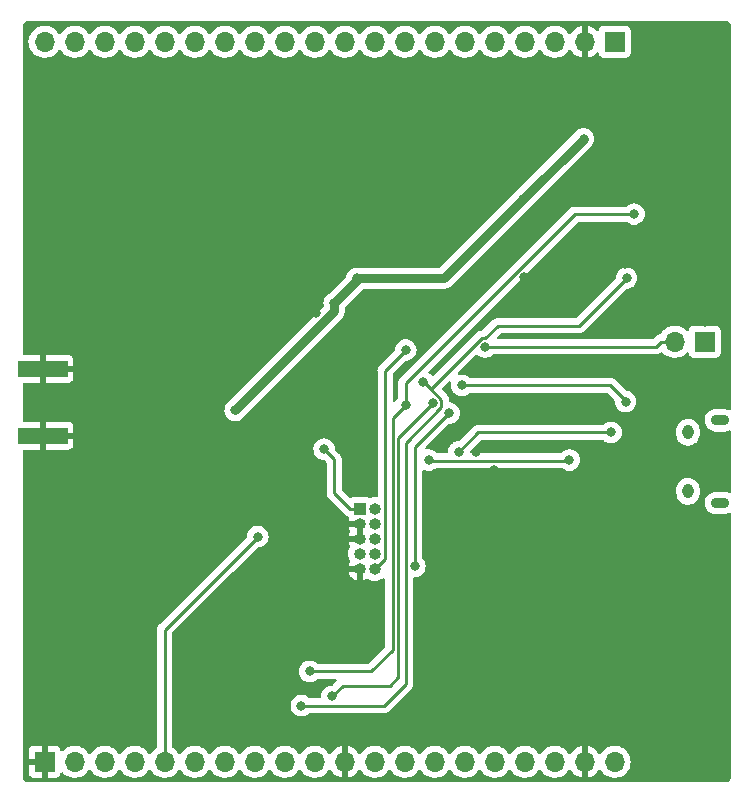
<source format=gbr>
%TF.GenerationSoftware,KiCad,Pcbnew,(6.0.6)*%
%TF.CreationDate,2022-07-05T16:05:39+02:00*%
%TF.ProjectId,kicad_rfm95_breakout_board_V4,6b696361-645f-4726-966d-39355f627265,rev?*%
%TF.SameCoordinates,Original*%
%TF.FileFunction,Copper,L2,Bot*%
%TF.FilePolarity,Positive*%
%FSLAX46Y46*%
G04 Gerber Fmt 4.6, Leading zero omitted, Abs format (unit mm)*
G04 Created by KiCad (PCBNEW (6.0.6)) date 2022-07-05 16:05:39*
%MOMM*%
%LPD*%
G01*
G04 APERTURE LIST*
%TA.AperFunction,ComponentPad*%
%ADD10R,1.700000X1.700000*%
%TD*%
%TA.AperFunction,ComponentPad*%
%ADD11O,1.700000X1.700000*%
%TD*%
%TA.AperFunction,ComponentPad*%
%ADD12O,1.550000X0.890000*%
%TD*%
%TA.AperFunction,ComponentPad*%
%ADD13O,0.950000X1.250000*%
%TD*%
%TA.AperFunction,SMDPad,CuDef*%
%ADD14R,4.200000X1.350000*%
%TD*%
%TA.AperFunction,ComponentPad*%
%ADD15R,1.000000X1.000000*%
%TD*%
%TA.AperFunction,ComponentPad*%
%ADD16O,1.000000X1.000000*%
%TD*%
%TA.AperFunction,ViaPad*%
%ADD17C,0.800000*%
%TD*%
%TA.AperFunction,Conductor*%
%ADD18C,0.250000*%
%TD*%
%TA.AperFunction,Conductor*%
%ADD19C,0.750000*%
%TD*%
G04 APERTURE END LIST*
D10*
%TO.P,J3,1,Pin_1*%
%TO.N,GND*%
X86360000Y-129540000D03*
D11*
%TO.P,J3,2,Pin_2*%
%TO.N,PB12*%
X88900000Y-129540000D03*
%TO.P,J3,3,Pin_3*%
%TO.N,PB13*%
X91440000Y-129540000D03*
%TO.P,J3,4,Pin_4*%
%TO.N,PB14*%
X93980000Y-129540000D03*
%TO.P,J3,5,Pin_5*%
%TO.N,PB15*%
X96520000Y-129540000D03*
%TO.P,J3,6,Pin_6*%
%TO.N,PC6*%
X99060000Y-129540000D03*
%TO.P,J3,7,Pin_7*%
%TO.N,PC7*%
X101600000Y-129540000D03*
%TO.P,J3,8,Pin_8*%
%TO.N,PC8*%
X104140000Y-129540000D03*
%TO.P,J3,9,Pin_9*%
%TO.N,PC9*%
X106680000Y-129540000D03*
%TO.P,J3,10,Pin_10*%
%TO.N,PA8*%
X109220000Y-129540000D03*
%TO.P,J3,11,Pin_11*%
%TO.N,GND*%
X111760000Y-129540000D03*
%TO.P,J3,12,Pin_12*%
%TO.N,PA10*%
X114300000Y-129540000D03*
%TO.P,J3,13,Pin_13*%
%TO.N,PA15*%
X116840000Y-129540000D03*
%TO.P,J3,14,Pin_14*%
%TO.N,PC10*%
X119380000Y-129540000D03*
%TO.P,J3,15,Pin_15*%
%TO.N,PC11*%
X121920000Y-129540000D03*
%TO.P,J3,16,Pin_16*%
%TO.N,PC12*%
X124460000Y-129540000D03*
%TO.P,J3,17,Pin_17*%
%TO.N,PD2*%
X127000000Y-129540000D03*
%TO.P,J3,18,Pin_18*%
%TO.N,PB3*%
X129540000Y-129540000D03*
%TO.P,J3,19,Pin_19*%
%TO.N,GND*%
X132080000Y-129540000D03*
%TO.P,J3,20,Pin_20*%
%TO.N,VCC*%
X134620000Y-129540000D03*
%TD*%
D12*
%TO.P,J1,6,Shield*%
%TO.N,unconnected-(J1-Pad6)*%
X143540000Y-100640000D03*
X143540000Y-107640000D03*
D13*
X140840000Y-106640000D03*
X140840000Y-101640000D03*
%TD*%
D10*
%TO.P,J5,1,Pin_1*%
%TO.N,+3.3V*%
X142240000Y-93980000D03*
D11*
%TO.P,J5,2,Pin_2*%
%TO.N,Net-(J5-Pad2)*%
X139700000Y-93980000D03*
%TD*%
D14*
%TO.P,J2,2,Ext*%
%TO.N,GND*%
X86200000Y-101925000D03*
X86200000Y-96275000D03*
%TD*%
D10*
%TO.P,J4,1,Pin_1*%
%TO.N,+3.3V*%
X134620000Y-68580000D03*
D11*
%TO.P,J4,2,Pin_2*%
%TO.N,GND*%
X132080000Y-68580000D03*
%TO.P,J4,3,Pin_3*%
%TO.N,PB4*%
X129540000Y-68580000D03*
%TO.P,J4,4,Pin_4*%
%TO.N,PB5*%
X127000000Y-68580000D03*
%TO.P,J4,5,Pin_5*%
%TO.N,PB6*%
X124460000Y-68580000D03*
%TO.P,J4,6,Pin_6*%
%TO.N,PB7*%
X121920000Y-68580000D03*
%TO.P,J4,7,Pin_7*%
%TO.N,PB8*%
X119380000Y-68580000D03*
%TO.P,J4,8,Pin_8*%
%TO.N,PB9*%
X116840000Y-68580000D03*
%TO.P,J4,9,Pin_9*%
%TO.N,VLCD*%
X114300000Y-68580000D03*
%TO.P,J4,10,Pin_10*%
%TO.N,PC13*%
X111760000Y-68580000D03*
%TO.P,J4,11,Pin_11*%
%TO.N,PC14*%
X109220000Y-68580000D03*
%TO.P,J4,12,Pin_12*%
%TO.N,PC15*%
X106680000Y-68580000D03*
%TO.P,J4,13,Pin_13*%
%TO.N,PC0*%
X104140000Y-68580000D03*
%TO.P,J4,14,Pin_14*%
%TO.N,PC1*%
X101600000Y-68580000D03*
%TO.P,J4,15,Pin_15*%
%TO.N,PC2*%
X99060000Y-68580000D03*
%TO.P,J4,16,Pin_16*%
%TO.N,PC3*%
X96520000Y-68580000D03*
%TO.P,J4,17,Pin_17*%
%TO.N,PA0*%
X93980000Y-68580000D03*
%TO.P,J4,18,Pin_18*%
%TO.N,PA1*%
X91440000Y-68580000D03*
%TO.P,J4,19,Pin_19*%
%TO.N,PA2*%
X88900000Y-68580000D03*
%TO.P,J4,20,Pin_20*%
%TO.N,PA3*%
X86360000Y-68580000D03*
%TD*%
D15*
%TO.P,J6,1,Pin_1*%
%TO.N,+3.3V*%
X113075000Y-108150000D03*
D16*
%TO.P,J6,2,Pin_2*%
%TO.N,SWDIO*%
X114345000Y-108150000D03*
%TO.P,J6,3,Pin_3*%
%TO.N,GND*%
X113075000Y-109420000D03*
%TO.P,J6,4,Pin_4*%
%TO.N,SWCLK*%
X114345000Y-109420000D03*
%TO.P,J6,5,Pin_5*%
%TO.N,GND*%
X113075000Y-110690000D03*
%TO.P,J6,6,Pin_6*%
%TO.N,unconnected-(J6-Pad6)*%
X114345000Y-110690000D03*
%TO.P,J6,7,Pin_7*%
%TO.N,unconnected-(J6-Pad7)*%
X113075000Y-111960000D03*
%TO.P,J6,8,Pin_8*%
%TO.N,unconnected-(J6-Pad8)*%
X114345000Y-111960000D03*
%TO.P,J6,9,Pin_9*%
%TO.N,GND*%
X113075000Y-113230000D03*
%TO.P,J6,10,Pin_10*%
%TO.N,RESET*%
X114345000Y-113230000D03*
%TD*%
D17*
%TO.N,+3.3V*%
X110023000Y-103077000D03*
X110880400Y-90713100D03*
X102500000Y-99800000D03*
X126900000Y-81900000D03*
X132000000Y-76800000D03*
X112801400Y-88607400D03*
%TO.N,GND*%
X135625000Y-81726700D03*
X112315100Y-92459200D03*
X123200000Y-82850400D03*
X87800000Y-91191400D03*
X117630000Y-91923800D03*
X114615400Y-84570800D03*
X110300000Y-114423200D03*
X85400000Y-94600000D03*
X140300000Y-116446800D03*
X95475000Y-115682000D03*
X111725000Y-102343700D03*
X109325000Y-91588000D03*
X142100000Y-76481400D03*
X135702300Y-109350000D03*
X85800000Y-75191800D03*
X95375000Y-107586200D03*
X111940800Y-117770200D03*
X142250000Y-92296500D03*
X117700000Y-83348900D03*
X142100000Y-83443100D03*
X99800000Y-78400600D03*
X143189500Y-79719800D03*
X120219300Y-114506600D03*
X124400000Y-104829100D03*
X139519200Y-102911000D03*
X136900000Y-111342300D03*
X122901700Y-103333800D03*
X89300000Y-101900000D03*
X135525000Y-87377100D03*
X135625000Y-76007100D03*
X126975000Y-88512900D03*
X109400000Y-119900000D03*
X143087900Y-110641400D03*
%TO.N,PC9*%
X108100000Y-124800000D03*
X118421600Y-97407900D03*
X135633800Y-88588400D03*
%TO.N,PC8*%
X116920800Y-99328600D03*
X108800000Y-121900000D03*
X136263400Y-83175400D03*
%TO.N,PC7*%
X118900000Y-104000000D03*
X130800000Y-104000000D03*
%TO.N,RESET*%
X116938800Y-94676500D03*
%TO.N,USB_D-*%
X134313600Y-101660000D03*
X121428700Y-103306100D03*
%TO.N,USB_D+*%
X121680200Y-97669600D03*
X135553800Y-99045800D03*
%TO.N,PB15*%
X104406500Y-110475400D03*
%TO.N,PA8*%
X119218000Y-99174000D03*
X110700000Y-124000000D03*
%TO.N,PA10*%
X120602700Y-100030100D03*
X117713700Y-113005800D03*
%TO.N,Net-(J5-Pad2)*%
X123673400Y-94412800D03*
%TD*%
D18*
%TO.N,+3.3V*%
X110880400Y-90528400D02*
X110880400Y-90713100D01*
D19*
X112808800Y-88600000D02*
X112801400Y-88607400D01*
X132000000Y-76800000D02*
X126900000Y-81900000D01*
X110880400Y-90713100D02*
X110880400Y-91411459D01*
X110880400Y-91411459D02*
X102500000Y-99791859D01*
D18*
X110880400Y-106780700D02*
X112249700Y-108150000D01*
X110023000Y-103077000D02*
X110880400Y-103934400D01*
X113075000Y-108150000D02*
X112249700Y-108150000D01*
D19*
X112801400Y-88792100D02*
X110880400Y-90713100D01*
X102500000Y-99791859D02*
X102500000Y-99800000D01*
X120200000Y-88600000D02*
X112808800Y-88600000D01*
X112801400Y-88607400D02*
X112801400Y-88792100D01*
X126900000Y-81900000D02*
X120200000Y-88600000D01*
D18*
X110880400Y-103934400D02*
X110880400Y-106780700D01*
%TO.N,PC9*%
X123657100Y-93687500D02*
X123362500Y-93687500D01*
X135633800Y-88588400D02*
X131587500Y-92634700D01*
X119060000Y-97990000D02*
X119964800Y-98894900D01*
X116933200Y-122966800D02*
X115100000Y-124800000D01*
X118421600Y-97407900D02*
X118477800Y-97407900D01*
X115100000Y-124800000D02*
X108100000Y-124800000D01*
X119964800Y-98894900D02*
X119964800Y-99518900D01*
X123362500Y-93687500D02*
X119060000Y-97990000D01*
X131587500Y-92634700D02*
X124709900Y-92634700D01*
X119964800Y-99518900D02*
X116933200Y-102550500D01*
X116933200Y-102550500D02*
X116933200Y-122966800D01*
X118477800Y-97407900D02*
X119060000Y-97990000D01*
X124709900Y-92634700D02*
X123657100Y-93687500D01*
%TO.N,PC8*%
X115830600Y-100418800D02*
X116920800Y-99328600D01*
X113986100Y-121900000D02*
X109400000Y-121900000D01*
X131257500Y-83175400D02*
X136263400Y-83175400D01*
X109400000Y-121900000D02*
X108800000Y-121900000D01*
X116920800Y-99328600D02*
X116920800Y-97512100D01*
X115830600Y-120055500D02*
X115830600Y-100418800D01*
X115830600Y-120055500D02*
X113986100Y-121900000D01*
X116920800Y-97512100D02*
X131257500Y-83175400D01*
%TO.N,PC7*%
X118958800Y-104058800D02*
X130741200Y-104058800D01*
X130741200Y-104058800D02*
X130800000Y-104000000D01*
X118900000Y-104000000D02*
X118958800Y-104058800D01*
%TO.N,RESET*%
X115185500Y-96429800D02*
X116938800Y-94676500D01*
X114345000Y-113230000D02*
X115185500Y-112389500D01*
X115185500Y-112389500D02*
X115185500Y-96429800D01*
%TO.N,USB_D-*%
X123074800Y-101660000D02*
X121428700Y-103306100D01*
X134313600Y-101660000D02*
X123074800Y-101660000D01*
%TO.N,USB_D+*%
X135553800Y-99045800D02*
X135553800Y-98966700D01*
X135553800Y-98966700D02*
X134256700Y-97669600D01*
X134256700Y-97669600D02*
X121680200Y-97669600D01*
%TO.N,PB15*%
X96520000Y-118361900D02*
X104406500Y-110475400D01*
X96520000Y-129540000D02*
X96520000Y-118361900D01*
%TO.N,PA8*%
X119218000Y-99174000D02*
X116281000Y-102111000D01*
X116281000Y-102111000D02*
X116281000Y-122405500D01*
X115586500Y-123100000D02*
X111600000Y-123100000D01*
X116281000Y-122405500D02*
X115586500Y-123100000D01*
X111600000Y-123100000D02*
X110700000Y-124000000D01*
%TO.N,PA10*%
X117713700Y-102919100D02*
X117713700Y-113005800D01*
X120602700Y-100030100D02*
X117713700Y-102919100D01*
%TO.N,Net-(J5-Pad2)*%
X139700000Y-93980000D02*
X138524700Y-93980000D01*
X138524700Y-93980000D02*
X138091900Y-94412800D01*
X138091900Y-94412800D02*
X123673400Y-94412800D01*
%TD*%
%TA.AperFunction,Conductor*%
%TO.N,GND*%
G36*
X143970056Y-66802899D02*
G01*
X143993724Y-66806584D01*
X144002626Y-66805420D01*
X144002750Y-66805404D01*
X144033192Y-66805133D01*
X144063031Y-66808495D01*
X144095266Y-66812127D01*
X144122768Y-66818404D01*
X144199861Y-66845380D01*
X144225277Y-66857620D01*
X144294429Y-66901071D01*
X144316488Y-66918663D01*
X144374233Y-66976408D01*
X144391825Y-66998467D01*
X144435278Y-67067622D01*
X144447520Y-67093042D01*
X144474493Y-67170125D01*
X144480772Y-67197632D01*
X144487022Y-67253097D01*
X144486723Y-67268764D01*
X144487800Y-67268777D01*
X144487691Y-67277746D01*
X144486309Y-67286621D01*
X144488188Y-67300986D01*
X144490436Y-67318180D01*
X144491500Y-67334518D01*
X144491500Y-99678170D01*
X144471498Y-99746291D01*
X144417842Y-99792784D01*
X144347568Y-99802888D01*
X144315460Y-99793807D01*
X144165656Y-99728981D01*
X144165649Y-99728979D01*
X144159796Y-99726446D01*
X144047889Y-99703067D01*
X143974927Y-99687824D01*
X143974923Y-99687824D01*
X143970182Y-99686833D01*
X143963828Y-99686500D01*
X143161592Y-99686500D01*
X143115839Y-99691147D01*
X143023632Y-99700513D01*
X143023630Y-99700513D01*
X143017284Y-99701158D01*
X142832439Y-99759085D01*
X142663018Y-99852997D01*
X142658170Y-99857153D01*
X142658169Y-99857153D01*
X142544826Y-99954300D01*
X142515941Y-99979057D01*
X142397216Y-100132116D01*
X142311693Y-100305923D01*
X142310086Y-100312093D01*
X142310084Y-100312098D01*
X142265633Y-100482749D01*
X142262865Y-100493376D01*
X142260700Y-100534689D01*
X142253600Y-100670166D01*
X142252727Y-100686818D01*
X142281693Y-100878349D01*
X142348581Y-101060142D01*
X142351939Y-101065558D01*
X142351941Y-101065562D01*
X142447293Y-101219350D01*
X142447296Y-101219354D01*
X142450656Y-101224773D01*
X142583751Y-101365517D01*
X142742427Y-101476623D01*
X142920204Y-101553554D01*
X142926452Y-101554859D01*
X142926451Y-101554859D01*
X143105073Y-101592176D01*
X143105077Y-101592176D01*
X143109818Y-101593167D01*
X143116172Y-101593500D01*
X143918408Y-101593500D01*
X143964161Y-101588853D01*
X144056368Y-101579487D01*
X144056370Y-101579487D01*
X144062716Y-101578842D01*
X144247561Y-101520915D01*
X144304413Y-101489401D01*
X144373691Y-101473870D01*
X144440367Y-101498258D01*
X144483274Y-101554822D01*
X144491500Y-101599603D01*
X144491500Y-106678170D01*
X144471498Y-106746291D01*
X144417842Y-106792784D01*
X144347568Y-106802888D01*
X144315460Y-106793807D01*
X144165656Y-106728981D01*
X144165649Y-106728979D01*
X144159796Y-106726446D01*
X144113700Y-106716816D01*
X143974927Y-106687824D01*
X143974923Y-106687824D01*
X143970182Y-106686833D01*
X143963828Y-106686500D01*
X143161592Y-106686500D01*
X143115839Y-106691147D01*
X143023632Y-106700513D01*
X143023630Y-106700513D01*
X143017284Y-106701158D01*
X142832439Y-106759085D01*
X142663018Y-106852997D01*
X142658170Y-106857153D01*
X142658169Y-106857153D01*
X142562097Y-106939497D01*
X142515941Y-106979057D01*
X142485950Y-107017721D01*
X142426213Y-107094734D01*
X142397216Y-107132116D01*
X142311693Y-107305923D01*
X142310086Y-107312093D01*
X142310084Y-107312098D01*
X142276681Y-107440335D01*
X142262865Y-107493376D01*
X142262531Y-107499756D01*
X142253162Y-107678523D01*
X142252727Y-107686818D01*
X142281693Y-107878349D01*
X142348581Y-108060142D01*
X142351939Y-108065558D01*
X142351941Y-108065562D01*
X142447293Y-108219350D01*
X142447296Y-108219354D01*
X142450656Y-108224773D01*
X142583751Y-108365517D01*
X142742427Y-108476623D01*
X142920204Y-108553554D01*
X142926452Y-108554859D01*
X142926451Y-108554859D01*
X143105073Y-108592176D01*
X143105077Y-108592176D01*
X143109818Y-108593167D01*
X143116172Y-108593500D01*
X143918408Y-108593500D01*
X143964161Y-108588853D01*
X144056368Y-108579487D01*
X144056370Y-108579487D01*
X144062716Y-108578842D01*
X144247561Y-108520915D01*
X144304413Y-108489401D01*
X144373691Y-108473870D01*
X144440367Y-108498258D01*
X144483274Y-108554822D01*
X144491500Y-108599603D01*
X144491500Y-130743530D01*
X144490000Y-130762915D01*
X144487690Y-130777748D01*
X144487690Y-130777752D01*
X144486309Y-130786621D01*
X144487489Y-130795646D01*
X144487761Y-130826081D01*
X144484107Y-130858517D01*
X144480767Y-130888161D01*
X144474490Y-130915664D01*
X144447514Y-130992757D01*
X144435274Y-131018173D01*
X144391823Y-131087325D01*
X144374231Y-131109384D01*
X144316487Y-131167128D01*
X144294429Y-131184720D01*
X144225274Y-131228174D01*
X144199853Y-131240416D01*
X144161313Y-131253901D01*
X144122773Y-131267387D01*
X144095264Y-131273666D01*
X144039798Y-131279915D01*
X144024133Y-131279650D01*
X144024120Y-131280693D01*
X144015151Y-131280584D01*
X144006276Y-131279202D01*
X143974679Y-131283334D01*
X143958356Y-131284398D01*
X85056443Y-131291494D01*
X85037048Y-131289994D01*
X85028990Y-131288740D01*
X85022250Y-131287690D01*
X85022248Y-131287690D01*
X85013379Y-131286309D01*
X85004285Y-131287498D01*
X84973911Y-131287777D01*
X84910683Y-131280686D01*
X84883297Y-131274463D01*
X84805020Y-131247207D01*
X84779692Y-131235073D01*
X84709389Y-131191146D01*
X84687385Y-131173707D01*
X84628558Y-131115293D01*
X84610968Y-131093418D01*
X84566540Y-131023420D01*
X84554232Y-130998187D01*
X84526422Y-130920099D01*
X84520006Y-130892754D01*
X84517815Y-130874393D01*
X84513243Y-130836068D01*
X84512358Y-130820493D01*
X84512404Y-130811529D01*
X84513722Y-130802654D01*
X84511511Y-130786621D01*
X84509682Y-130773365D01*
X84508500Y-130756148D01*
X84508500Y-130434669D01*
X85002001Y-130434669D01*
X85002371Y-130441490D01*
X85007895Y-130492352D01*
X85011521Y-130507604D01*
X85056676Y-130628054D01*
X85065214Y-130643649D01*
X85141715Y-130745724D01*
X85154276Y-130758285D01*
X85256351Y-130834786D01*
X85271946Y-130843324D01*
X85392394Y-130888478D01*
X85407649Y-130892105D01*
X85458514Y-130897631D01*
X85465328Y-130898000D01*
X86087885Y-130898000D01*
X86103124Y-130893525D01*
X86104329Y-130892135D01*
X86106000Y-130884452D01*
X86106000Y-130879884D01*
X86614000Y-130879884D01*
X86618475Y-130895123D01*
X86619865Y-130896328D01*
X86627548Y-130897999D01*
X87254669Y-130897999D01*
X87261490Y-130897629D01*
X87312352Y-130892105D01*
X87327604Y-130888479D01*
X87448054Y-130843324D01*
X87463649Y-130834786D01*
X87565724Y-130758285D01*
X87578285Y-130745724D01*
X87654786Y-130643649D01*
X87663324Y-130628054D01*
X87704225Y-130518952D01*
X87746867Y-130462188D01*
X87813428Y-130437488D01*
X87882777Y-130452696D01*
X87917444Y-130480684D01*
X87942865Y-130510031D01*
X87942869Y-130510035D01*
X87946250Y-130513938D01*
X88118126Y-130656632D01*
X88311000Y-130769338D01*
X88315825Y-130771180D01*
X88315826Y-130771181D01*
X88367908Y-130791069D01*
X88519692Y-130849030D01*
X88524760Y-130850061D01*
X88524763Y-130850062D01*
X88619862Y-130869410D01*
X88738597Y-130893567D01*
X88743772Y-130893757D01*
X88743774Y-130893757D01*
X88956673Y-130901564D01*
X88956677Y-130901564D01*
X88961837Y-130901753D01*
X88966957Y-130901097D01*
X88966959Y-130901097D01*
X89178288Y-130874025D01*
X89178289Y-130874025D01*
X89183416Y-130873368D01*
X89188366Y-130871883D01*
X89392429Y-130810661D01*
X89392434Y-130810659D01*
X89397384Y-130809174D01*
X89597994Y-130710896D01*
X89779860Y-130581173D01*
X89938096Y-130423489D01*
X90068453Y-130242077D01*
X90069776Y-130243028D01*
X90116645Y-130199857D01*
X90186580Y-130187625D01*
X90252026Y-130215144D01*
X90279875Y-130246994D01*
X90339987Y-130345088D01*
X90486250Y-130513938D01*
X90658126Y-130656632D01*
X90851000Y-130769338D01*
X90855825Y-130771180D01*
X90855826Y-130771181D01*
X90907908Y-130791069D01*
X91059692Y-130849030D01*
X91064760Y-130850061D01*
X91064763Y-130850062D01*
X91159862Y-130869410D01*
X91278597Y-130893567D01*
X91283772Y-130893757D01*
X91283774Y-130893757D01*
X91496673Y-130901564D01*
X91496677Y-130901564D01*
X91501837Y-130901753D01*
X91506957Y-130901097D01*
X91506959Y-130901097D01*
X91718288Y-130874025D01*
X91718289Y-130874025D01*
X91723416Y-130873368D01*
X91728366Y-130871883D01*
X91932429Y-130810661D01*
X91932434Y-130810659D01*
X91937384Y-130809174D01*
X92137994Y-130710896D01*
X92319860Y-130581173D01*
X92478096Y-130423489D01*
X92608453Y-130242077D01*
X92609776Y-130243028D01*
X92656645Y-130199857D01*
X92726580Y-130187625D01*
X92792026Y-130215144D01*
X92819875Y-130246994D01*
X92879987Y-130345088D01*
X93026250Y-130513938D01*
X93198126Y-130656632D01*
X93391000Y-130769338D01*
X93395825Y-130771180D01*
X93395826Y-130771181D01*
X93447908Y-130791069D01*
X93599692Y-130849030D01*
X93604760Y-130850061D01*
X93604763Y-130850062D01*
X93699862Y-130869410D01*
X93818597Y-130893567D01*
X93823772Y-130893757D01*
X93823774Y-130893757D01*
X94036673Y-130901564D01*
X94036677Y-130901564D01*
X94041837Y-130901753D01*
X94046957Y-130901097D01*
X94046959Y-130901097D01*
X94258288Y-130874025D01*
X94258289Y-130874025D01*
X94263416Y-130873368D01*
X94268366Y-130871883D01*
X94472429Y-130810661D01*
X94472434Y-130810659D01*
X94477384Y-130809174D01*
X94677994Y-130710896D01*
X94859860Y-130581173D01*
X95018096Y-130423489D01*
X95148453Y-130242077D01*
X95149776Y-130243028D01*
X95196645Y-130199857D01*
X95266580Y-130187625D01*
X95332026Y-130215144D01*
X95359875Y-130246994D01*
X95419987Y-130345088D01*
X95566250Y-130513938D01*
X95738126Y-130656632D01*
X95931000Y-130769338D01*
X95935825Y-130771180D01*
X95935826Y-130771181D01*
X95987908Y-130791069D01*
X96139692Y-130849030D01*
X96144760Y-130850061D01*
X96144763Y-130850062D01*
X96239862Y-130869410D01*
X96358597Y-130893567D01*
X96363772Y-130893757D01*
X96363774Y-130893757D01*
X96576673Y-130901564D01*
X96576677Y-130901564D01*
X96581837Y-130901753D01*
X96586957Y-130901097D01*
X96586959Y-130901097D01*
X96798288Y-130874025D01*
X96798289Y-130874025D01*
X96803416Y-130873368D01*
X96808366Y-130871883D01*
X97012429Y-130810661D01*
X97012434Y-130810659D01*
X97017384Y-130809174D01*
X97217994Y-130710896D01*
X97399860Y-130581173D01*
X97558096Y-130423489D01*
X97688453Y-130242077D01*
X97689776Y-130243028D01*
X97736645Y-130199857D01*
X97806580Y-130187625D01*
X97872026Y-130215144D01*
X97899875Y-130246994D01*
X97959987Y-130345088D01*
X98106250Y-130513938D01*
X98278126Y-130656632D01*
X98471000Y-130769338D01*
X98475825Y-130771180D01*
X98475826Y-130771181D01*
X98527908Y-130791069D01*
X98679692Y-130849030D01*
X98684760Y-130850061D01*
X98684763Y-130850062D01*
X98779862Y-130869410D01*
X98898597Y-130893567D01*
X98903772Y-130893757D01*
X98903774Y-130893757D01*
X99116673Y-130901564D01*
X99116677Y-130901564D01*
X99121837Y-130901753D01*
X99126957Y-130901097D01*
X99126959Y-130901097D01*
X99338288Y-130874025D01*
X99338289Y-130874025D01*
X99343416Y-130873368D01*
X99348366Y-130871883D01*
X99552429Y-130810661D01*
X99552434Y-130810659D01*
X99557384Y-130809174D01*
X99757994Y-130710896D01*
X99939860Y-130581173D01*
X100098096Y-130423489D01*
X100228453Y-130242077D01*
X100229776Y-130243028D01*
X100276645Y-130199857D01*
X100346580Y-130187625D01*
X100412026Y-130215144D01*
X100439875Y-130246994D01*
X100499987Y-130345088D01*
X100646250Y-130513938D01*
X100818126Y-130656632D01*
X101011000Y-130769338D01*
X101015825Y-130771180D01*
X101015826Y-130771181D01*
X101067908Y-130791069D01*
X101219692Y-130849030D01*
X101224760Y-130850061D01*
X101224763Y-130850062D01*
X101319862Y-130869410D01*
X101438597Y-130893567D01*
X101443772Y-130893757D01*
X101443774Y-130893757D01*
X101656673Y-130901564D01*
X101656677Y-130901564D01*
X101661837Y-130901753D01*
X101666957Y-130901097D01*
X101666959Y-130901097D01*
X101878288Y-130874025D01*
X101878289Y-130874025D01*
X101883416Y-130873368D01*
X101888366Y-130871883D01*
X102092429Y-130810661D01*
X102092434Y-130810659D01*
X102097384Y-130809174D01*
X102297994Y-130710896D01*
X102479860Y-130581173D01*
X102638096Y-130423489D01*
X102768453Y-130242077D01*
X102769776Y-130243028D01*
X102816645Y-130199857D01*
X102886580Y-130187625D01*
X102952026Y-130215144D01*
X102979875Y-130246994D01*
X103039987Y-130345088D01*
X103186250Y-130513938D01*
X103358126Y-130656632D01*
X103551000Y-130769338D01*
X103555825Y-130771180D01*
X103555826Y-130771181D01*
X103607908Y-130791069D01*
X103759692Y-130849030D01*
X103764760Y-130850061D01*
X103764763Y-130850062D01*
X103859862Y-130869410D01*
X103978597Y-130893567D01*
X103983772Y-130893757D01*
X103983774Y-130893757D01*
X104196673Y-130901564D01*
X104196677Y-130901564D01*
X104201837Y-130901753D01*
X104206957Y-130901097D01*
X104206959Y-130901097D01*
X104418288Y-130874025D01*
X104418289Y-130874025D01*
X104423416Y-130873368D01*
X104428366Y-130871883D01*
X104632429Y-130810661D01*
X104632434Y-130810659D01*
X104637384Y-130809174D01*
X104837994Y-130710896D01*
X105019860Y-130581173D01*
X105178096Y-130423489D01*
X105308453Y-130242077D01*
X105309776Y-130243028D01*
X105356645Y-130199857D01*
X105426580Y-130187625D01*
X105492026Y-130215144D01*
X105519875Y-130246994D01*
X105579987Y-130345088D01*
X105726250Y-130513938D01*
X105898126Y-130656632D01*
X106091000Y-130769338D01*
X106095825Y-130771180D01*
X106095826Y-130771181D01*
X106147908Y-130791069D01*
X106299692Y-130849030D01*
X106304760Y-130850061D01*
X106304763Y-130850062D01*
X106399862Y-130869410D01*
X106518597Y-130893567D01*
X106523772Y-130893757D01*
X106523774Y-130893757D01*
X106736673Y-130901564D01*
X106736677Y-130901564D01*
X106741837Y-130901753D01*
X106746957Y-130901097D01*
X106746959Y-130901097D01*
X106958288Y-130874025D01*
X106958289Y-130874025D01*
X106963416Y-130873368D01*
X106968366Y-130871883D01*
X107172429Y-130810661D01*
X107172434Y-130810659D01*
X107177384Y-130809174D01*
X107377994Y-130710896D01*
X107559860Y-130581173D01*
X107718096Y-130423489D01*
X107848453Y-130242077D01*
X107849776Y-130243028D01*
X107896645Y-130199857D01*
X107966580Y-130187625D01*
X108032026Y-130215144D01*
X108059875Y-130246994D01*
X108119987Y-130345088D01*
X108266250Y-130513938D01*
X108438126Y-130656632D01*
X108631000Y-130769338D01*
X108635825Y-130771180D01*
X108635826Y-130771181D01*
X108687908Y-130791069D01*
X108839692Y-130849030D01*
X108844760Y-130850061D01*
X108844763Y-130850062D01*
X108939862Y-130869410D01*
X109058597Y-130893567D01*
X109063772Y-130893757D01*
X109063774Y-130893757D01*
X109276673Y-130901564D01*
X109276677Y-130901564D01*
X109281837Y-130901753D01*
X109286957Y-130901097D01*
X109286959Y-130901097D01*
X109498288Y-130874025D01*
X109498289Y-130874025D01*
X109503416Y-130873368D01*
X109508366Y-130871883D01*
X109712429Y-130810661D01*
X109712434Y-130810659D01*
X109717384Y-130809174D01*
X109917994Y-130710896D01*
X110099860Y-130581173D01*
X110258096Y-130423489D01*
X110388453Y-130242077D01*
X110389640Y-130242930D01*
X110436960Y-130199362D01*
X110506897Y-130187145D01*
X110572338Y-130214678D01*
X110600166Y-130246511D01*
X110657694Y-130340388D01*
X110663777Y-130348699D01*
X110803213Y-130509667D01*
X110810580Y-130516883D01*
X110974434Y-130652916D01*
X110982881Y-130658831D01*
X111166756Y-130766279D01*
X111176042Y-130770729D01*
X111375001Y-130846703D01*
X111384899Y-130849579D01*
X111488250Y-130870606D01*
X111502299Y-130869410D01*
X111506000Y-130859065D01*
X111506000Y-130858517D01*
X112014000Y-130858517D01*
X112018064Y-130872359D01*
X112031478Y-130874393D01*
X112038184Y-130873534D01*
X112048262Y-130871392D01*
X112252255Y-130810191D01*
X112261842Y-130806433D01*
X112453095Y-130712739D01*
X112461945Y-130707464D01*
X112635328Y-130583792D01*
X112643200Y-130577139D01*
X112794052Y-130426812D01*
X112800730Y-130418965D01*
X112928022Y-130241819D01*
X112929279Y-130242722D01*
X112976373Y-130199362D01*
X113046311Y-130187145D01*
X113111751Y-130214678D01*
X113139579Y-130246511D01*
X113199987Y-130345088D01*
X113346250Y-130513938D01*
X113518126Y-130656632D01*
X113711000Y-130769338D01*
X113715825Y-130771180D01*
X113715826Y-130771181D01*
X113767908Y-130791069D01*
X113919692Y-130849030D01*
X113924760Y-130850061D01*
X113924763Y-130850062D01*
X114019862Y-130869410D01*
X114138597Y-130893567D01*
X114143772Y-130893757D01*
X114143774Y-130893757D01*
X114356673Y-130901564D01*
X114356677Y-130901564D01*
X114361837Y-130901753D01*
X114366957Y-130901097D01*
X114366959Y-130901097D01*
X114578288Y-130874025D01*
X114578289Y-130874025D01*
X114583416Y-130873368D01*
X114588366Y-130871883D01*
X114792429Y-130810661D01*
X114792434Y-130810659D01*
X114797384Y-130809174D01*
X114997994Y-130710896D01*
X115179860Y-130581173D01*
X115338096Y-130423489D01*
X115468453Y-130242077D01*
X115469776Y-130243028D01*
X115516645Y-130199857D01*
X115586580Y-130187625D01*
X115652026Y-130215144D01*
X115679875Y-130246994D01*
X115739987Y-130345088D01*
X115886250Y-130513938D01*
X116058126Y-130656632D01*
X116251000Y-130769338D01*
X116255825Y-130771180D01*
X116255826Y-130771181D01*
X116307908Y-130791069D01*
X116459692Y-130849030D01*
X116464760Y-130850061D01*
X116464763Y-130850062D01*
X116559862Y-130869410D01*
X116678597Y-130893567D01*
X116683772Y-130893757D01*
X116683774Y-130893757D01*
X116896673Y-130901564D01*
X116896677Y-130901564D01*
X116901837Y-130901753D01*
X116906957Y-130901097D01*
X116906959Y-130901097D01*
X117118288Y-130874025D01*
X117118289Y-130874025D01*
X117123416Y-130873368D01*
X117128366Y-130871883D01*
X117332429Y-130810661D01*
X117332434Y-130810659D01*
X117337384Y-130809174D01*
X117537994Y-130710896D01*
X117719860Y-130581173D01*
X117878096Y-130423489D01*
X118008453Y-130242077D01*
X118009776Y-130243028D01*
X118056645Y-130199857D01*
X118126580Y-130187625D01*
X118192026Y-130215144D01*
X118219875Y-130246994D01*
X118279987Y-130345088D01*
X118426250Y-130513938D01*
X118598126Y-130656632D01*
X118791000Y-130769338D01*
X118795825Y-130771180D01*
X118795826Y-130771181D01*
X118847908Y-130791069D01*
X118999692Y-130849030D01*
X119004760Y-130850061D01*
X119004763Y-130850062D01*
X119099862Y-130869410D01*
X119218597Y-130893567D01*
X119223772Y-130893757D01*
X119223774Y-130893757D01*
X119436673Y-130901564D01*
X119436677Y-130901564D01*
X119441837Y-130901753D01*
X119446957Y-130901097D01*
X119446959Y-130901097D01*
X119658288Y-130874025D01*
X119658289Y-130874025D01*
X119663416Y-130873368D01*
X119668366Y-130871883D01*
X119872429Y-130810661D01*
X119872434Y-130810659D01*
X119877384Y-130809174D01*
X120077994Y-130710896D01*
X120259860Y-130581173D01*
X120418096Y-130423489D01*
X120548453Y-130242077D01*
X120549776Y-130243028D01*
X120596645Y-130199857D01*
X120666580Y-130187625D01*
X120732026Y-130215144D01*
X120759875Y-130246994D01*
X120819987Y-130345088D01*
X120966250Y-130513938D01*
X121138126Y-130656632D01*
X121331000Y-130769338D01*
X121335825Y-130771180D01*
X121335826Y-130771181D01*
X121387908Y-130791069D01*
X121539692Y-130849030D01*
X121544760Y-130850061D01*
X121544763Y-130850062D01*
X121639862Y-130869410D01*
X121758597Y-130893567D01*
X121763772Y-130893757D01*
X121763774Y-130893757D01*
X121976673Y-130901564D01*
X121976677Y-130901564D01*
X121981837Y-130901753D01*
X121986957Y-130901097D01*
X121986959Y-130901097D01*
X122198288Y-130874025D01*
X122198289Y-130874025D01*
X122203416Y-130873368D01*
X122208366Y-130871883D01*
X122412429Y-130810661D01*
X122412434Y-130810659D01*
X122417384Y-130809174D01*
X122617994Y-130710896D01*
X122799860Y-130581173D01*
X122958096Y-130423489D01*
X123088453Y-130242077D01*
X123089776Y-130243028D01*
X123136645Y-130199857D01*
X123206580Y-130187625D01*
X123272026Y-130215144D01*
X123299875Y-130246994D01*
X123359987Y-130345088D01*
X123506250Y-130513938D01*
X123678126Y-130656632D01*
X123871000Y-130769338D01*
X123875825Y-130771180D01*
X123875826Y-130771181D01*
X123927908Y-130791069D01*
X124079692Y-130849030D01*
X124084760Y-130850061D01*
X124084763Y-130850062D01*
X124179862Y-130869410D01*
X124298597Y-130893567D01*
X124303772Y-130893757D01*
X124303774Y-130893757D01*
X124516673Y-130901564D01*
X124516677Y-130901564D01*
X124521837Y-130901753D01*
X124526957Y-130901097D01*
X124526959Y-130901097D01*
X124738288Y-130874025D01*
X124738289Y-130874025D01*
X124743416Y-130873368D01*
X124748366Y-130871883D01*
X124952429Y-130810661D01*
X124952434Y-130810659D01*
X124957384Y-130809174D01*
X125157994Y-130710896D01*
X125339860Y-130581173D01*
X125498096Y-130423489D01*
X125628453Y-130242077D01*
X125629776Y-130243028D01*
X125676645Y-130199857D01*
X125746580Y-130187625D01*
X125812026Y-130215144D01*
X125839875Y-130246994D01*
X125899987Y-130345088D01*
X126046250Y-130513938D01*
X126218126Y-130656632D01*
X126411000Y-130769338D01*
X126415825Y-130771180D01*
X126415826Y-130771181D01*
X126467908Y-130791069D01*
X126619692Y-130849030D01*
X126624760Y-130850061D01*
X126624763Y-130850062D01*
X126719862Y-130869410D01*
X126838597Y-130893567D01*
X126843772Y-130893757D01*
X126843774Y-130893757D01*
X127056673Y-130901564D01*
X127056677Y-130901564D01*
X127061837Y-130901753D01*
X127066957Y-130901097D01*
X127066959Y-130901097D01*
X127278288Y-130874025D01*
X127278289Y-130874025D01*
X127283416Y-130873368D01*
X127288366Y-130871883D01*
X127492429Y-130810661D01*
X127492434Y-130810659D01*
X127497384Y-130809174D01*
X127697994Y-130710896D01*
X127879860Y-130581173D01*
X128038096Y-130423489D01*
X128168453Y-130242077D01*
X128169776Y-130243028D01*
X128216645Y-130199857D01*
X128286580Y-130187625D01*
X128352026Y-130215144D01*
X128379875Y-130246994D01*
X128439987Y-130345088D01*
X128586250Y-130513938D01*
X128758126Y-130656632D01*
X128951000Y-130769338D01*
X128955825Y-130771180D01*
X128955826Y-130771181D01*
X129007908Y-130791069D01*
X129159692Y-130849030D01*
X129164760Y-130850061D01*
X129164763Y-130850062D01*
X129259862Y-130869410D01*
X129378597Y-130893567D01*
X129383772Y-130893757D01*
X129383774Y-130893757D01*
X129596673Y-130901564D01*
X129596677Y-130901564D01*
X129601837Y-130901753D01*
X129606957Y-130901097D01*
X129606959Y-130901097D01*
X129818288Y-130874025D01*
X129818289Y-130874025D01*
X129823416Y-130873368D01*
X129828366Y-130871883D01*
X130032429Y-130810661D01*
X130032434Y-130810659D01*
X130037384Y-130809174D01*
X130237994Y-130710896D01*
X130419860Y-130581173D01*
X130578096Y-130423489D01*
X130708453Y-130242077D01*
X130709640Y-130242930D01*
X130756960Y-130199362D01*
X130826897Y-130187145D01*
X130892338Y-130214678D01*
X130920166Y-130246511D01*
X130977694Y-130340388D01*
X130983777Y-130348699D01*
X131123213Y-130509667D01*
X131130580Y-130516883D01*
X131294434Y-130652916D01*
X131302881Y-130658831D01*
X131486756Y-130766279D01*
X131496042Y-130770729D01*
X131695001Y-130846703D01*
X131704899Y-130849579D01*
X131808250Y-130870606D01*
X131822299Y-130869410D01*
X131826000Y-130859065D01*
X131826000Y-130858517D01*
X132334000Y-130858517D01*
X132338064Y-130872359D01*
X132351478Y-130874393D01*
X132358184Y-130873534D01*
X132368262Y-130871392D01*
X132572255Y-130810191D01*
X132581842Y-130806433D01*
X132773095Y-130712739D01*
X132781945Y-130707464D01*
X132955328Y-130583792D01*
X132963200Y-130577139D01*
X133114052Y-130426812D01*
X133120730Y-130418965D01*
X133248022Y-130241819D01*
X133249279Y-130242722D01*
X133296373Y-130199362D01*
X133366311Y-130187145D01*
X133431751Y-130214678D01*
X133459579Y-130246511D01*
X133519987Y-130345088D01*
X133666250Y-130513938D01*
X133838126Y-130656632D01*
X134031000Y-130769338D01*
X134035825Y-130771180D01*
X134035826Y-130771181D01*
X134087908Y-130791069D01*
X134239692Y-130849030D01*
X134244760Y-130850061D01*
X134244763Y-130850062D01*
X134339862Y-130869410D01*
X134458597Y-130893567D01*
X134463772Y-130893757D01*
X134463774Y-130893757D01*
X134676673Y-130901564D01*
X134676677Y-130901564D01*
X134681837Y-130901753D01*
X134686957Y-130901097D01*
X134686959Y-130901097D01*
X134898288Y-130874025D01*
X134898289Y-130874025D01*
X134903416Y-130873368D01*
X134908366Y-130871883D01*
X135112429Y-130810661D01*
X135112434Y-130810659D01*
X135117384Y-130809174D01*
X135317994Y-130710896D01*
X135499860Y-130581173D01*
X135658096Y-130423489D01*
X135788453Y-130242077D01*
X135801995Y-130214678D01*
X135885136Y-130046453D01*
X135885137Y-130046451D01*
X135887430Y-130041811D01*
X135952370Y-129828069D01*
X135981529Y-129606590D01*
X135983156Y-129540000D01*
X135964852Y-129317361D01*
X135910431Y-129100702D01*
X135821354Y-128895840D01*
X135700014Y-128708277D01*
X135549670Y-128543051D01*
X135545619Y-128539852D01*
X135545615Y-128539848D01*
X135378414Y-128407800D01*
X135378410Y-128407798D01*
X135374359Y-128404598D01*
X135369831Y-128402098D01*
X135253988Y-128338150D01*
X135178789Y-128296638D01*
X135173920Y-128294914D01*
X135173916Y-128294912D01*
X134973087Y-128223795D01*
X134973083Y-128223794D01*
X134968212Y-128222069D01*
X134963119Y-128221162D01*
X134963116Y-128221161D01*
X134753373Y-128183800D01*
X134753367Y-128183799D01*
X134748284Y-128182894D01*
X134674452Y-128181992D01*
X134530081Y-128180228D01*
X134530079Y-128180228D01*
X134524911Y-128180165D01*
X134304091Y-128213955D01*
X134091756Y-128283357D01*
X134018071Y-128321715D01*
X133917975Y-128373822D01*
X133893607Y-128386507D01*
X133889474Y-128389610D01*
X133889471Y-128389612D01*
X133806450Y-128451946D01*
X133714965Y-128520635D01*
X133560629Y-128682138D01*
X133453204Y-128839618D01*
X133452898Y-128840066D01*
X133397987Y-128885069D01*
X133327462Y-128893240D01*
X133263715Y-128861986D01*
X133243018Y-128837502D01*
X133162426Y-128712926D01*
X133156136Y-128704757D01*
X133012806Y-128547240D01*
X133005273Y-128540215D01*
X132838139Y-128408222D01*
X132829552Y-128402517D01*
X132643117Y-128299599D01*
X132633705Y-128295369D01*
X132432959Y-128224280D01*
X132422988Y-128221646D01*
X132351837Y-128208972D01*
X132338540Y-128210432D01*
X132334000Y-128224989D01*
X132334000Y-130858517D01*
X131826000Y-130858517D01*
X131826000Y-128223102D01*
X131822082Y-128209758D01*
X131807806Y-128207771D01*
X131769324Y-128213660D01*
X131759288Y-128216051D01*
X131556868Y-128282212D01*
X131547359Y-128286209D01*
X131358463Y-128384542D01*
X131349738Y-128390036D01*
X131179433Y-128517905D01*
X131171726Y-128524748D01*
X131024590Y-128678717D01*
X131018109Y-128686722D01*
X130913498Y-128840074D01*
X130858587Y-128885076D01*
X130788062Y-128893247D01*
X130724315Y-128861993D01*
X130703618Y-128837509D01*
X130622822Y-128712617D01*
X130622820Y-128712614D01*
X130620014Y-128708277D01*
X130469670Y-128543051D01*
X130465619Y-128539852D01*
X130465615Y-128539848D01*
X130298414Y-128407800D01*
X130298410Y-128407798D01*
X130294359Y-128404598D01*
X130289831Y-128402098D01*
X130173988Y-128338150D01*
X130098789Y-128296638D01*
X130093920Y-128294914D01*
X130093916Y-128294912D01*
X129893087Y-128223795D01*
X129893083Y-128223794D01*
X129888212Y-128222069D01*
X129883119Y-128221162D01*
X129883116Y-128221161D01*
X129673373Y-128183800D01*
X129673367Y-128183799D01*
X129668284Y-128182894D01*
X129594452Y-128181992D01*
X129450081Y-128180228D01*
X129450079Y-128180228D01*
X129444911Y-128180165D01*
X129224091Y-128213955D01*
X129011756Y-128283357D01*
X128938071Y-128321715D01*
X128837975Y-128373822D01*
X128813607Y-128386507D01*
X128809474Y-128389610D01*
X128809471Y-128389612D01*
X128726450Y-128451946D01*
X128634965Y-128520635D01*
X128480629Y-128682138D01*
X128373201Y-128839621D01*
X128318293Y-128884621D01*
X128247768Y-128892792D01*
X128184021Y-128861538D01*
X128163324Y-128837054D01*
X128082822Y-128712617D01*
X128082820Y-128712614D01*
X128080014Y-128708277D01*
X127929670Y-128543051D01*
X127925619Y-128539852D01*
X127925615Y-128539848D01*
X127758414Y-128407800D01*
X127758410Y-128407798D01*
X127754359Y-128404598D01*
X127749831Y-128402098D01*
X127633988Y-128338150D01*
X127558789Y-128296638D01*
X127553920Y-128294914D01*
X127553916Y-128294912D01*
X127353087Y-128223795D01*
X127353083Y-128223794D01*
X127348212Y-128222069D01*
X127343119Y-128221162D01*
X127343116Y-128221161D01*
X127133373Y-128183800D01*
X127133367Y-128183799D01*
X127128284Y-128182894D01*
X127054452Y-128181992D01*
X126910081Y-128180228D01*
X126910079Y-128180228D01*
X126904911Y-128180165D01*
X126684091Y-128213955D01*
X126471756Y-128283357D01*
X126398071Y-128321715D01*
X126297975Y-128373822D01*
X126273607Y-128386507D01*
X126269474Y-128389610D01*
X126269471Y-128389612D01*
X126186450Y-128451946D01*
X126094965Y-128520635D01*
X125940629Y-128682138D01*
X125833201Y-128839621D01*
X125778293Y-128884621D01*
X125707768Y-128892792D01*
X125644021Y-128861538D01*
X125623324Y-128837054D01*
X125542822Y-128712617D01*
X125542820Y-128712614D01*
X125540014Y-128708277D01*
X125389670Y-128543051D01*
X125385619Y-128539852D01*
X125385615Y-128539848D01*
X125218414Y-128407800D01*
X125218410Y-128407798D01*
X125214359Y-128404598D01*
X125209831Y-128402098D01*
X125093988Y-128338150D01*
X125018789Y-128296638D01*
X125013920Y-128294914D01*
X125013916Y-128294912D01*
X124813087Y-128223795D01*
X124813083Y-128223794D01*
X124808212Y-128222069D01*
X124803119Y-128221162D01*
X124803116Y-128221161D01*
X124593373Y-128183800D01*
X124593367Y-128183799D01*
X124588284Y-128182894D01*
X124514452Y-128181992D01*
X124370081Y-128180228D01*
X124370079Y-128180228D01*
X124364911Y-128180165D01*
X124144091Y-128213955D01*
X123931756Y-128283357D01*
X123858071Y-128321715D01*
X123757975Y-128373822D01*
X123733607Y-128386507D01*
X123729474Y-128389610D01*
X123729471Y-128389612D01*
X123646450Y-128451946D01*
X123554965Y-128520635D01*
X123400629Y-128682138D01*
X123293201Y-128839621D01*
X123238293Y-128884621D01*
X123167768Y-128892792D01*
X123104021Y-128861538D01*
X123083324Y-128837054D01*
X123002822Y-128712617D01*
X123002820Y-128712614D01*
X123000014Y-128708277D01*
X122849670Y-128543051D01*
X122845619Y-128539852D01*
X122845615Y-128539848D01*
X122678414Y-128407800D01*
X122678410Y-128407798D01*
X122674359Y-128404598D01*
X122669831Y-128402098D01*
X122553988Y-128338150D01*
X122478789Y-128296638D01*
X122473920Y-128294914D01*
X122473916Y-128294912D01*
X122273087Y-128223795D01*
X122273083Y-128223794D01*
X122268212Y-128222069D01*
X122263119Y-128221162D01*
X122263116Y-128221161D01*
X122053373Y-128183800D01*
X122053367Y-128183799D01*
X122048284Y-128182894D01*
X121974452Y-128181992D01*
X121830081Y-128180228D01*
X121830079Y-128180228D01*
X121824911Y-128180165D01*
X121604091Y-128213955D01*
X121391756Y-128283357D01*
X121318071Y-128321715D01*
X121217975Y-128373822D01*
X121193607Y-128386507D01*
X121189474Y-128389610D01*
X121189471Y-128389612D01*
X121106450Y-128451946D01*
X121014965Y-128520635D01*
X120860629Y-128682138D01*
X120753201Y-128839621D01*
X120698293Y-128884621D01*
X120627768Y-128892792D01*
X120564021Y-128861538D01*
X120543324Y-128837054D01*
X120462822Y-128712617D01*
X120462820Y-128712614D01*
X120460014Y-128708277D01*
X120309670Y-128543051D01*
X120305619Y-128539852D01*
X120305615Y-128539848D01*
X120138414Y-128407800D01*
X120138410Y-128407798D01*
X120134359Y-128404598D01*
X120129831Y-128402098D01*
X120013988Y-128338150D01*
X119938789Y-128296638D01*
X119933920Y-128294914D01*
X119933916Y-128294912D01*
X119733087Y-128223795D01*
X119733083Y-128223794D01*
X119728212Y-128222069D01*
X119723119Y-128221162D01*
X119723116Y-128221161D01*
X119513373Y-128183800D01*
X119513367Y-128183799D01*
X119508284Y-128182894D01*
X119434452Y-128181992D01*
X119290081Y-128180228D01*
X119290079Y-128180228D01*
X119284911Y-128180165D01*
X119064091Y-128213955D01*
X118851756Y-128283357D01*
X118778071Y-128321715D01*
X118677975Y-128373822D01*
X118653607Y-128386507D01*
X118649474Y-128389610D01*
X118649471Y-128389612D01*
X118566450Y-128451946D01*
X118474965Y-128520635D01*
X118320629Y-128682138D01*
X118213201Y-128839621D01*
X118158293Y-128884621D01*
X118087768Y-128892792D01*
X118024021Y-128861538D01*
X118003324Y-128837054D01*
X117922822Y-128712617D01*
X117922820Y-128712614D01*
X117920014Y-128708277D01*
X117769670Y-128543051D01*
X117765619Y-128539852D01*
X117765615Y-128539848D01*
X117598414Y-128407800D01*
X117598410Y-128407798D01*
X117594359Y-128404598D01*
X117589831Y-128402098D01*
X117473988Y-128338150D01*
X117398789Y-128296638D01*
X117393920Y-128294914D01*
X117393916Y-128294912D01*
X117193087Y-128223795D01*
X117193083Y-128223794D01*
X117188212Y-128222069D01*
X117183119Y-128221162D01*
X117183116Y-128221161D01*
X116973373Y-128183800D01*
X116973367Y-128183799D01*
X116968284Y-128182894D01*
X116894452Y-128181992D01*
X116750081Y-128180228D01*
X116750079Y-128180228D01*
X116744911Y-128180165D01*
X116524091Y-128213955D01*
X116311756Y-128283357D01*
X116238071Y-128321715D01*
X116137975Y-128373822D01*
X116113607Y-128386507D01*
X116109474Y-128389610D01*
X116109471Y-128389612D01*
X116026450Y-128451946D01*
X115934965Y-128520635D01*
X115780629Y-128682138D01*
X115673201Y-128839621D01*
X115618293Y-128884621D01*
X115547768Y-128892792D01*
X115484021Y-128861538D01*
X115463324Y-128837054D01*
X115382822Y-128712617D01*
X115382820Y-128712614D01*
X115380014Y-128708277D01*
X115229670Y-128543051D01*
X115225619Y-128539852D01*
X115225615Y-128539848D01*
X115058414Y-128407800D01*
X115058410Y-128407798D01*
X115054359Y-128404598D01*
X115049831Y-128402098D01*
X114933988Y-128338150D01*
X114858789Y-128296638D01*
X114853920Y-128294914D01*
X114853916Y-128294912D01*
X114653087Y-128223795D01*
X114653083Y-128223794D01*
X114648212Y-128222069D01*
X114643119Y-128221162D01*
X114643116Y-128221161D01*
X114433373Y-128183800D01*
X114433367Y-128183799D01*
X114428284Y-128182894D01*
X114354452Y-128181992D01*
X114210081Y-128180228D01*
X114210079Y-128180228D01*
X114204911Y-128180165D01*
X113984091Y-128213955D01*
X113771756Y-128283357D01*
X113698071Y-128321715D01*
X113597975Y-128373822D01*
X113573607Y-128386507D01*
X113569474Y-128389610D01*
X113569471Y-128389612D01*
X113486450Y-128451946D01*
X113394965Y-128520635D01*
X113240629Y-128682138D01*
X113133204Y-128839618D01*
X113132898Y-128840066D01*
X113077987Y-128885069D01*
X113007462Y-128893240D01*
X112943715Y-128861986D01*
X112923018Y-128837502D01*
X112842426Y-128712926D01*
X112836136Y-128704757D01*
X112692806Y-128547240D01*
X112685273Y-128540215D01*
X112518139Y-128408222D01*
X112509552Y-128402517D01*
X112323117Y-128299599D01*
X112313705Y-128295369D01*
X112112959Y-128224280D01*
X112102988Y-128221646D01*
X112031837Y-128208972D01*
X112018540Y-128210432D01*
X112014000Y-128224989D01*
X112014000Y-130858517D01*
X111506000Y-130858517D01*
X111506000Y-128223102D01*
X111502082Y-128209758D01*
X111487806Y-128207771D01*
X111449324Y-128213660D01*
X111439288Y-128216051D01*
X111236868Y-128282212D01*
X111227359Y-128286209D01*
X111038463Y-128384542D01*
X111029738Y-128390036D01*
X110859433Y-128517905D01*
X110851726Y-128524748D01*
X110704590Y-128678717D01*
X110698109Y-128686722D01*
X110593498Y-128840074D01*
X110538587Y-128885076D01*
X110468062Y-128893247D01*
X110404315Y-128861993D01*
X110383618Y-128837509D01*
X110302822Y-128712617D01*
X110302820Y-128712614D01*
X110300014Y-128708277D01*
X110149670Y-128543051D01*
X110145619Y-128539852D01*
X110145615Y-128539848D01*
X109978414Y-128407800D01*
X109978410Y-128407798D01*
X109974359Y-128404598D01*
X109969831Y-128402098D01*
X109853988Y-128338150D01*
X109778789Y-128296638D01*
X109773920Y-128294914D01*
X109773916Y-128294912D01*
X109573087Y-128223795D01*
X109573083Y-128223794D01*
X109568212Y-128222069D01*
X109563119Y-128221162D01*
X109563116Y-128221161D01*
X109353373Y-128183800D01*
X109353367Y-128183799D01*
X109348284Y-128182894D01*
X109274452Y-128181992D01*
X109130081Y-128180228D01*
X109130079Y-128180228D01*
X109124911Y-128180165D01*
X108904091Y-128213955D01*
X108691756Y-128283357D01*
X108618071Y-128321715D01*
X108517975Y-128373822D01*
X108493607Y-128386507D01*
X108489474Y-128389610D01*
X108489471Y-128389612D01*
X108406450Y-128451946D01*
X108314965Y-128520635D01*
X108160629Y-128682138D01*
X108053201Y-128839621D01*
X107998293Y-128884621D01*
X107927768Y-128892792D01*
X107864021Y-128861538D01*
X107843324Y-128837054D01*
X107762822Y-128712617D01*
X107762820Y-128712614D01*
X107760014Y-128708277D01*
X107609670Y-128543051D01*
X107605619Y-128539852D01*
X107605615Y-128539848D01*
X107438414Y-128407800D01*
X107438410Y-128407798D01*
X107434359Y-128404598D01*
X107429831Y-128402098D01*
X107313988Y-128338150D01*
X107238789Y-128296638D01*
X107233920Y-128294914D01*
X107233916Y-128294912D01*
X107033087Y-128223795D01*
X107033083Y-128223794D01*
X107028212Y-128222069D01*
X107023119Y-128221162D01*
X107023116Y-128221161D01*
X106813373Y-128183800D01*
X106813367Y-128183799D01*
X106808284Y-128182894D01*
X106734452Y-128181992D01*
X106590081Y-128180228D01*
X106590079Y-128180228D01*
X106584911Y-128180165D01*
X106364091Y-128213955D01*
X106151756Y-128283357D01*
X106078071Y-128321715D01*
X105977975Y-128373822D01*
X105953607Y-128386507D01*
X105949474Y-128389610D01*
X105949471Y-128389612D01*
X105866450Y-128451946D01*
X105774965Y-128520635D01*
X105620629Y-128682138D01*
X105513201Y-128839621D01*
X105458293Y-128884621D01*
X105387768Y-128892792D01*
X105324021Y-128861538D01*
X105303324Y-128837054D01*
X105222822Y-128712617D01*
X105222820Y-128712614D01*
X105220014Y-128708277D01*
X105069670Y-128543051D01*
X105065619Y-128539852D01*
X105065615Y-128539848D01*
X104898414Y-128407800D01*
X104898410Y-128407798D01*
X104894359Y-128404598D01*
X104889831Y-128402098D01*
X104773988Y-128338150D01*
X104698789Y-128296638D01*
X104693920Y-128294914D01*
X104693916Y-128294912D01*
X104493087Y-128223795D01*
X104493083Y-128223794D01*
X104488212Y-128222069D01*
X104483119Y-128221162D01*
X104483116Y-128221161D01*
X104273373Y-128183800D01*
X104273367Y-128183799D01*
X104268284Y-128182894D01*
X104194452Y-128181992D01*
X104050081Y-128180228D01*
X104050079Y-128180228D01*
X104044911Y-128180165D01*
X103824091Y-128213955D01*
X103611756Y-128283357D01*
X103538071Y-128321715D01*
X103437975Y-128373822D01*
X103413607Y-128386507D01*
X103409474Y-128389610D01*
X103409471Y-128389612D01*
X103326450Y-128451946D01*
X103234965Y-128520635D01*
X103080629Y-128682138D01*
X102973201Y-128839621D01*
X102918293Y-128884621D01*
X102847768Y-128892792D01*
X102784021Y-128861538D01*
X102763324Y-128837054D01*
X102682822Y-128712617D01*
X102682820Y-128712614D01*
X102680014Y-128708277D01*
X102529670Y-128543051D01*
X102525619Y-128539852D01*
X102525615Y-128539848D01*
X102358414Y-128407800D01*
X102358410Y-128407798D01*
X102354359Y-128404598D01*
X102349831Y-128402098D01*
X102233988Y-128338150D01*
X102158789Y-128296638D01*
X102153920Y-128294914D01*
X102153916Y-128294912D01*
X101953087Y-128223795D01*
X101953083Y-128223794D01*
X101948212Y-128222069D01*
X101943119Y-128221162D01*
X101943116Y-128221161D01*
X101733373Y-128183800D01*
X101733367Y-128183799D01*
X101728284Y-128182894D01*
X101654452Y-128181992D01*
X101510081Y-128180228D01*
X101510079Y-128180228D01*
X101504911Y-128180165D01*
X101284091Y-128213955D01*
X101071756Y-128283357D01*
X100998071Y-128321715D01*
X100897975Y-128373822D01*
X100873607Y-128386507D01*
X100869474Y-128389610D01*
X100869471Y-128389612D01*
X100786450Y-128451946D01*
X100694965Y-128520635D01*
X100540629Y-128682138D01*
X100433201Y-128839621D01*
X100378293Y-128884621D01*
X100307768Y-128892792D01*
X100244021Y-128861538D01*
X100223324Y-128837054D01*
X100142822Y-128712617D01*
X100142820Y-128712614D01*
X100140014Y-128708277D01*
X99989670Y-128543051D01*
X99985619Y-128539852D01*
X99985615Y-128539848D01*
X99818414Y-128407800D01*
X99818410Y-128407798D01*
X99814359Y-128404598D01*
X99809831Y-128402098D01*
X99693988Y-128338150D01*
X99618789Y-128296638D01*
X99613920Y-128294914D01*
X99613916Y-128294912D01*
X99413087Y-128223795D01*
X99413083Y-128223794D01*
X99408212Y-128222069D01*
X99403119Y-128221162D01*
X99403116Y-128221161D01*
X99193373Y-128183800D01*
X99193367Y-128183799D01*
X99188284Y-128182894D01*
X99114452Y-128181992D01*
X98970081Y-128180228D01*
X98970079Y-128180228D01*
X98964911Y-128180165D01*
X98744091Y-128213955D01*
X98531756Y-128283357D01*
X98458071Y-128321715D01*
X98357975Y-128373822D01*
X98333607Y-128386507D01*
X98329474Y-128389610D01*
X98329471Y-128389612D01*
X98246450Y-128451946D01*
X98154965Y-128520635D01*
X98000629Y-128682138D01*
X97893201Y-128839621D01*
X97838293Y-128884621D01*
X97767768Y-128892792D01*
X97704021Y-128861538D01*
X97683324Y-128837054D01*
X97602822Y-128712617D01*
X97602820Y-128712614D01*
X97600014Y-128708277D01*
X97449670Y-128543051D01*
X97445619Y-128539852D01*
X97445615Y-128539848D01*
X97278414Y-128407800D01*
X97278410Y-128407798D01*
X97274359Y-128404598D01*
X97269835Y-128402101D01*
X97269831Y-128402098D01*
X97218608Y-128373822D01*
X97168636Y-128323390D01*
X97153500Y-128263513D01*
X97153500Y-124800000D01*
X107186496Y-124800000D01*
X107206458Y-124989928D01*
X107265473Y-125171556D01*
X107360960Y-125336944D01*
X107365378Y-125341851D01*
X107365379Y-125341852D01*
X107447452Y-125433003D01*
X107488747Y-125478866D01*
X107643248Y-125591118D01*
X107649276Y-125593802D01*
X107649278Y-125593803D01*
X107811681Y-125666109D01*
X107817712Y-125668794D01*
X107911112Y-125688647D01*
X107998056Y-125707128D01*
X107998061Y-125707128D01*
X108004513Y-125708500D01*
X108195487Y-125708500D01*
X108201939Y-125707128D01*
X108201944Y-125707128D01*
X108288888Y-125688647D01*
X108382288Y-125668794D01*
X108388319Y-125666109D01*
X108550722Y-125593803D01*
X108550724Y-125593802D01*
X108556752Y-125591118D01*
X108711253Y-125478866D01*
X108715668Y-125473963D01*
X108720580Y-125469540D01*
X108721705Y-125470789D01*
X108775014Y-125437949D01*
X108808200Y-125433500D01*
X115021233Y-125433500D01*
X115032416Y-125434027D01*
X115039909Y-125435702D01*
X115047835Y-125435453D01*
X115047836Y-125435453D01*
X115107986Y-125433562D01*
X115111945Y-125433500D01*
X115139856Y-125433500D01*
X115143791Y-125433003D01*
X115143856Y-125432995D01*
X115155693Y-125432062D01*
X115187951Y-125431048D01*
X115191970Y-125430922D01*
X115199889Y-125430673D01*
X115219343Y-125425021D01*
X115238700Y-125421013D01*
X115250930Y-125419468D01*
X115250931Y-125419468D01*
X115258797Y-125418474D01*
X115266168Y-125415555D01*
X115266170Y-125415555D01*
X115299912Y-125402196D01*
X115311142Y-125398351D01*
X115345983Y-125388229D01*
X115345984Y-125388229D01*
X115353593Y-125386018D01*
X115360412Y-125381985D01*
X115360417Y-125381983D01*
X115371028Y-125375707D01*
X115388776Y-125367012D01*
X115407617Y-125359552D01*
X115443387Y-125333564D01*
X115453307Y-125327048D01*
X115484535Y-125308580D01*
X115484538Y-125308578D01*
X115491362Y-125304542D01*
X115505683Y-125290221D01*
X115520717Y-125277380D01*
X115530694Y-125270131D01*
X115537107Y-125265472D01*
X115565298Y-125231395D01*
X115573288Y-125222616D01*
X117325447Y-123470457D01*
X117333737Y-123462913D01*
X117340218Y-123458800D01*
X117386859Y-123409132D01*
X117389613Y-123406291D01*
X117409334Y-123386570D01*
X117411812Y-123383375D01*
X117419518Y-123374353D01*
X117444358Y-123347901D01*
X117449786Y-123342121D01*
X117459546Y-123324368D01*
X117470399Y-123307845D01*
X117477953Y-123298106D01*
X117482813Y-123291841D01*
X117500376Y-123251257D01*
X117505583Y-123240627D01*
X117526895Y-123201860D01*
X117528866Y-123194183D01*
X117528868Y-123194178D01*
X117531932Y-123182242D01*
X117538338Y-123163530D01*
X117543233Y-123152219D01*
X117546381Y-123144945D01*
X117547621Y-123137117D01*
X117547623Y-123137110D01*
X117553299Y-123101276D01*
X117555705Y-123089656D01*
X117564728Y-123054511D01*
X117564728Y-123054510D01*
X117566700Y-123046830D01*
X117566700Y-123026576D01*
X117568251Y-123006865D01*
X117570180Y-122994686D01*
X117571420Y-122986857D01*
X117567259Y-122942838D01*
X117566700Y-122930981D01*
X117566700Y-114040300D01*
X117586702Y-113972179D01*
X117640358Y-113925686D01*
X117692700Y-113914300D01*
X117809187Y-113914300D01*
X117815639Y-113912928D01*
X117815644Y-113912928D01*
X117902588Y-113894447D01*
X117995988Y-113874594D01*
X118002019Y-113871909D01*
X118164422Y-113799603D01*
X118164424Y-113799602D01*
X118170452Y-113796918D01*
X118195175Y-113778956D01*
X118225857Y-113756664D01*
X118324953Y-113684666D01*
X118452740Y-113542744D01*
X118548227Y-113377356D01*
X118607242Y-113195728D01*
X118627204Y-113005800D01*
X118621312Y-112949740D01*
X118607932Y-112822435D01*
X118607932Y-112822433D01*
X118607242Y-112815872D01*
X118548227Y-112634244D01*
X118452740Y-112468856D01*
X118379563Y-112387585D01*
X118348847Y-112323579D01*
X118347200Y-112303276D01*
X118347200Y-106839934D01*
X139856500Y-106839934D01*
X139857827Y-106852997D01*
X139863735Y-106911158D01*
X139871619Y-106988780D01*
X139903000Y-107088914D01*
X139918160Y-107137289D01*
X139931369Y-107179440D01*
X139934463Y-107185022D01*
X139934464Y-107185024D01*
X139946699Y-107207096D01*
X140028235Y-107354191D01*
X140032391Y-107359040D01*
X140142232Y-107487194D01*
X140158261Y-107505896D01*
X140163298Y-107509803D01*
X140163300Y-107509805D01*
X140311093Y-107624445D01*
X140311096Y-107624447D01*
X140316137Y-107628357D01*
X140321863Y-107631175D01*
X140321867Y-107631177D01*
X140434945Y-107686818D01*
X140495411Y-107716571D01*
X140584906Y-107739883D01*
X140682580Y-107765325D01*
X140682583Y-107765325D01*
X140688762Y-107766935D01*
X140782256Y-107771835D01*
X140881911Y-107777058D01*
X140881915Y-107777058D01*
X140888292Y-107777392D01*
X141085848Y-107747514D01*
X141273361Y-107678523D01*
X141443172Y-107573235D01*
X141588344Y-107435953D01*
X141702946Y-107272284D01*
X141782298Y-107088914D01*
X141823156Y-106893334D01*
X141823500Y-106886771D01*
X141823500Y-106440066D01*
X141808381Y-106291220D01*
X141748631Y-106100560D01*
X141651765Y-105925809D01*
X141521739Y-105774104D01*
X141516700Y-105770195D01*
X141368907Y-105655555D01*
X141368904Y-105655553D01*
X141363863Y-105651643D01*
X141358137Y-105648825D01*
X141358133Y-105648823D01*
X141190318Y-105566248D01*
X141184589Y-105563429D01*
X141065797Y-105532486D01*
X140997420Y-105514675D01*
X140997417Y-105514675D01*
X140991238Y-105513065D01*
X140897744Y-105508165D01*
X140798089Y-105502942D01*
X140798085Y-105502942D01*
X140791708Y-105502608D01*
X140594152Y-105532486D01*
X140406639Y-105601477D01*
X140236828Y-105706765D01*
X140091656Y-105844047D01*
X139977054Y-106007716D01*
X139897702Y-106191086D01*
X139856844Y-106386666D01*
X139856500Y-106393229D01*
X139856500Y-106839934D01*
X118347200Y-106839934D01*
X118347200Y-104942378D01*
X118367202Y-104874257D01*
X118420858Y-104827764D01*
X118491132Y-104817660D01*
X118524448Y-104827271D01*
X118611677Y-104866108D01*
X118611685Y-104866111D01*
X118617712Y-104868794D01*
X118711112Y-104888647D01*
X118798056Y-104907128D01*
X118798061Y-104907128D01*
X118804513Y-104908500D01*
X118995487Y-104908500D01*
X119001939Y-104907128D01*
X119001944Y-104907128D01*
X119088888Y-104888647D01*
X119182288Y-104868794D01*
X119188321Y-104866108D01*
X119350722Y-104793803D01*
X119350724Y-104793802D01*
X119356752Y-104791118D01*
X119459642Y-104716364D01*
X119526510Y-104692505D01*
X119533703Y-104692300D01*
X130166297Y-104692300D01*
X130234418Y-104712302D01*
X130240358Y-104716364D01*
X130343248Y-104791118D01*
X130349276Y-104793802D01*
X130349278Y-104793803D01*
X130511679Y-104866108D01*
X130517712Y-104868794D01*
X130611112Y-104888647D01*
X130698056Y-104907128D01*
X130698061Y-104907128D01*
X130704513Y-104908500D01*
X130895487Y-104908500D01*
X130901939Y-104907128D01*
X130901944Y-104907128D01*
X130988888Y-104888647D01*
X131082288Y-104868794D01*
X131088321Y-104866108D01*
X131250722Y-104793803D01*
X131250724Y-104793802D01*
X131256752Y-104791118D01*
X131411253Y-104678866D01*
X131539040Y-104536944D01*
X131634527Y-104371556D01*
X131693542Y-104189928D01*
X131713504Y-104000000D01*
X131693542Y-103810072D01*
X131634527Y-103628444D01*
X131626156Y-103613944D01*
X131572900Y-103521703D01*
X131539040Y-103463056D01*
X131505045Y-103425300D01*
X131415675Y-103326045D01*
X131415674Y-103326044D01*
X131411253Y-103321134D01*
X131256752Y-103208882D01*
X131250724Y-103206198D01*
X131250722Y-103206197D01*
X131088319Y-103133891D01*
X131088318Y-103133891D01*
X131082288Y-103131206D01*
X130988888Y-103111353D01*
X130901944Y-103092872D01*
X130901939Y-103092872D01*
X130895487Y-103091500D01*
X130704513Y-103091500D01*
X130698061Y-103092872D01*
X130698056Y-103092872D01*
X130611112Y-103111353D01*
X130517712Y-103131206D01*
X130511682Y-103133891D01*
X130511681Y-103133891D01*
X130349278Y-103206197D01*
X130349276Y-103206198D01*
X130343248Y-103208882D01*
X130188747Y-103321134D01*
X130132492Y-103383612D01*
X130072049Y-103420850D01*
X130038858Y-103425300D01*
X122509594Y-103425300D01*
X122441473Y-103405298D01*
X122394980Y-103351642D01*
X122384876Y-103281368D01*
X122414370Y-103216788D01*
X122420484Y-103210220D01*
X123300302Y-102330403D01*
X123362612Y-102296379D01*
X123389395Y-102293500D01*
X133605400Y-102293500D01*
X133673521Y-102313502D01*
X133692747Y-102329843D01*
X133693020Y-102329540D01*
X133697932Y-102333963D01*
X133702347Y-102338866D01*
X133715754Y-102348607D01*
X133842007Y-102440335D01*
X133856848Y-102451118D01*
X133862876Y-102453802D01*
X133862878Y-102453803D01*
X134025281Y-102526109D01*
X134031312Y-102528794D01*
X134124712Y-102548647D01*
X134211656Y-102567128D01*
X134211661Y-102567128D01*
X134218113Y-102568500D01*
X134409087Y-102568500D01*
X134415539Y-102567128D01*
X134415544Y-102567128D01*
X134502488Y-102548647D01*
X134595888Y-102528794D01*
X134601919Y-102526109D01*
X134764322Y-102453803D01*
X134764324Y-102453802D01*
X134770352Y-102451118D01*
X134785194Y-102440335D01*
X134825757Y-102410864D01*
X134924853Y-102338866D01*
X134947691Y-102313502D01*
X135048221Y-102201852D01*
X135048222Y-102201851D01*
X135052640Y-102196944D01*
X135148127Y-102031556D01*
X135207142Y-101849928D01*
X135208193Y-101839934D01*
X139856500Y-101839934D01*
X139871619Y-101988780D01*
X139886818Y-102037279D01*
X139928371Y-102169872D01*
X139931369Y-102179440D01*
X139934463Y-102185022D01*
X139934464Y-102185024D01*
X139979586Y-102266425D01*
X140028235Y-102354191D01*
X140032391Y-102359040D01*
X140107985Y-102447237D01*
X140158261Y-102505896D01*
X140163298Y-102509803D01*
X140163300Y-102509805D01*
X140311093Y-102624445D01*
X140311096Y-102624447D01*
X140316137Y-102628357D01*
X140321863Y-102631175D01*
X140321867Y-102631177D01*
X140461167Y-102699721D01*
X140495411Y-102716571D01*
X140584906Y-102739883D01*
X140682580Y-102765325D01*
X140682583Y-102765325D01*
X140688762Y-102766935D01*
X140782256Y-102771835D01*
X140881911Y-102777058D01*
X140881915Y-102777058D01*
X140888292Y-102777392D01*
X141085848Y-102747514D01*
X141183110Y-102711729D01*
X141267371Y-102680727D01*
X141267372Y-102680727D01*
X141273361Y-102678523D01*
X141443172Y-102573235D01*
X141493007Y-102526109D01*
X141583710Y-102440335D01*
X141588344Y-102435953D01*
X141702946Y-102272284D01*
X141782298Y-102088914D01*
X141823156Y-101893334D01*
X141823500Y-101886771D01*
X141823500Y-101440066D01*
X141808381Y-101291220D01*
X141748631Y-101100560D01*
X141736137Y-101078019D01*
X141658855Y-100938600D01*
X141651765Y-100925809D01*
X141611087Y-100878349D01*
X141525891Y-100778948D01*
X141525890Y-100778947D01*
X141521739Y-100774104D01*
X141494367Y-100752872D01*
X141368907Y-100655555D01*
X141368904Y-100655553D01*
X141363863Y-100651643D01*
X141358137Y-100648825D01*
X141358133Y-100648823D01*
X141190318Y-100566248D01*
X141184589Y-100563429D01*
X141065797Y-100532486D01*
X140997420Y-100514675D01*
X140997417Y-100514675D01*
X140991238Y-100513065D01*
X140897744Y-100508165D01*
X140798089Y-100502942D01*
X140798085Y-100502942D01*
X140791708Y-100502608D01*
X140594152Y-100532486D01*
X140588165Y-100534689D01*
X140588164Y-100534689D01*
X140486886Y-100571952D01*
X140406639Y-100601477D01*
X140236828Y-100706765D01*
X140091656Y-100844047D01*
X139977054Y-101007716D01*
X139897702Y-101191086D01*
X139856844Y-101386666D01*
X139856500Y-101393229D01*
X139856500Y-101839934D01*
X135208193Y-101839934D01*
X135226414Y-101666565D01*
X135227104Y-101660000D01*
X135220080Y-101593167D01*
X135207832Y-101476635D01*
X135207832Y-101476633D01*
X135207142Y-101470072D01*
X135148127Y-101288444D01*
X135052640Y-101123056D01*
X135036482Y-101105110D01*
X134929275Y-100986045D01*
X134929274Y-100986044D01*
X134924853Y-100981134D01*
X134770352Y-100868882D01*
X134764324Y-100866198D01*
X134764322Y-100866197D01*
X134601919Y-100793891D01*
X134601918Y-100793891D01*
X134595888Y-100791206D01*
X134497040Y-100770195D01*
X134415544Y-100752872D01*
X134415539Y-100752872D01*
X134409087Y-100751500D01*
X134218113Y-100751500D01*
X134211661Y-100752872D01*
X134211656Y-100752872D01*
X134130160Y-100770195D01*
X134031312Y-100791206D01*
X134025282Y-100793891D01*
X134025281Y-100793891D01*
X133862878Y-100866197D01*
X133862876Y-100866198D01*
X133856848Y-100868882D01*
X133702347Y-100981134D01*
X133697932Y-100986037D01*
X133693020Y-100990460D01*
X133691895Y-100989211D01*
X133638586Y-101022051D01*
X133605400Y-101026500D01*
X123153567Y-101026500D01*
X123142384Y-101025973D01*
X123134891Y-101024298D01*
X123126965Y-101024547D01*
X123126964Y-101024547D01*
X123066801Y-101026438D01*
X123062843Y-101026500D01*
X123034944Y-101026500D01*
X123030954Y-101027004D01*
X123019120Y-101027936D01*
X122974911Y-101029326D01*
X122967297Y-101031538D01*
X122967292Y-101031539D01*
X122955459Y-101034977D01*
X122936096Y-101038988D01*
X122916003Y-101041526D01*
X122908636Y-101044443D01*
X122908631Y-101044444D01*
X122874892Y-101057802D01*
X122863665Y-101061646D01*
X122821207Y-101073982D01*
X122814381Y-101078019D01*
X122803772Y-101084293D01*
X122786024Y-101092988D01*
X122767183Y-101100448D01*
X122760767Y-101105110D01*
X122760766Y-101105110D01*
X122731413Y-101126436D01*
X122721493Y-101132952D01*
X122690265Y-101151420D01*
X122690262Y-101151422D01*
X122683438Y-101155458D01*
X122669117Y-101169779D01*
X122654084Y-101182619D01*
X122637693Y-101194528D01*
X122612672Y-101224773D01*
X122609502Y-101228605D01*
X122601512Y-101237384D01*
X121478200Y-102360695D01*
X121415888Y-102394721D01*
X121389105Y-102397600D01*
X121333213Y-102397600D01*
X121326761Y-102398972D01*
X121326756Y-102398972D01*
X121239813Y-102417453D01*
X121146412Y-102437306D01*
X121140382Y-102439991D01*
X121140381Y-102439991D01*
X120977978Y-102512297D01*
X120977976Y-102512298D01*
X120971948Y-102514982D01*
X120817447Y-102627234D01*
X120813026Y-102632144D01*
X120813025Y-102632145D01*
X120708288Y-102748468D01*
X120689660Y-102769156D01*
X120594173Y-102934544D01*
X120535158Y-103116172D01*
X120534468Y-103122733D01*
X120534468Y-103122735D01*
X120517795Y-103281368D01*
X120515196Y-103306100D01*
X120513928Y-103305967D01*
X120495884Y-103367421D01*
X120442228Y-103413914D01*
X120389886Y-103425300D01*
X119661142Y-103425300D01*
X119593021Y-103405298D01*
X119567511Y-103383615D01*
X119511253Y-103321134D01*
X119356752Y-103208882D01*
X119350724Y-103206198D01*
X119350722Y-103206197D01*
X119188319Y-103133891D01*
X119188318Y-103133891D01*
X119182288Y-103131206D01*
X119088888Y-103111353D01*
X119001944Y-103092872D01*
X119001939Y-103092872D01*
X118995487Y-103091500D01*
X118804513Y-103091500D01*
X118798058Y-103092872D01*
X118798049Y-103092873D01*
X118754130Y-103102209D01*
X118683339Y-103096808D01*
X118626706Y-103053992D01*
X118602212Y-102987355D01*
X118617632Y-102918053D01*
X118638837Y-102889868D01*
X120553200Y-100975505D01*
X120615512Y-100941479D01*
X120642295Y-100938600D01*
X120698187Y-100938600D01*
X120704639Y-100937228D01*
X120704644Y-100937228D01*
X120791587Y-100918747D01*
X120884988Y-100898894D01*
X120891019Y-100896209D01*
X121053422Y-100823903D01*
X121053424Y-100823902D01*
X121059452Y-100821218D01*
X121213953Y-100708966D01*
X121218962Y-100703403D01*
X121337321Y-100571952D01*
X121337322Y-100571951D01*
X121341740Y-100567044D01*
X121437227Y-100401656D01*
X121496242Y-100220028D01*
X121504880Y-100137847D01*
X121515514Y-100036665D01*
X121516204Y-100030100D01*
X121496242Y-99840172D01*
X121437227Y-99658544D01*
X121341740Y-99493156D01*
X121332913Y-99483352D01*
X121218375Y-99356145D01*
X121218374Y-99356144D01*
X121213953Y-99351234D01*
X121059452Y-99238982D01*
X121053424Y-99236298D01*
X121053422Y-99236297D01*
X120891019Y-99163991D01*
X120891018Y-99163991D01*
X120884988Y-99161306D01*
X120698187Y-99121600D01*
X120698817Y-99118637D01*
X120645275Y-99096482D01*
X120604762Y-99038178D01*
X120598300Y-98998344D01*
X120598300Y-98973658D01*
X120598827Y-98962502D01*
X120600498Y-98955026D01*
X120598362Y-98886941D01*
X120598300Y-98882990D01*
X120598300Y-98855044D01*
X120597803Y-98851109D01*
X120597795Y-98851043D01*
X120596865Y-98839216D01*
X120595728Y-98802971D01*
X120595728Y-98802968D01*
X120595479Y-98795045D01*
X120589822Y-98775569D01*
X120585816Y-98756222D01*
X120584267Y-98743964D01*
X120583274Y-98736103D01*
X120573093Y-98710387D01*
X120567008Y-98695019D01*
X120563161Y-98683783D01*
X120553044Y-98648953D01*
X120553043Y-98648951D01*
X120550832Y-98641339D01*
X120546798Y-98634518D01*
X120546795Y-98634510D01*
X120540510Y-98623882D01*
X120531815Y-98606134D01*
X120524352Y-98587283D01*
X120498383Y-98551539D01*
X120491864Y-98541615D01*
X120473399Y-98510390D01*
X120473398Y-98510389D01*
X120469363Y-98503565D01*
X120455025Y-98489226D01*
X120442191Y-98474199D01*
X120430272Y-98457793D01*
X120396218Y-98429621D01*
X120387440Y-98421633D01*
X120328865Y-98363051D01*
X120224388Y-98258563D01*
X120044965Y-98079120D01*
X120010943Y-98016805D01*
X120016012Y-97945990D01*
X120044970Y-97900934D01*
X120573267Y-97372637D01*
X120635579Y-97338611D01*
X120706394Y-97343676D01*
X120763230Y-97386223D01*
X120788041Y-97452743D01*
X120786183Y-97479622D01*
X120786658Y-97479672D01*
X120766696Y-97669600D01*
X120786658Y-97859528D01*
X120845673Y-98041156D01*
X120848976Y-98046878D01*
X120848977Y-98046879D01*
X120872006Y-98086766D01*
X120941160Y-98206544D01*
X120945578Y-98211451D01*
X120945579Y-98211452D01*
X121060550Y-98339140D01*
X121068947Y-98348466D01*
X121156767Y-98412271D01*
X121212469Y-98452741D01*
X121223448Y-98460718D01*
X121229476Y-98463402D01*
X121229478Y-98463403D01*
X121336004Y-98510831D01*
X121397912Y-98538394D01*
X121491312Y-98558247D01*
X121578256Y-98576728D01*
X121578261Y-98576728D01*
X121584713Y-98578100D01*
X121775687Y-98578100D01*
X121782139Y-98576728D01*
X121782144Y-98576728D01*
X121869088Y-98558247D01*
X121962488Y-98538394D01*
X122024396Y-98510831D01*
X122130922Y-98463403D01*
X122130924Y-98463402D01*
X122136952Y-98460718D01*
X122147932Y-98452741D01*
X122284804Y-98353297D01*
X122291453Y-98348466D01*
X122295868Y-98343563D01*
X122300780Y-98339140D01*
X122301905Y-98340389D01*
X122355214Y-98307549D01*
X122388400Y-98303100D01*
X133942106Y-98303100D01*
X134010227Y-98323102D01*
X134031201Y-98340005D01*
X134606996Y-98915800D01*
X134641022Y-98978112D01*
X134643211Y-99018066D01*
X134640296Y-99045800D01*
X134660258Y-99235728D01*
X134719273Y-99417356D01*
X134814760Y-99582744D01*
X134819178Y-99587651D01*
X134819179Y-99587652D01*
X134921380Y-99701158D01*
X134942547Y-99724666D01*
X135097048Y-99836918D01*
X135103076Y-99839602D01*
X135103078Y-99839603D01*
X135265481Y-99911909D01*
X135271512Y-99914594D01*
X135364913Y-99934447D01*
X135451856Y-99952928D01*
X135451861Y-99952928D01*
X135458313Y-99954300D01*
X135649287Y-99954300D01*
X135655739Y-99952928D01*
X135655744Y-99952928D01*
X135742687Y-99934447D01*
X135836088Y-99914594D01*
X135842119Y-99911909D01*
X136004522Y-99839603D01*
X136004524Y-99839602D01*
X136010552Y-99836918D01*
X136165053Y-99724666D01*
X136186220Y-99701158D01*
X136288421Y-99587652D01*
X136288422Y-99587651D01*
X136292840Y-99582744D01*
X136388327Y-99417356D01*
X136447342Y-99235728D01*
X136467304Y-99045800D01*
X136458107Y-98958297D01*
X136448032Y-98862435D01*
X136448032Y-98862433D01*
X136447342Y-98855872D01*
X136388327Y-98674244D01*
X136366857Y-98637056D01*
X136317483Y-98551539D01*
X136292840Y-98508856D01*
X136249497Y-98460718D01*
X136169475Y-98371845D01*
X136169474Y-98371844D01*
X136165053Y-98366934D01*
X136010552Y-98254682D01*
X136004524Y-98251998D01*
X136004522Y-98251997D01*
X135842119Y-98179691D01*
X135842118Y-98179691D01*
X135836088Y-98177006D01*
X135649287Y-98137300D01*
X135649911Y-98134363D01*
X135596300Y-98112247D01*
X135586125Y-98103120D01*
X134760352Y-97277347D01*
X134752812Y-97269061D01*
X134748700Y-97262582D01*
X134699048Y-97215956D01*
X134696207Y-97213202D01*
X134676470Y-97193465D01*
X134673273Y-97190985D01*
X134664251Y-97183280D01*
X134661609Y-97180799D01*
X134632021Y-97153014D01*
X134625075Y-97149195D01*
X134625072Y-97149193D01*
X134614266Y-97143252D01*
X134597747Y-97132401D01*
X134595941Y-97131000D01*
X134581741Y-97119986D01*
X134574472Y-97116841D01*
X134574468Y-97116838D01*
X134541163Y-97102426D01*
X134530513Y-97097209D01*
X134491760Y-97075905D01*
X134472137Y-97070867D01*
X134453434Y-97064463D01*
X134442120Y-97059567D01*
X134442119Y-97059567D01*
X134434845Y-97056419D01*
X134427022Y-97055180D01*
X134427012Y-97055177D01*
X134391176Y-97049501D01*
X134379556Y-97047095D01*
X134344411Y-97038072D01*
X134344410Y-97038072D01*
X134336730Y-97036100D01*
X134316476Y-97036100D01*
X134296765Y-97034549D01*
X134284586Y-97032620D01*
X134276757Y-97031380D01*
X134268865Y-97032126D01*
X134232739Y-97035541D01*
X134220881Y-97036100D01*
X122388400Y-97036100D01*
X122320279Y-97016098D01*
X122301053Y-96999757D01*
X122300780Y-97000060D01*
X122295868Y-96995637D01*
X122291453Y-96990734D01*
X122136952Y-96878482D01*
X122130924Y-96875798D01*
X122130922Y-96875797D01*
X121968519Y-96803491D01*
X121968518Y-96803491D01*
X121962488Y-96800806D01*
X121867469Y-96780609D01*
X121782144Y-96762472D01*
X121782139Y-96762472D01*
X121775687Y-96761100D01*
X121584713Y-96761100D01*
X121578253Y-96762473D01*
X121578254Y-96762473D01*
X121492928Y-96780609D01*
X121422138Y-96775207D01*
X121365505Y-96732390D01*
X121341012Y-96665752D01*
X121356433Y-96596451D01*
X121377637Y-96568267D01*
X121480286Y-96465619D01*
X122869754Y-95076151D01*
X122932066Y-95042125D01*
X123002882Y-95047190D01*
X123052482Y-95080932D01*
X123062147Y-95091666D01*
X123139535Y-95147892D01*
X123192098Y-95186081D01*
X123216648Y-95203918D01*
X123222676Y-95206602D01*
X123222678Y-95206603D01*
X123313176Y-95246895D01*
X123391112Y-95281594D01*
X123484513Y-95301447D01*
X123571456Y-95319928D01*
X123571461Y-95319928D01*
X123577913Y-95321300D01*
X123768887Y-95321300D01*
X123775339Y-95319928D01*
X123775344Y-95319928D01*
X123862287Y-95301447D01*
X123955688Y-95281594D01*
X124033624Y-95246895D01*
X124124122Y-95206603D01*
X124124124Y-95206602D01*
X124130152Y-95203918D01*
X124154703Y-95186081D01*
X124278034Y-95096475D01*
X124284653Y-95091666D01*
X124289068Y-95086763D01*
X124293980Y-95082340D01*
X124295105Y-95083589D01*
X124348414Y-95050749D01*
X124381600Y-95046300D01*
X138013133Y-95046300D01*
X138024316Y-95046827D01*
X138031809Y-95048502D01*
X138039735Y-95048253D01*
X138039736Y-95048253D01*
X138099886Y-95046362D01*
X138103845Y-95046300D01*
X138131756Y-95046300D01*
X138135691Y-95045803D01*
X138135756Y-95045795D01*
X138147593Y-95044862D01*
X138179851Y-95043848D01*
X138183870Y-95043722D01*
X138191789Y-95043473D01*
X138211243Y-95037821D01*
X138230600Y-95033813D01*
X138242830Y-95032268D01*
X138242831Y-95032268D01*
X138250697Y-95031274D01*
X138258068Y-95028355D01*
X138258070Y-95028355D01*
X138291812Y-95014996D01*
X138303042Y-95011151D01*
X138337883Y-95001029D01*
X138337884Y-95001029D01*
X138345493Y-94998818D01*
X138352312Y-94994785D01*
X138352317Y-94994783D01*
X138362928Y-94988507D01*
X138380676Y-94979812D01*
X138399517Y-94972352D01*
X138435287Y-94946364D01*
X138445207Y-94939848D01*
X138476435Y-94921380D01*
X138476438Y-94921378D01*
X138483262Y-94917342D01*
X138497583Y-94903021D01*
X138512616Y-94890181D01*
X138528539Y-94878612D01*
X138595406Y-94854753D01*
X138664558Y-94870832D01*
X138697836Y-94898047D01*
X138746250Y-94953938D01*
X138918126Y-95096632D01*
X139111000Y-95209338D01*
X139115825Y-95211180D01*
X139115826Y-95211181D01*
X139134605Y-95218352D01*
X139319692Y-95289030D01*
X139324760Y-95290061D01*
X139324763Y-95290062D01*
X139432017Y-95311883D01*
X139538597Y-95333567D01*
X139543772Y-95333757D01*
X139543774Y-95333757D01*
X139756673Y-95341564D01*
X139756677Y-95341564D01*
X139761837Y-95341753D01*
X139766957Y-95341097D01*
X139766959Y-95341097D01*
X139978288Y-95314025D01*
X139978289Y-95314025D01*
X139983416Y-95313368D01*
X139988366Y-95311883D01*
X140192429Y-95250661D01*
X140192434Y-95250659D01*
X140197384Y-95249174D01*
X140397994Y-95150896D01*
X140579860Y-95021173D01*
X140688091Y-94913319D01*
X140750462Y-94879404D01*
X140821268Y-94884592D01*
X140878030Y-94927238D01*
X140895012Y-94958341D01*
X140930790Y-95053779D01*
X140939385Y-95076705D01*
X141026739Y-95193261D01*
X141143295Y-95280615D01*
X141279684Y-95331745D01*
X141341866Y-95338500D01*
X143138134Y-95338500D01*
X143200316Y-95331745D01*
X143336705Y-95280615D01*
X143453261Y-95193261D01*
X143540615Y-95076705D01*
X143591745Y-94940316D01*
X143598500Y-94878134D01*
X143598500Y-93081866D01*
X143591745Y-93019684D01*
X143540615Y-92883295D01*
X143453261Y-92766739D01*
X143336705Y-92679385D01*
X143200316Y-92628255D01*
X143138134Y-92621500D01*
X141341866Y-92621500D01*
X141279684Y-92628255D01*
X141143295Y-92679385D01*
X141026739Y-92766739D01*
X140939385Y-92883295D01*
X140936233Y-92891703D01*
X140894919Y-93001907D01*
X140852277Y-93058671D01*
X140785716Y-93083371D01*
X140716367Y-93068163D01*
X140683743Y-93042476D01*
X140633151Y-92986875D01*
X140633142Y-92986866D01*
X140629670Y-92983051D01*
X140625619Y-92979852D01*
X140625615Y-92979848D01*
X140458414Y-92847800D01*
X140458410Y-92847798D01*
X140454359Y-92844598D01*
X140258789Y-92736638D01*
X140253920Y-92734914D01*
X140253916Y-92734912D01*
X140053087Y-92663795D01*
X140053083Y-92663794D01*
X140048212Y-92662069D01*
X140043119Y-92661162D01*
X140043116Y-92661161D01*
X139833373Y-92623800D01*
X139833367Y-92623799D01*
X139828284Y-92622894D01*
X139754452Y-92621992D01*
X139610081Y-92620228D01*
X139610079Y-92620228D01*
X139604911Y-92620165D01*
X139384091Y-92653955D01*
X139171756Y-92723357D01*
X138973607Y-92826507D01*
X138969474Y-92829610D01*
X138969471Y-92829612D01*
X138799100Y-92957530D01*
X138794965Y-92960635D01*
X138755525Y-93001907D01*
X138656511Y-93105519D01*
X138640629Y-93122138D01*
X138522905Y-93294715D01*
X138467994Y-93339717D01*
X138438531Y-93348158D01*
X138432729Y-93349077D01*
X138424811Y-93349326D01*
X138417203Y-93351536D01*
X138417199Y-93351537D01*
X138405352Y-93354979D01*
X138385993Y-93358988D01*
X138384683Y-93359154D01*
X138365903Y-93361526D01*
X138358537Y-93364442D01*
X138358531Y-93364444D01*
X138324798Y-93377800D01*
X138313568Y-93381645D01*
X138278717Y-93391770D01*
X138271107Y-93393981D01*
X138264284Y-93398016D01*
X138253666Y-93404295D01*
X138235913Y-93412992D01*
X138228268Y-93416019D01*
X138217083Y-93420448D01*
X138210668Y-93425109D01*
X138181312Y-93446437D01*
X138171395Y-93452951D01*
X138133338Y-93475458D01*
X138119017Y-93489779D01*
X138103984Y-93502619D01*
X138087593Y-93514528D01*
X138061216Y-93546413D01*
X138059412Y-93548593D01*
X138051422Y-93557374D01*
X137866399Y-93742396D01*
X137804087Y-93776421D01*
X137777304Y-93779300D01*
X124765395Y-93779300D01*
X124697274Y-93759298D01*
X124650781Y-93705642D01*
X124640677Y-93635368D01*
X124670171Y-93570788D01*
X124676300Y-93564204D01*
X124719868Y-93520637D01*
X124935401Y-93305104D01*
X124997713Y-93271079D01*
X125024496Y-93268200D01*
X131508733Y-93268200D01*
X131519916Y-93268727D01*
X131527409Y-93270402D01*
X131535335Y-93270153D01*
X131535336Y-93270153D01*
X131595486Y-93268262D01*
X131599445Y-93268200D01*
X131627356Y-93268200D01*
X131631291Y-93267703D01*
X131631356Y-93267695D01*
X131643193Y-93266762D01*
X131675451Y-93265748D01*
X131679470Y-93265622D01*
X131687389Y-93265373D01*
X131706843Y-93259721D01*
X131726200Y-93255713D01*
X131738430Y-93254168D01*
X131738431Y-93254168D01*
X131746297Y-93253174D01*
X131753668Y-93250255D01*
X131753670Y-93250255D01*
X131787412Y-93236896D01*
X131798642Y-93233051D01*
X131833483Y-93222929D01*
X131833484Y-93222929D01*
X131841093Y-93220718D01*
X131847912Y-93216685D01*
X131847917Y-93216683D01*
X131858528Y-93210407D01*
X131876276Y-93201712D01*
X131895117Y-93194252D01*
X131930887Y-93168264D01*
X131940807Y-93161748D01*
X131972035Y-93143280D01*
X131972038Y-93143278D01*
X131978862Y-93139242D01*
X131993183Y-93124921D01*
X132008217Y-93112080D01*
X132008612Y-93111793D01*
X132024607Y-93100172D01*
X132052798Y-93066095D01*
X132060788Y-93057316D01*
X135584299Y-89533805D01*
X135646611Y-89499779D01*
X135673394Y-89496900D01*
X135729287Y-89496900D01*
X135735739Y-89495528D01*
X135735744Y-89495528D01*
X135837215Y-89473959D01*
X135916088Y-89457194D01*
X135938066Y-89447409D01*
X136084522Y-89382203D01*
X136084524Y-89382202D01*
X136090552Y-89379518D01*
X136133874Y-89348043D01*
X136158201Y-89330368D01*
X136245053Y-89267266D01*
X136249475Y-89262355D01*
X136368421Y-89130252D01*
X136368422Y-89130251D01*
X136372840Y-89125344D01*
X136468327Y-88959956D01*
X136527342Y-88778328D01*
X136547304Y-88588400D01*
X136544707Y-88563692D01*
X136528032Y-88405035D01*
X136528032Y-88405033D01*
X136527342Y-88398472D01*
X136468327Y-88216844D01*
X136372840Y-88051456D01*
X136258665Y-87924651D01*
X136249475Y-87914445D01*
X136249474Y-87914444D01*
X136245053Y-87909534D01*
X136090552Y-87797282D01*
X136084524Y-87794598D01*
X136084522Y-87794597D01*
X135922119Y-87722291D01*
X135922118Y-87722291D01*
X135916088Y-87719606D01*
X135822687Y-87699753D01*
X135735744Y-87681272D01*
X135735739Y-87681272D01*
X135729287Y-87679900D01*
X135538313Y-87679900D01*
X135531861Y-87681272D01*
X135531856Y-87681272D01*
X135444913Y-87699753D01*
X135351512Y-87719606D01*
X135345482Y-87722291D01*
X135345481Y-87722291D01*
X135183078Y-87794597D01*
X135183076Y-87794598D01*
X135177048Y-87797282D01*
X135022547Y-87909534D01*
X135018126Y-87914444D01*
X135018125Y-87914445D01*
X135008936Y-87924651D01*
X134894760Y-88051456D01*
X134799273Y-88216844D01*
X134740258Y-88398472D01*
X134739568Y-88405033D01*
X134739568Y-88405035D01*
X134722893Y-88563692D01*
X134695880Y-88629349D01*
X134686678Y-88639617D01*
X131362000Y-91964295D01*
X131299688Y-91998321D01*
X131272905Y-92001200D01*
X124788667Y-92001200D01*
X124777484Y-92000673D01*
X124769991Y-91998998D01*
X124762065Y-91999247D01*
X124762064Y-91999247D01*
X124701914Y-92001138D01*
X124697955Y-92001200D01*
X124670044Y-92001200D01*
X124666110Y-92001697D01*
X124666109Y-92001697D01*
X124666044Y-92001705D01*
X124654207Y-92002638D01*
X124621949Y-92003652D01*
X124617930Y-92003778D01*
X124610011Y-92004027D01*
X124590557Y-92009679D01*
X124571200Y-92013687D01*
X124558970Y-92015232D01*
X124558969Y-92015232D01*
X124551103Y-92016226D01*
X124543732Y-92019145D01*
X124543730Y-92019145D01*
X124509988Y-92032504D01*
X124498758Y-92036349D01*
X124463917Y-92046471D01*
X124463916Y-92046471D01*
X124456307Y-92048682D01*
X124449488Y-92052715D01*
X124449483Y-92052717D01*
X124438872Y-92058993D01*
X124421124Y-92067688D01*
X124402283Y-92075148D01*
X124395867Y-92079810D01*
X124395866Y-92079810D01*
X124366513Y-92101136D01*
X124356593Y-92107652D01*
X124325365Y-92126120D01*
X124325362Y-92126122D01*
X124318538Y-92130158D01*
X124304217Y-92144479D01*
X124289184Y-92157319D01*
X124272793Y-92169228D01*
X124267743Y-92175332D01*
X124267738Y-92175337D01*
X124244607Y-92203298D01*
X124236617Y-92212079D01*
X123431599Y-93017096D01*
X123369287Y-93051121D01*
X123342504Y-93054000D01*
X123322644Y-93054000D01*
X123318654Y-93054504D01*
X123306820Y-93055436D01*
X123262611Y-93056826D01*
X123254997Y-93059038D01*
X123254992Y-93059039D01*
X123243159Y-93062477D01*
X123223796Y-93066488D01*
X123203703Y-93069026D01*
X123196336Y-93071943D01*
X123196331Y-93071944D01*
X123162592Y-93085302D01*
X123151365Y-93089146D01*
X123108907Y-93101482D01*
X123102081Y-93105519D01*
X123091472Y-93111793D01*
X123073724Y-93120488D01*
X123054883Y-93127948D01*
X123048467Y-93132610D01*
X123048466Y-93132610D01*
X123019113Y-93153936D01*
X123009193Y-93160452D01*
X122977965Y-93178920D01*
X122977962Y-93178922D01*
X122971138Y-93182958D01*
X122956817Y-93197279D01*
X122941784Y-93210119D01*
X122925393Y-93222028D01*
X122920342Y-93228134D01*
X122897202Y-93256105D01*
X122889212Y-93264884D01*
X119312566Y-96841529D01*
X119250254Y-96875555D01*
X119179438Y-96870490D01*
X119129835Y-96836744D01*
X119037275Y-96733945D01*
X119037274Y-96733944D01*
X119032853Y-96729034D01*
X118901366Y-96633502D01*
X118858012Y-96577281D01*
X118851937Y-96506545D01*
X118886332Y-96442472D01*
X131482999Y-83845805D01*
X131545311Y-83811779D01*
X131572094Y-83808900D01*
X135555200Y-83808900D01*
X135623321Y-83828902D01*
X135642547Y-83845243D01*
X135642820Y-83844940D01*
X135647732Y-83849363D01*
X135652147Y-83854266D01*
X135806648Y-83966518D01*
X135812676Y-83969202D01*
X135812678Y-83969203D01*
X135975081Y-84041509D01*
X135981112Y-84044194D01*
X136074513Y-84064047D01*
X136161456Y-84082528D01*
X136161461Y-84082528D01*
X136167913Y-84083900D01*
X136358887Y-84083900D01*
X136365339Y-84082528D01*
X136365344Y-84082528D01*
X136452287Y-84064047D01*
X136545688Y-84044194D01*
X136551719Y-84041509D01*
X136714122Y-83969203D01*
X136714124Y-83969202D01*
X136720152Y-83966518D01*
X136874653Y-83854266D01*
X136897491Y-83828902D01*
X136998021Y-83717252D01*
X136998022Y-83717251D01*
X137002440Y-83712344D01*
X137097927Y-83546956D01*
X137156942Y-83365328D01*
X137176904Y-83175400D01*
X137156942Y-82985472D01*
X137097927Y-82803844D01*
X137002440Y-82638456D01*
X136986281Y-82620509D01*
X136879075Y-82501445D01*
X136879074Y-82501444D01*
X136874653Y-82496534D01*
X136775557Y-82424536D01*
X136725494Y-82388163D01*
X136725493Y-82388162D01*
X136720152Y-82384282D01*
X136714124Y-82381598D01*
X136714122Y-82381597D01*
X136551719Y-82309291D01*
X136551718Y-82309291D01*
X136545688Y-82306606D01*
X136452287Y-82286753D01*
X136365344Y-82268272D01*
X136365339Y-82268272D01*
X136358887Y-82266900D01*
X136167913Y-82266900D01*
X136161461Y-82268272D01*
X136161456Y-82268272D01*
X136074513Y-82286753D01*
X135981112Y-82306606D01*
X135975082Y-82309291D01*
X135975081Y-82309291D01*
X135812678Y-82381597D01*
X135812676Y-82381598D01*
X135806648Y-82384282D01*
X135801307Y-82388162D01*
X135801306Y-82388163D01*
X135742035Y-82431226D01*
X135652147Y-82496534D01*
X135647732Y-82501437D01*
X135642820Y-82505860D01*
X135641695Y-82504611D01*
X135588386Y-82537451D01*
X135555200Y-82541900D01*
X131336268Y-82541900D01*
X131325085Y-82541373D01*
X131317592Y-82539698D01*
X131309666Y-82539947D01*
X131309665Y-82539947D01*
X131249502Y-82541838D01*
X131245544Y-82541900D01*
X131217644Y-82541900D01*
X131213654Y-82542404D01*
X131201820Y-82543336D01*
X131157611Y-82544726D01*
X131149995Y-82546939D01*
X131149993Y-82546939D01*
X131138152Y-82550379D01*
X131118793Y-82554388D01*
X131117483Y-82554554D01*
X131098703Y-82556926D01*
X131091337Y-82559842D01*
X131091331Y-82559844D01*
X131057598Y-82573200D01*
X131046368Y-82577045D01*
X131011517Y-82587170D01*
X131003907Y-82589381D01*
X130997084Y-82593416D01*
X130986466Y-82599695D01*
X130968713Y-82608392D01*
X130961068Y-82611419D01*
X130949883Y-82615848D01*
X130943468Y-82620509D01*
X130914112Y-82641837D01*
X130904195Y-82648351D01*
X130866138Y-82670858D01*
X130851817Y-82685179D01*
X130836784Y-82698019D01*
X130820393Y-82709928D01*
X130815342Y-82716034D01*
X130792202Y-82744005D01*
X130784212Y-82752784D01*
X116528547Y-97008448D01*
X116520261Y-97015988D01*
X116513782Y-97020100D01*
X116508357Y-97025877D01*
X116467157Y-97069751D01*
X116464402Y-97072593D01*
X116444665Y-97092330D01*
X116442185Y-97095527D01*
X116434482Y-97104547D01*
X116404214Y-97136779D01*
X116400395Y-97143725D01*
X116400393Y-97143728D01*
X116394452Y-97154534D01*
X116383601Y-97171053D01*
X116371186Y-97187059D01*
X116368041Y-97194328D01*
X116368038Y-97194332D01*
X116353626Y-97227637D01*
X116348409Y-97238287D01*
X116327105Y-97277040D01*
X116325134Y-97284715D01*
X116325134Y-97284716D01*
X116322067Y-97296662D01*
X116315663Y-97315366D01*
X116307619Y-97333955D01*
X116306380Y-97341778D01*
X116306377Y-97341788D01*
X116300701Y-97377624D01*
X116298295Y-97389244D01*
X116294680Y-97403324D01*
X116287300Y-97432070D01*
X116287300Y-97452324D01*
X116285749Y-97472034D01*
X116282580Y-97492043D01*
X116283326Y-97499935D01*
X116286741Y-97536061D01*
X116287300Y-97547919D01*
X116287300Y-98626076D01*
X116267298Y-98694197D01*
X116254942Y-98710379D01*
X116181760Y-98791656D01*
X116086273Y-98957044D01*
X116080875Y-98973658D01*
X116064833Y-99023029D01*
X116024759Y-99081635D01*
X115959363Y-99109272D01*
X115889406Y-99097165D01*
X115837100Y-99049159D01*
X115819000Y-98984093D01*
X115819000Y-96744394D01*
X115839002Y-96676273D01*
X115855905Y-96655299D01*
X116889299Y-95621905D01*
X116951611Y-95587879D01*
X116978394Y-95585000D01*
X117034287Y-95585000D01*
X117040739Y-95583628D01*
X117040744Y-95583628D01*
X117127688Y-95565147D01*
X117221088Y-95545294D01*
X117227119Y-95542609D01*
X117389522Y-95470303D01*
X117389524Y-95470302D01*
X117395552Y-95467618D01*
X117550053Y-95355366D01*
X117565239Y-95338500D01*
X117673421Y-95218352D01*
X117673422Y-95218351D01*
X117677840Y-95213444D01*
X117754346Y-95080932D01*
X117770023Y-95053779D01*
X117770024Y-95053778D01*
X117773327Y-95048056D01*
X117832342Y-94866428D01*
X117852304Y-94676500D01*
X117832342Y-94486572D01*
X117773327Y-94304944D01*
X117677840Y-94139556D01*
X117550053Y-93997634D01*
X117395552Y-93885382D01*
X117389524Y-93882698D01*
X117389522Y-93882697D01*
X117227119Y-93810391D01*
X117227118Y-93810391D01*
X117221088Y-93807706D01*
X117127688Y-93787853D01*
X117040744Y-93769372D01*
X117040739Y-93769372D01*
X117034287Y-93768000D01*
X116843313Y-93768000D01*
X116836861Y-93769372D01*
X116836856Y-93769372D01*
X116749912Y-93787853D01*
X116656512Y-93807706D01*
X116650482Y-93810391D01*
X116650481Y-93810391D01*
X116488078Y-93882697D01*
X116488076Y-93882698D01*
X116482048Y-93885382D01*
X116327547Y-93997634D01*
X116199760Y-94139556D01*
X116104273Y-94304944D01*
X116045258Y-94486572D01*
X116044568Y-94493133D01*
X116044568Y-94493135D01*
X116027893Y-94651793D01*
X116000880Y-94717450D01*
X115991678Y-94727718D01*
X115390424Y-95328971D01*
X114793247Y-95926148D01*
X114784961Y-95933688D01*
X114778482Y-95937800D01*
X114773057Y-95943577D01*
X114731857Y-95987451D01*
X114729102Y-95990293D01*
X114709365Y-96010030D01*
X114706885Y-96013227D01*
X114699182Y-96022247D01*
X114668914Y-96054479D01*
X114665095Y-96061425D01*
X114665093Y-96061428D01*
X114659152Y-96072234D01*
X114648301Y-96088753D01*
X114635886Y-96104759D01*
X114632741Y-96112028D01*
X114632738Y-96112032D01*
X114618326Y-96145337D01*
X114613109Y-96155987D01*
X114591805Y-96194740D01*
X114589834Y-96202415D01*
X114589834Y-96202416D01*
X114586767Y-96214362D01*
X114580363Y-96233066D01*
X114572319Y-96251655D01*
X114571080Y-96259478D01*
X114571077Y-96259488D01*
X114565401Y-96295324D01*
X114562995Y-96306944D01*
X114552000Y-96349770D01*
X114552000Y-96370024D01*
X114550449Y-96389734D01*
X114547280Y-96409743D01*
X114548026Y-96417635D01*
X114551441Y-96453761D01*
X114552000Y-96465619D01*
X114552000Y-107017721D01*
X114531998Y-107085842D01*
X114478342Y-107132335D01*
X114412831Y-107143031D01*
X114352075Y-107136645D01*
X114281905Y-107143031D01*
X114161251Y-107154011D01*
X114161248Y-107154012D01*
X114155112Y-107154570D01*
X114149206Y-107156308D01*
X114149202Y-107156309D01*
X114002841Y-107199385D01*
X113965381Y-107210410D01*
X113959797Y-107213329D01*
X113959727Y-107213343D01*
X113954209Y-107215573D01*
X113953785Y-107214524D01*
X113890164Y-107227165D01*
X113837846Y-107207096D01*
X113836760Y-107209079D01*
X113828892Y-107204771D01*
X113821705Y-107199385D01*
X113685316Y-107148255D01*
X113623134Y-107141500D01*
X112526866Y-107141500D01*
X112464684Y-107148255D01*
X112437841Y-107158318D01*
X112336699Y-107196234D01*
X112336696Y-107196236D01*
X112328295Y-107199385D01*
X112324090Y-107202536D01*
X112256563Y-107217305D01*
X112190015Y-107192569D01*
X112176316Y-107180711D01*
X111550805Y-106555200D01*
X111516779Y-106492888D01*
X111513900Y-106466105D01*
X111513900Y-104013168D01*
X111514427Y-104001985D01*
X111516102Y-103994492D01*
X111515820Y-103985500D01*
X111513962Y-103926402D01*
X111513900Y-103922444D01*
X111513900Y-103894544D01*
X111513396Y-103890553D01*
X111512463Y-103878711D01*
X111512215Y-103870803D01*
X111511074Y-103834511D01*
X111508862Y-103826897D01*
X111508861Y-103826892D01*
X111505423Y-103815059D01*
X111501412Y-103795695D01*
X111499867Y-103783464D01*
X111498874Y-103775603D01*
X111495957Y-103768236D01*
X111495956Y-103768231D01*
X111482598Y-103734492D01*
X111478754Y-103723265D01*
X111468630Y-103688422D01*
X111466418Y-103680807D01*
X111456107Y-103663372D01*
X111447412Y-103645624D01*
X111439952Y-103626783D01*
X111413964Y-103591013D01*
X111407448Y-103581093D01*
X111388980Y-103549865D01*
X111388978Y-103549862D01*
X111384942Y-103543038D01*
X111370621Y-103528717D01*
X111357780Y-103513683D01*
X111350531Y-103503706D01*
X111345872Y-103497293D01*
X111339767Y-103492242D01*
X111339762Y-103492237D01*
X111311802Y-103469106D01*
X111303024Y-103461119D01*
X111147872Y-103305967D01*
X110970122Y-103128218D01*
X110936097Y-103065905D01*
X110933907Y-103052292D01*
X110917232Y-102893635D01*
X110917232Y-102893633D01*
X110916542Y-102887072D01*
X110857527Y-102705444D01*
X110840043Y-102675160D01*
X110765341Y-102545774D01*
X110762040Y-102540056D01*
X110678466Y-102447237D01*
X110638675Y-102403045D01*
X110638674Y-102403044D01*
X110634253Y-102398134D01*
X110479752Y-102285882D01*
X110473724Y-102283198D01*
X110473722Y-102283197D01*
X110311319Y-102210891D01*
X110311318Y-102210891D01*
X110305288Y-102208206D01*
X110195478Y-102184865D01*
X110124944Y-102169872D01*
X110124939Y-102169872D01*
X110118487Y-102168500D01*
X109927513Y-102168500D01*
X109921061Y-102169872D01*
X109921056Y-102169872D01*
X109850522Y-102184865D01*
X109740712Y-102208206D01*
X109734682Y-102210891D01*
X109734681Y-102210891D01*
X109572278Y-102283197D01*
X109572276Y-102283198D01*
X109566248Y-102285882D01*
X109411747Y-102398134D01*
X109407326Y-102403044D01*
X109407325Y-102403045D01*
X109367535Y-102447237D01*
X109283960Y-102540056D01*
X109280659Y-102545774D01*
X109205958Y-102675160D01*
X109188473Y-102705444D01*
X109129458Y-102887072D01*
X109128768Y-102893633D01*
X109128768Y-102893635D01*
X109123808Y-102940829D01*
X109109496Y-103077000D01*
X109110186Y-103083565D01*
X109111754Y-103098479D01*
X109129458Y-103266928D01*
X109188473Y-103448556D01*
X109191776Y-103454278D01*
X109191777Y-103454279D01*
X109213692Y-103492237D01*
X109283960Y-103613944D01*
X109288378Y-103618851D01*
X109288379Y-103618852D01*
X109392502Y-103734492D01*
X109411747Y-103755866D01*
X109566248Y-103868118D01*
X109572276Y-103870802D01*
X109572278Y-103870803D01*
X109734681Y-103943109D01*
X109740712Y-103945794D01*
X109834112Y-103965647D01*
X109921056Y-103984128D01*
X109921061Y-103984128D01*
X109927513Y-103985500D01*
X109983406Y-103985500D01*
X110051527Y-104005502D01*
X110072501Y-104022405D01*
X110209995Y-104159899D01*
X110244021Y-104222211D01*
X110246900Y-104248994D01*
X110246900Y-106701933D01*
X110246373Y-106713116D01*
X110244698Y-106720609D01*
X110244947Y-106728535D01*
X110244947Y-106728536D01*
X110246838Y-106788686D01*
X110246900Y-106792645D01*
X110246900Y-106820556D01*
X110247397Y-106824490D01*
X110247397Y-106824491D01*
X110247405Y-106824556D01*
X110248338Y-106836393D01*
X110249727Y-106880589D01*
X110253430Y-106893334D01*
X110255378Y-106900039D01*
X110259387Y-106919400D01*
X110261926Y-106939497D01*
X110264845Y-106946868D01*
X110264845Y-106946870D01*
X110278204Y-106980612D01*
X110282049Y-106991842D01*
X110292171Y-107026683D01*
X110294382Y-107034293D01*
X110298415Y-107041112D01*
X110298417Y-107041117D01*
X110304693Y-107051728D01*
X110313388Y-107069476D01*
X110320848Y-107088317D01*
X110325510Y-107094733D01*
X110325510Y-107094734D01*
X110346836Y-107124087D01*
X110353352Y-107134007D01*
X110367730Y-107158318D01*
X110375858Y-107172062D01*
X110390179Y-107186383D01*
X110403019Y-107201416D01*
X110414928Y-107217807D01*
X110421034Y-107222858D01*
X110449005Y-107245998D01*
X110457784Y-107253988D01*
X111746043Y-108542247D01*
X111753587Y-108550537D01*
X111757700Y-108557018D01*
X111763477Y-108562443D01*
X111807367Y-108603658D01*
X111810209Y-108606413D01*
X111829931Y-108626135D01*
X111833055Y-108628558D01*
X111833059Y-108628562D01*
X111833124Y-108628612D01*
X111842145Y-108636317D01*
X111874379Y-108666586D01*
X111881327Y-108670405D01*
X111881329Y-108670407D01*
X111892132Y-108676346D01*
X111908659Y-108687202D01*
X111918398Y-108694757D01*
X111918400Y-108694758D01*
X111924660Y-108699614D01*
X111965240Y-108717174D01*
X111975888Y-108722391D01*
X112007694Y-108739877D01*
X112007698Y-108739879D01*
X112014640Y-108743695D01*
X112022319Y-108745667D01*
X112023704Y-108746215D01*
X112079679Y-108789888D01*
X112095306Y-108819138D01*
X112124385Y-108896705D01*
X112129766Y-108903885D01*
X112134079Y-108911763D01*
X112132004Y-108912899D01*
X112152362Y-108967387D01*
X112143389Y-109020782D01*
X112144029Y-109020985D01*
X112142595Y-109025505D01*
X112142497Y-109026089D01*
X112142162Y-109026870D01*
X112103506Y-109148731D01*
X112103202Y-109162831D01*
X112109763Y-109166000D01*
X113203000Y-109166000D01*
X113271121Y-109186002D01*
X113317614Y-109239658D01*
X113329000Y-109292000D01*
X113329000Y-110818000D01*
X113308998Y-110886121D01*
X113255342Y-110932614D01*
X113203000Y-110944000D01*
X112117282Y-110944000D01*
X112103751Y-110947973D01*
X112102601Y-110955975D01*
X112131552Y-111056941D01*
X112136067Y-111068345D01*
X112220794Y-111233207D01*
X112227432Y-111243507D01*
X112229131Y-111245650D01*
X112229667Y-111246975D01*
X112230774Y-111248692D01*
X112230448Y-111248902D01*
X112255770Y-111311460D01*
X112242600Y-111381224D01*
X112238979Y-111387316D01*
X112238846Y-111387474D01*
X112143567Y-111560787D01*
X112083765Y-111749306D01*
X112061719Y-111945851D01*
X112078268Y-112142934D01*
X112132783Y-112333050D01*
X112223187Y-112508956D01*
X112229164Y-112516497D01*
X112229843Y-112518174D01*
X112230353Y-112518966D01*
X112230203Y-112519063D01*
X112255802Y-112582304D01*
X112242633Y-112652069D01*
X112239254Y-112657754D01*
X112239262Y-112657758D01*
X112146998Y-112825585D01*
X112142166Y-112836858D01*
X112103506Y-112958731D01*
X112103202Y-112972831D01*
X112109763Y-112976000D01*
X113203000Y-112976000D01*
X113271121Y-112996002D01*
X113317614Y-113049658D01*
X113329000Y-113102000D01*
X113329000Y-114187564D01*
X113332973Y-114201095D01*
X113341188Y-114202276D01*
X113435337Y-114175989D01*
X113446787Y-114171548D01*
X113612226Y-114087979D01*
X113622588Y-114081403D01*
X113631074Y-114074773D01*
X113697068Y-114048595D01*
X113770117Y-114064074D01*
X113939294Y-114158624D01*
X114127392Y-114219740D01*
X114323777Y-114243158D01*
X114329912Y-114242686D01*
X114329914Y-114242686D01*
X114514830Y-114228457D01*
X114514834Y-114228456D01*
X114520972Y-114227984D01*
X114711463Y-114174798D01*
X114716967Y-114172018D01*
X114716969Y-114172017D01*
X114882495Y-114088404D01*
X114882497Y-114088403D01*
X114887996Y-114085625D01*
X114993528Y-114003175D01*
X115059521Y-113976997D01*
X115129192Y-113990654D01*
X115180419Y-114039810D01*
X115197100Y-114102464D01*
X115197100Y-119740906D01*
X115177098Y-119809027D01*
X115160195Y-119830001D01*
X113760600Y-121229595D01*
X113698288Y-121263621D01*
X113671505Y-121266500D01*
X109508200Y-121266500D01*
X109440079Y-121246498D01*
X109420853Y-121230157D01*
X109420580Y-121230460D01*
X109415668Y-121226037D01*
X109411253Y-121221134D01*
X109256752Y-121108882D01*
X109250724Y-121106198D01*
X109250722Y-121106197D01*
X109088319Y-121033891D01*
X109088318Y-121033891D01*
X109082288Y-121031206D01*
X108988888Y-121011353D01*
X108901944Y-120992872D01*
X108901939Y-120992872D01*
X108895487Y-120991500D01*
X108704513Y-120991500D01*
X108698061Y-120992872D01*
X108698056Y-120992872D01*
X108611112Y-121011353D01*
X108517712Y-121031206D01*
X108511682Y-121033891D01*
X108511681Y-121033891D01*
X108349278Y-121106197D01*
X108349276Y-121106198D01*
X108343248Y-121108882D01*
X108188747Y-121221134D01*
X108184326Y-121226044D01*
X108184325Y-121226045D01*
X108150492Y-121263621D01*
X108060960Y-121363056D01*
X107965473Y-121528444D01*
X107906458Y-121710072D01*
X107886496Y-121900000D01*
X107906458Y-122089928D01*
X107965473Y-122271556D01*
X108060960Y-122436944D01*
X108188747Y-122578866D01*
X108240953Y-122616796D01*
X108318541Y-122673167D01*
X108343248Y-122691118D01*
X108349276Y-122693802D01*
X108349278Y-122693803D01*
X108457558Y-122742012D01*
X108517712Y-122768794D01*
X108611112Y-122788647D01*
X108698056Y-122807128D01*
X108698061Y-122807128D01*
X108704513Y-122808500D01*
X108895487Y-122808500D01*
X108901939Y-122807128D01*
X108901944Y-122807128D01*
X108988888Y-122788647D01*
X109082288Y-122768794D01*
X109142442Y-122742012D01*
X109250722Y-122693803D01*
X109250724Y-122693802D01*
X109256752Y-122691118D01*
X109281460Y-122673167D01*
X109389671Y-122594546D01*
X109411253Y-122578866D01*
X109415668Y-122573963D01*
X109420580Y-122569540D01*
X109421705Y-122570789D01*
X109475014Y-122537949D01*
X109508200Y-122533500D01*
X110966405Y-122533500D01*
X111034526Y-122553502D01*
X111081019Y-122607158D01*
X111091123Y-122677432D01*
X111061629Y-122742012D01*
X111055500Y-122748595D01*
X110749500Y-123054595D01*
X110687188Y-123088621D01*
X110660405Y-123091500D01*
X110604513Y-123091500D01*
X110598061Y-123092872D01*
X110598056Y-123092872D01*
X110511112Y-123111353D01*
X110417712Y-123131206D01*
X110411682Y-123133891D01*
X110411681Y-123133891D01*
X110249278Y-123206197D01*
X110249276Y-123206198D01*
X110243248Y-123208882D01*
X110088747Y-123321134D01*
X110084326Y-123326044D01*
X110084325Y-123326045D01*
X110032700Y-123383381D01*
X109960960Y-123463056D01*
X109865473Y-123628444D01*
X109806458Y-123810072D01*
X109786496Y-124000000D01*
X109787186Y-124006565D01*
X109787186Y-124006568D01*
X109789368Y-124027331D01*
X109776595Y-124097169D01*
X109728092Y-124149015D01*
X109664058Y-124166500D01*
X108808200Y-124166500D01*
X108740079Y-124146498D01*
X108720853Y-124130157D01*
X108720580Y-124130460D01*
X108715668Y-124126037D01*
X108711253Y-124121134D01*
X108672313Y-124092842D01*
X108562094Y-124012763D01*
X108562093Y-124012762D01*
X108556752Y-124008882D01*
X108550724Y-124006198D01*
X108550722Y-124006197D01*
X108388319Y-123933891D01*
X108388318Y-123933891D01*
X108382288Y-123931206D01*
X108288888Y-123911353D01*
X108201944Y-123892872D01*
X108201939Y-123892872D01*
X108195487Y-123891500D01*
X108004513Y-123891500D01*
X107998061Y-123892872D01*
X107998056Y-123892872D01*
X107911112Y-123911353D01*
X107817712Y-123931206D01*
X107811682Y-123933891D01*
X107811681Y-123933891D01*
X107649278Y-124006197D01*
X107649276Y-124006198D01*
X107643248Y-124008882D01*
X107637907Y-124012762D01*
X107637906Y-124012763D01*
X107587843Y-124049136D01*
X107488747Y-124121134D01*
X107484326Y-124126044D01*
X107484325Y-124126045D01*
X107450492Y-124163621D01*
X107360960Y-124263056D01*
X107265473Y-124428444D01*
X107206458Y-124610072D01*
X107186496Y-124800000D01*
X97153500Y-124800000D01*
X97153500Y-118676494D01*
X97173502Y-118608373D01*
X97190405Y-118587399D01*
X102281829Y-113495975D01*
X112102601Y-113495975D01*
X112131552Y-113596941D01*
X112136067Y-113608345D01*
X112220794Y-113773207D01*
X112227435Y-113783512D01*
X112342568Y-113928772D01*
X112351091Y-113937598D01*
X112492245Y-114057730D01*
X112502317Y-114064730D01*
X112664116Y-114155156D01*
X112675356Y-114160067D01*
X112803768Y-114201790D01*
X112817867Y-114202193D01*
X112821000Y-114195821D01*
X112821000Y-113502115D01*
X112816525Y-113486876D01*
X112815135Y-113485671D01*
X112807452Y-113484000D01*
X112117282Y-113484000D01*
X112103751Y-113487973D01*
X112102601Y-113495975D01*
X102281829Y-113495975D01*
X104356999Y-111420805D01*
X104419311Y-111386779D01*
X104446094Y-111383900D01*
X104501987Y-111383900D01*
X104508439Y-111382528D01*
X104508444Y-111382528D01*
X104595387Y-111364047D01*
X104688788Y-111344194D01*
X104694819Y-111341509D01*
X104857222Y-111269203D01*
X104857224Y-111269202D01*
X104863252Y-111266518D01*
X104909101Y-111233207D01*
X104918657Y-111226264D01*
X105017753Y-111154266D01*
X105022175Y-111149355D01*
X105141121Y-111017252D01*
X105141122Y-111017251D01*
X105145540Y-111012344D01*
X105241027Y-110846956D01*
X105300042Y-110665328D01*
X105320004Y-110475400D01*
X105300042Y-110285472D01*
X105241027Y-110103844D01*
X105145540Y-109938456D01*
X105017753Y-109796534D01*
X104865582Y-109685975D01*
X112102601Y-109685975D01*
X112131552Y-109786941D01*
X112136067Y-109798345D01*
X112220794Y-109963207D01*
X112227435Y-109973511D01*
X112229460Y-109976066D01*
X112230099Y-109977645D01*
X112230774Y-109978692D01*
X112230575Y-109978820D01*
X112256098Y-110041875D01*
X112242928Y-110111640D01*
X112238907Y-110118403D01*
X112146998Y-110285585D01*
X112142166Y-110296858D01*
X112103506Y-110418731D01*
X112103202Y-110432831D01*
X112109763Y-110436000D01*
X112802885Y-110436000D01*
X112818124Y-110431525D01*
X112819329Y-110430135D01*
X112821000Y-110422452D01*
X112821000Y-109692115D01*
X112816525Y-109676876D01*
X112815135Y-109675671D01*
X112807452Y-109674000D01*
X112117282Y-109674000D01*
X112103751Y-109677973D01*
X112102601Y-109685975D01*
X104865582Y-109685975D01*
X104863252Y-109684282D01*
X104857224Y-109681598D01*
X104857222Y-109681597D01*
X104694819Y-109609291D01*
X104694818Y-109609291D01*
X104688788Y-109606606D01*
X104595388Y-109586753D01*
X104508444Y-109568272D01*
X104508439Y-109568272D01*
X104501987Y-109566900D01*
X104311013Y-109566900D01*
X104304561Y-109568272D01*
X104304556Y-109568272D01*
X104217612Y-109586753D01*
X104124212Y-109606606D01*
X104118182Y-109609291D01*
X104118181Y-109609291D01*
X103955778Y-109681597D01*
X103955776Y-109681598D01*
X103949748Y-109684282D01*
X103795247Y-109796534D01*
X103667460Y-109938456D01*
X103571973Y-110103844D01*
X103512958Y-110285472D01*
X103497754Y-110430135D01*
X103495593Y-110450692D01*
X103468580Y-110516349D01*
X103459378Y-110526617D01*
X96127747Y-117858248D01*
X96119461Y-117865788D01*
X96112982Y-117869900D01*
X96107557Y-117875677D01*
X96066357Y-117919551D01*
X96063602Y-117922393D01*
X96043865Y-117942130D01*
X96041385Y-117945327D01*
X96033682Y-117954347D01*
X96003414Y-117986579D01*
X95999595Y-117993525D01*
X95999593Y-117993528D01*
X95993652Y-118004334D01*
X95982801Y-118020853D01*
X95970386Y-118036859D01*
X95967241Y-118044128D01*
X95967238Y-118044132D01*
X95952826Y-118077437D01*
X95947609Y-118088087D01*
X95926305Y-118126840D01*
X95924334Y-118134515D01*
X95924334Y-118134516D01*
X95921267Y-118146462D01*
X95914863Y-118165166D01*
X95906819Y-118183755D01*
X95905580Y-118191578D01*
X95905577Y-118191588D01*
X95899901Y-118227424D01*
X95897495Y-118239044D01*
X95886500Y-118281870D01*
X95886500Y-118302124D01*
X95884949Y-118321834D01*
X95881780Y-118341843D01*
X95882526Y-118349735D01*
X95885941Y-118385861D01*
X95886500Y-118397719D01*
X95886500Y-128261692D01*
X95866498Y-128329813D01*
X95818683Y-128373453D01*
X95793607Y-128386507D01*
X95789474Y-128389610D01*
X95789471Y-128389612D01*
X95706450Y-128451946D01*
X95614965Y-128520635D01*
X95460629Y-128682138D01*
X95353201Y-128839621D01*
X95298293Y-128884621D01*
X95227768Y-128892792D01*
X95164021Y-128861538D01*
X95143324Y-128837054D01*
X95062822Y-128712617D01*
X95062820Y-128712614D01*
X95060014Y-128708277D01*
X94909670Y-128543051D01*
X94905619Y-128539852D01*
X94905615Y-128539848D01*
X94738414Y-128407800D01*
X94738410Y-128407798D01*
X94734359Y-128404598D01*
X94729831Y-128402098D01*
X94613988Y-128338150D01*
X94538789Y-128296638D01*
X94533920Y-128294914D01*
X94533916Y-128294912D01*
X94333087Y-128223795D01*
X94333083Y-128223794D01*
X94328212Y-128222069D01*
X94323119Y-128221162D01*
X94323116Y-128221161D01*
X94113373Y-128183800D01*
X94113367Y-128183799D01*
X94108284Y-128182894D01*
X94034452Y-128181992D01*
X93890081Y-128180228D01*
X93890079Y-128180228D01*
X93884911Y-128180165D01*
X93664091Y-128213955D01*
X93451756Y-128283357D01*
X93378071Y-128321715D01*
X93277975Y-128373822D01*
X93253607Y-128386507D01*
X93249474Y-128389610D01*
X93249471Y-128389612D01*
X93166450Y-128451946D01*
X93074965Y-128520635D01*
X92920629Y-128682138D01*
X92813201Y-128839621D01*
X92758293Y-128884621D01*
X92687768Y-128892792D01*
X92624021Y-128861538D01*
X92603324Y-128837054D01*
X92522822Y-128712617D01*
X92522820Y-128712614D01*
X92520014Y-128708277D01*
X92369670Y-128543051D01*
X92365619Y-128539852D01*
X92365615Y-128539848D01*
X92198414Y-128407800D01*
X92198410Y-128407798D01*
X92194359Y-128404598D01*
X92189831Y-128402098D01*
X92073988Y-128338150D01*
X91998789Y-128296638D01*
X91993920Y-128294914D01*
X91993916Y-128294912D01*
X91793087Y-128223795D01*
X91793083Y-128223794D01*
X91788212Y-128222069D01*
X91783119Y-128221162D01*
X91783116Y-128221161D01*
X91573373Y-128183800D01*
X91573367Y-128183799D01*
X91568284Y-128182894D01*
X91494452Y-128181992D01*
X91350081Y-128180228D01*
X91350079Y-128180228D01*
X91344911Y-128180165D01*
X91124091Y-128213955D01*
X90911756Y-128283357D01*
X90838071Y-128321715D01*
X90737975Y-128373822D01*
X90713607Y-128386507D01*
X90709474Y-128389610D01*
X90709471Y-128389612D01*
X90626450Y-128451946D01*
X90534965Y-128520635D01*
X90380629Y-128682138D01*
X90273201Y-128839621D01*
X90218293Y-128884621D01*
X90147768Y-128892792D01*
X90084021Y-128861538D01*
X90063324Y-128837054D01*
X89982822Y-128712617D01*
X89982820Y-128712614D01*
X89980014Y-128708277D01*
X89829670Y-128543051D01*
X89825619Y-128539852D01*
X89825615Y-128539848D01*
X89658414Y-128407800D01*
X89658410Y-128407798D01*
X89654359Y-128404598D01*
X89649831Y-128402098D01*
X89533988Y-128338150D01*
X89458789Y-128296638D01*
X89453920Y-128294914D01*
X89453916Y-128294912D01*
X89253087Y-128223795D01*
X89253083Y-128223794D01*
X89248212Y-128222069D01*
X89243119Y-128221162D01*
X89243116Y-128221161D01*
X89033373Y-128183800D01*
X89033367Y-128183799D01*
X89028284Y-128182894D01*
X88954452Y-128181992D01*
X88810081Y-128180228D01*
X88810079Y-128180228D01*
X88804911Y-128180165D01*
X88584091Y-128213955D01*
X88371756Y-128283357D01*
X88298071Y-128321715D01*
X88197975Y-128373822D01*
X88173607Y-128386507D01*
X88169474Y-128389610D01*
X88169471Y-128389612D01*
X88086450Y-128451946D01*
X87994965Y-128520635D01*
X87991393Y-128524373D01*
X87913898Y-128605466D01*
X87852374Y-128640895D01*
X87781462Y-128637438D01*
X87723676Y-128596192D01*
X87704823Y-128562644D01*
X87663324Y-128451946D01*
X87654786Y-128436351D01*
X87578285Y-128334276D01*
X87565724Y-128321715D01*
X87463649Y-128245214D01*
X87448054Y-128236676D01*
X87327606Y-128191522D01*
X87312351Y-128187895D01*
X87261486Y-128182369D01*
X87254672Y-128182000D01*
X86632115Y-128182000D01*
X86616876Y-128186475D01*
X86615671Y-128187865D01*
X86614000Y-128195548D01*
X86614000Y-130879884D01*
X86106000Y-130879884D01*
X86106000Y-129812115D01*
X86101525Y-129796876D01*
X86100135Y-129795671D01*
X86092452Y-129794000D01*
X85020116Y-129794000D01*
X85004877Y-129798475D01*
X85003672Y-129799865D01*
X85002001Y-129807548D01*
X85002001Y-130434669D01*
X84508500Y-130434669D01*
X84508500Y-129267885D01*
X85002000Y-129267885D01*
X85006475Y-129283124D01*
X85007865Y-129284329D01*
X85015548Y-129286000D01*
X86087885Y-129286000D01*
X86103124Y-129281525D01*
X86104329Y-129280135D01*
X86106000Y-129272452D01*
X86106000Y-128200116D01*
X86101525Y-128184877D01*
X86100135Y-128183672D01*
X86092452Y-128182001D01*
X85465331Y-128182001D01*
X85458510Y-128182371D01*
X85407648Y-128187895D01*
X85392396Y-128191521D01*
X85271946Y-128236676D01*
X85256351Y-128245214D01*
X85154276Y-128321715D01*
X85141715Y-128334276D01*
X85065214Y-128436351D01*
X85056676Y-128451946D01*
X85011522Y-128572394D01*
X85007895Y-128587649D01*
X85002369Y-128638514D01*
X85002000Y-128645328D01*
X85002000Y-129267885D01*
X84508500Y-129267885D01*
X84508500Y-103234000D01*
X84528502Y-103165879D01*
X84582158Y-103119386D01*
X84634500Y-103108000D01*
X85927885Y-103108000D01*
X85943124Y-103103525D01*
X85944329Y-103102135D01*
X85946000Y-103094452D01*
X85946000Y-103089884D01*
X86454000Y-103089884D01*
X86458475Y-103105123D01*
X86459865Y-103106328D01*
X86467548Y-103107999D01*
X88344669Y-103107999D01*
X88351490Y-103107629D01*
X88402352Y-103102105D01*
X88417604Y-103098479D01*
X88538054Y-103053324D01*
X88553649Y-103044786D01*
X88655724Y-102968285D01*
X88668285Y-102955724D01*
X88744786Y-102853649D01*
X88753324Y-102838054D01*
X88798478Y-102717606D01*
X88802105Y-102702351D01*
X88807631Y-102651486D01*
X88808000Y-102644672D01*
X88808000Y-102197115D01*
X88803525Y-102181876D01*
X88802135Y-102180671D01*
X88794452Y-102179000D01*
X86472115Y-102179000D01*
X86456876Y-102183475D01*
X86455671Y-102184865D01*
X86454000Y-102192548D01*
X86454000Y-103089884D01*
X85946000Y-103089884D01*
X85946000Y-101652885D01*
X86454000Y-101652885D01*
X86458475Y-101668124D01*
X86459865Y-101669329D01*
X86467548Y-101671000D01*
X88789884Y-101671000D01*
X88805123Y-101666525D01*
X88806328Y-101665135D01*
X88807999Y-101657452D01*
X88807999Y-101205331D01*
X88807629Y-101198510D01*
X88802105Y-101147648D01*
X88798479Y-101132396D01*
X88753324Y-101011946D01*
X88744786Y-100996351D01*
X88668285Y-100894276D01*
X88655724Y-100881715D01*
X88553649Y-100805214D01*
X88538054Y-100796676D01*
X88417606Y-100751522D01*
X88402351Y-100747895D01*
X88351486Y-100742369D01*
X88344672Y-100742000D01*
X86472115Y-100742000D01*
X86456876Y-100746475D01*
X86455671Y-100747865D01*
X86454000Y-100755548D01*
X86454000Y-101652885D01*
X85946000Y-101652885D01*
X85946000Y-100760116D01*
X85941525Y-100744877D01*
X85940135Y-100743672D01*
X85932452Y-100742001D01*
X84634500Y-100742001D01*
X84566379Y-100721999D01*
X84519886Y-100668343D01*
X84508500Y-100616001D01*
X84508500Y-99800000D01*
X101586496Y-99800000D01*
X101606458Y-99989928D01*
X101665473Y-100171556D01*
X101668776Y-100177278D01*
X101668777Y-100177279D01*
X101689669Y-100213465D01*
X101760960Y-100336944D01*
X101888747Y-100478866D01*
X101987843Y-100550864D01*
X102009018Y-100566248D01*
X102043248Y-100591118D01*
X102049276Y-100593802D01*
X102049278Y-100593803D01*
X102211681Y-100666109D01*
X102217712Y-100668794D01*
X102302508Y-100686818D01*
X102398056Y-100707128D01*
X102398061Y-100707128D01*
X102404513Y-100708500D01*
X102595487Y-100708500D01*
X102601939Y-100707128D01*
X102601944Y-100707128D01*
X102697492Y-100686818D01*
X102782288Y-100668794D01*
X102788319Y-100666109D01*
X102950722Y-100593803D01*
X102950724Y-100593802D01*
X102956752Y-100591118D01*
X102990983Y-100566248D01*
X103012157Y-100550864D01*
X103111253Y-100478866D01*
X103239040Y-100336944D01*
X103278103Y-100269285D01*
X103298127Y-100243190D01*
X111448946Y-92092371D01*
X111463974Y-92079534D01*
X111474834Y-92071644D01*
X111519286Y-92022275D01*
X111523827Y-92017490D01*
X111537872Y-92003445D01*
X111540143Y-92000641D01*
X111550369Y-91988013D01*
X111554653Y-91982997D01*
X111594683Y-91938539D01*
X111594687Y-91938534D01*
X111599104Y-91933628D01*
X111605811Y-91922011D01*
X111617009Y-91905718D01*
X111621291Y-91900430D01*
X111625447Y-91895298D01*
X111655613Y-91836096D01*
X111658746Y-91830326D01*
X111688660Y-91778514D01*
X111688662Y-91778509D01*
X111691964Y-91772790D01*
X111694005Y-91766510D01*
X111694008Y-91766502D01*
X111696108Y-91760038D01*
X111703672Y-91741776D01*
X111706765Y-91735704D01*
X111709762Y-91729822D01*
X111726959Y-91665642D01*
X111728824Y-91659347D01*
X111749354Y-91596161D01*
X111750044Y-91589592D01*
X111750046Y-91589585D01*
X111750758Y-91582814D01*
X111754358Y-91563385D01*
X111757829Y-91550430D01*
X111761305Y-91484106D01*
X111761822Y-91477537D01*
X111763556Y-91461036D01*
X111763900Y-91457765D01*
X111763900Y-91437885D01*
X111764073Y-91431290D01*
X111767204Y-91371557D01*
X111767204Y-91371553D01*
X111767549Y-91364966D01*
X111765451Y-91351719D01*
X111763900Y-91332009D01*
X111763900Y-91131248D01*
X111783902Y-91063127D01*
X111800805Y-91042153D01*
X113322553Y-89520405D01*
X113384865Y-89486379D01*
X113411648Y-89483500D01*
X120120543Y-89483500D01*
X120140255Y-89485051D01*
X120153507Y-89487150D01*
X120160094Y-89486805D01*
X120160098Y-89486805D01*
X120219850Y-89483673D01*
X120226445Y-89483500D01*
X120246306Y-89483500D01*
X120266069Y-89481423D01*
X120272628Y-89480907D01*
X120288427Y-89480079D01*
X120332377Y-89477776D01*
X120332381Y-89477775D01*
X120338971Y-89477430D01*
X120351929Y-89473958D01*
X120371372Y-89470355D01*
X120371795Y-89470311D01*
X120384702Y-89468954D01*
X120447894Y-89448422D01*
X120454196Y-89446556D01*
X120511985Y-89431071D01*
X120518363Y-89429362D01*
X120524242Y-89426366D01*
X120524251Y-89426363D01*
X120530317Y-89423272D01*
X120548579Y-89415708D01*
X120555043Y-89413608D01*
X120555051Y-89413605D01*
X120561331Y-89411564D01*
X120567050Y-89408262D01*
X120567055Y-89408260D01*
X120618867Y-89378346D01*
X120624637Y-89375213D01*
X120683839Y-89345047D01*
X120694259Y-89336609D01*
X120710552Y-89325411D01*
X120710903Y-89325209D01*
X120722169Y-89318704D01*
X120727075Y-89314287D01*
X120727080Y-89314283D01*
X120771538Y-89274253D01*
X120776554Y-89269969D01*
X120789409Y-89259559D01*
X120789412Y-89259556D01*
X120791986Y-89257472D01*
X120806031Y-89243427D01*
X120810816Y-89238886D01*
X120855274Y-89198856D01*
X120855275Y-89198855D01*
X120860185Y-89194434D01*
X120868075Y-89183574D01*
X120880912Y-89168546D01*
X127355542Y-82693915D01*
X127370576Y-82681074D01*
X127505909Y-82582749D01*
X127505911Y-82582747D01*
X127511253Y-82578866D01*
X127516355Y-82573200D01*
X127634621Y-82441852D01*
X127634622Y-82441851D01*
X127639040Y-82436944D01*
X127666982Y-82388547D01*
X127687006Y-82362452D01*
X132455545Y-77593913D01*
X132470579Y-77581072D01*
X132611253Y-77478866D01*
X132739040Y-77336944D01*
X132834527Y-77171556D01*
X132893542Y-76989928D01*
X132913504Y-76800000D01*
X132893542Y-76610072D01*
X132834527Y-76428444D01*
X132739040Y-76263056D01*
X132611253Y-76121134D01*
X132456752Y-76008882D01*
X132450724Y-76006198D01*
X132450722Y-76006197D01*
X132288319Y-75933891D01*
X132288318Y-75933891D01*
X132282288Y-75931206D01*
X132188887Y-75911353D01*
X132101944Y-75892872D01*
X132101939Y-75892872D01*
X132095487Y-75891500D01*
X131904513Y-75891500D01*
X131898061Y-75892872D01*
X131898056Y-75892872D01*
X131811113Y-75911353D01*
X131717712Y-75931206D01*
X131711682Y-75933891D01*
X131711681Y-75933891D01*
X131549278Y-76006197D01*
X131549276Y-76006198D01*
X131543248Y-76008882D01*
X131388747Y-76121134D01*
X131260960Y-76263056D01*
X131257659Y-76268774D01*
X131233018Y-76311453D01*
X131212994Y-76337548D01*
X126444455Y-81106087D01*
X126429422Y-81118927D01*
X126288747Y-81221134D01*
X126160960Y-81363056D01*
X126157661Y-81368769D01*
X126157658Y-81368774D01*
X126133016Y-81411456D01*
X126112992Y-81437551D01*
X119870947Y-87679595D01*
X119808635Y-87713621D01*
X119781852Y-87716500D01*
X112992933Y-87716500D01*
X112966736Y-87713747D01*
X112903344Y-87700272D01*
X112903339Y-87700272D01*
X112896887Y-87698900D01*
X112705913Y-87698900D01*
X112699461Y-87700272D01*
X112699456Y-87700272D01*
X112623112Y-87716500D01*
X112519112Y-87738606D01*
X112513082Y-87741291D01*
X112513081Y-87741291D01*
X112350678Y-87813597D01*
X112350676Y-87813598D01*
X112344648Y-87816282D01*
X112190147Y-87928534D01*
X112185726Y-87933444D01*
X112185725Y-87933445D01*
X112079468Y-88051456D01*
X112062360Y-88070456D01*
X111966873Y-88235844D01*
X111914032Y-88398472D01*
X111908199Y-88416423D01*
X111877461Y-88466581D01*
X110424855Y-89919187D01*
X110409822Y-89932027D01*
X110269147Y-90034234D01*
X110141360Y-90176156D01*
X110045873Y-90341544D01*
X109986858Y-90523172D01*
X109966896Y-90713100D01*
X109986858Y-90903028D01*
X109988898Y-90909306D01*
X109990733Y-90914954D01*
X109996900Y-90953890D01*
X109996900Y-90993311D01*
X109976898Y-91061432D01*
X109959995Y-91082406D01*
X102014684Y-99027717D01*
X101999650Y-99040558D01*
X101905074Y-99109272D01*
X101888747Y-99121134D01*
X101884326Y-99126044D01*
X101884325Y-99126045D01*
X101791476Y-99229165D01*
X101760960Y-99263056D01*
X101665473Y-99428444D01*
X101606458Y-99610072D01*
X101605768Y-99616633D01*
X101605768Y-99616635D01*
X101596684Y-99703067D01*
X101586496Y-99800000D01*
X84508500Y-99800000D01*
X84508500Y-97584000D01*
X84528502Y-97515879D01*
X84582158Y-97469386D01*
X84634500Y-97458000D01*
X85927885Y-97458000D01*
X85943124Y-97453525D01*
X85944329Y-97452135D01*
X85946000Y-97444452D01*
X85946000Y-97439884D01*
X86454000Y-97439884D01*
X86458475Y-97455123D01*
X86459865Y-97456328D01*
X86467548Y-97457999D01*
X88344669Y-97457999D01*
X88351490Y-97457629D01*
X88402352Y-97452105D01*
X88417604Y-97448479D01*
X88538054Y-97403324D01*
X88553649Y-97394786D01*
X88655724Y-97318285D01*
X88668285Y-97305724D01*
X88744786Y-97203649D01*
X88753324Y-97188054D01*
X88798478Y-97067606D01*
X88802105Y-97052351D01*
X88807631Y-97001486D01*
X88808000Y-96994672D01*
X88808000Y-96547115D01*
X88803525Y-96531876D01*
X88802135Y-96530671D01*
X88794452Y-96529000D01*
X86472115Y-96529000D01*
X86456876Y-96533475D01*
X86455671Y-96534865D01*
X86454000Y-96542548D01*
X86454000Y-97439884D01*
X85946000Y-97439884D01*
X85946000Y-96002885D01*
X86454000Y-96002885D01*
X86458475Y-96018124D01*
X86459865Y-96019329D01*
X86467548Y-96021000D01*
X88789884Y-96021000D01*
X88805123Y-96016525D01*
X88806328Y-96015135D01*
X88807999Y-96007452D01*
X88807999Y-95555331D01*
X88807629Y-95548510D01*
X88802105Y-95497648D01*
X88798479Y-95482396D01*
X88753324Y-95361946D01*
X88744786Y-95346351D01*
X88668285Y-95244276D01*
X88655724Y-95231715D01*
X88553649Y-95155214D01*
X88538054Y-95146676D01*
X88417606Y-95101522D01*
X88402351Y-95097895D01*
X88351486Y-95092369D01*
X88344672Y-95092000D01*
X86472115Y-95092000D01*
X86456876Y-95096475D01*
X86455671Y-95097865D01*
X86454000Y-95105548D01*
X86454000Y-96002885D01*
X85946000Y-96002885D01*
X85946000Y-95110116D01*
X85941525Y-95094877D01*
X85940135Y-95093672D01*
X85932452Y-95092001D01*
X84634500Y-95092001D01*
X84566379Y-95071999D01*
X84519886Y-95018343D01*
X84508500Y-94966001D01*
X84508500Y-68546695D01*
X84997251Y-68546695D01*
X85010110Y-68769715D01*
X85011247Y-68774761D01*
X85011248Y-68774767D01*
X85032275Y-68868069D01*
X85059222Y-68987639D01*
X85143266Y-69194616D01*
X85194942Y-69278944D01*
X85257291Y-69380688D01*
X85259987Y-69385088D01*
X85406250Y-69553938D01*
X85578126Y-69696632D01*
X85771000Y-69809338D01*
X85979692Y-69889030D01*
X85984760Y-69890061D01*
X85984763Y-69890062D01*
X86079862Y-69909410D01*
X86198597Y-69933567D01*
X86203772Y-69933757D01*
X86203774Y-69933757D01*
X86416673Y-69941564D01*
X86416677Y-69941564D01*
X86421837Y-69941753D01*
X86426957Y-69941097D01*
X86426959Y-69941097D01*
X86638288Y-69914025D01*
X86638289Y-69914025D01*
X86643416Y-69913368D01*
X86648366Y-69911883D01*
X86852429Y-69850661D01*
X86852434Y-69850659D01*
X86857384Y-69849174D01*
X87057994Y-69750896D01*
X87239860Y-69621173D01*
X87398096Y-69463489D01*
X87457594Y-69380689D01*
X87528453Y-69282077D01*
X87529776Y-69283028D01*
X87576645Y-69239857D01*
X87646580Y-69227625D01*
X87712026Y-69255144D01*
X87739875Y-69286994D01*
X87799987Y-69385088D01*
X87946250Y-69553938D01*
X88118126Y-69696632D01*
X88311000Y-69809338D01*
X88519692Y-69889030D01*
X88524760Y-69890061D01*
X88524763Y-69890062D01*
X88619862Y-69909410D01*
X88738597Y-69933567D01*
X88743772Y-69933757D01*
X88743774Y-69933757D01*
X88956673Y-69941564D01*
X88956677Y-69941564D01*
X88961837Y-69941753D01*
X88966957Y-69941097D01*
X88966959Y-69941097D01*
X89178288Y-69914025D01*
X89178289Y-69914025D01*
X89183416Y-69913368D01*
X89188366Y-69911883D01*
X89392429Y-69850661D01*
X89392434Y-69850659D01*
X89397384Y-69849174D01*
X89597994Y-69750896D01*
X89779860Y-69621173D01*
X89938096Y-69463489D01*
X89997594Y-69380689D01*
X90068453Y-69282077D01*
X90069776Y-69283028D01*
X90116645Y-69239857D01*
X90186580Y-69227625D01*
X90252026Y-69255144D01*
X90279875Y-69286994D01*
X90339987Y-69385088D01*
X90486250Y-69553938D01*
X90658126Y-69696632D01*
X90851000Y-69809338D01*
X91059692Y-69889030D01*
X91064760Y-69890061D01*
X91064763Y-69890062D01*
X91159862Y-69909410D01*
X91278597Y-69933567D01*
X91283772Y-69933757D01*
X91283774Y-69933757D01*
X91496673Y-69941564D01*
X91496677Y-69941564D01*
X91501837Y-69941753D01*
X91506957Y-69941097D01*
X91506959Y-69941097D01*
X91718288Y-69914025D01*
X91718289Y-69914025D01*
X91723416Y-69913368D01*
X91728366Y-69911883D01*
X91932429Y-69850661D01*
X91932434Y-69850659D01*
X91937384Y-69849174D01*
X92137994Y-69750896D01*
X92319860Y-69621173D01*
X92478096Y-69463489D01*
X92537594Y-69380689D01*
X92608453Y-69282077D01*
X92609776Y-69283028D01*
X92656645Y-69239857D01*
X92726580Y-69227625D01*
X92792026Y-69255144D01*
X92819875Y-69286994D01*
X92879987Y-69385088D01*
X93026250Y-69553938D01*
X93198126Y-69696632D01*
X93391000Y-69809338D01*
X93599692Y-69889030D01*
X93604760Y-69890061D01*
X93604763Y-69890062D01*
X93699862Y-69909410D01*
X93818597Y-69933567D01*
X93823772Y-69933757D01*
X93823774Y-69933757D01*
X94036673Y-69941564D01*
X94036677Y-69941564D01*
X94041837Y-69941753D01*
X94046957Y-69941097D01*
X94046959Y-69941097D01*
X94258288Y-69914025D01*
X94258289Y-69914025D01*
X94263416Y-69913368D01*
X94268366Y-69911883D01*
X94472429Y-69850661D01*
X94472434Y-69850659D01*
X94477384Y-69849174D01*
X94677994Y-69750896D01*
X94859860Y-69621173D01*
X95018096Y-69463489D01*
X95077594Y-69380689D01*
X95148453Y-69282077D01*
X95149776Y-69283028D01*
X95196645Y-69239857D01*
X95266580Y-69227625D01*
X95332026Y-69255144D01*
X95359875Y-69286994D01*
X95419987Y-69385088D01*
X95566250Y-69553938D01*
X95738126Y-69696632D01*
X95931000Y-69809338D01*
X96139692Y-69889030D01*
X96144760Y-69890061D01*
X96144763Y-69890062D01*
X96239862Y-69909410D01*
X96358597Y-69933567D01*
X96363772Y-69933757D01*
X96363774Y-69933757D01*
X96576673Y-69941564D01*
X96576677Y-69941564D01*
X96581837Y-69941753D01*
X96586957Y-69941097D01*
X96586959Y-69941097D01*
X96798288Y-69914025D01*
X96798289Y-69914025D01*
X96803416Y-69913368D01*
X96808366Y-69911883D01*
X97012429Y-69850661D01*
X97012434Y-69850659D01*
X97017384Y-69849174D01*
X97217994Y-69750896D01*
X97399860Y-69621173D01*
X97558096Y-69463489D01*
X97617594Y-69380689D01*
X97688453Y-69282077D01*
X97689776Y-69283028D01*
X97736645Y-69239857D01*
X97806580Y-69227625D01*
X97872026Y-69255144D01*
X97899875Y-69286994D01*
X97959987Y-69385088D01*
X98106250Y-69553938D01*
X98278126Y-69696632D01*
X98471000Y-69809338D01*
X98679692Y-69889030D01*
X98684760Y-69890061D01*
X98684763Y-69890062D01*
X98779862Y-69909410D01*
X98898597Y-69933567D01*
X98903772Y-69933757D01*
X98903774Y-69933757D01*
X99116673Y-69941564D01*
X99116677Y-69941564D01*
X99121837Y-69941753D01*
X99126957Y-69941097D01*
X99126959Y-69941097D01*
X99338288Y-69914025D01*
X99338289Y-69914025D01*
X99343416Y-69913368D01*
X99348366Y-69911883D01*
X99552429Y-69850661D01*
X99552434Y-69850659D01*
X99557384Y-69849174D01*
X99757994Y-69750896D01*
X99939860Y-69621173D01*
X100098096Y-69463489D01*
X100157594Y-69380689D01*
X100228453Y-69282077D01*
X100229776Y-69283028D01*
X100276645Y-69239857D01*
X100346580Y-69227625D01*
X100412026Y-69255144D01*
X100439875Y-69286994D01*
X100499987Y-69385088D01*
X100646250Y-69553938D01*
X100818126Y-69696632D01*
X101011000Y-69809338D01*
X101219692Y-69889030D01*
X101224760Y-69890061D01*
X101224763Y-69890062D01*
X101319862Y-69909410D01*
X101438597Y-69933567D01*
X101443772Y-69933757D01*
X101443774Y-69933757D01*
X101656673Y-69941564D01*
X101656677Y-69941564D01*
X101661837Y-69941753D01*
X101666957Y-69941097D01*
X101666959Y-69941097D01*
X101878288Y-69914025D01*
X101878289Y-69914025D01*
X101883416Y-69913368D01*
X101888366Y-69911883D01*
X102092429Y-69850661D01*
X102092434Y-69850659D01*
X102097384Y-69849174D01*
X102297994Y-69750896D01*
X102479860Y-69621173D01*
X102638096Y-69463489D01*
X102697594Y-69380689D01*
X102768453Y-69282077D01*
X102769776Y-69283028D01*
X102816645Y-69239857D01*
X102886580Y-69227625D01*
X102952026Y-69255144D01*
X102979875Y-69286994D01*
X103039987Y-69385088D01*
X103186250Y-69553938D01*
X103358126Y-69696632D01*
X103551000Y-69809338D01*
X103759692Y-69889030D01*
X103764760Y-69890061D01*
X103764763Y-69890062D01*
X103859862Y-69909410D01*
X103978597Y-69933567D01*
X103983772Y-69933757D01*
X103983774Y-69933757D01*
X104196673Y-69941564D01*
X104196677Y-69941564D01*
X104201837Y-69941753D01*
X104206957Y-69941097D01*
X104206959Y-69941097D01*
X104418288Y-69914025D01*
X104418289Y-69914025D01*
X104423416Y-69913368D01*
X104428366Y-69911883D01*
X104632429Y-69850661D01*
X104632434Y-69850659D01*
X104637384Y-69849174D01*
X104837994Y-69750896D01*
X105019860Y-69621173D01*
X105178096Y-69463489D01*
X105237594Y-69380689D01*
X105308453Y-69282077D01*
X105309776Y-69283028D01*
X105356645Y-69239857D01*
X105426580Y-69227625D01*
X105492026Y-69255144D01*
X105519875Y-69286994D01*
X105579987Y-69385088D01*
X105726250Y-69553938D01*
X105898126Y-69696632D01*
X106091000Y-69809338D01*
X106299692Y-69889030D01*
X106304760Y-69890061D01*
X106304763Y-69890062D01*
X106399862Y-69909410D01*
X106518597Y-69933567D01*
X106523772Y-69933757D01*
X106523774Y-69933757D01*
X106736673Y-69941564D01*
X106736677Y-69941564D01*
X106741837Y-69941753D01*
X106746957Y-69941097D01*
X106746959Y-69941097D01*
X106958288Y-69914025D01*
X106958289Y-69914025D01*
X106963416Y-69913368D01*
X106968366Y-69911883D01*
X107172429Y-69850661D01*
X107172434Y-69850659D01*
X107177384Y-69849174D01*
X107377994Y-69750896D01*
X107559860Y-69621173D01*
X107718096Y-69463489D01*
X107777594Y-69380689D01*
X107848453Y-69282077D01*
X107849776Y-69283028D01*
X107896645Y-69239857D01*
X107966580Y-69227625D01*
X108032026Y-69255144D01*
X108059875Y-69286994D01*
X108119987Y-69385088D01*
X108266250Y-69553938D01*
X108438126Y-69696632D01*
X108631000Y-69809338D01*
X108839692Y-69889030D01*
X108844760Y-69890061D01*
X108844763Y-69890062D01*
X108939862Y-69909410D01*
X109058597Y-69933567D01*
X109063772Y-69933757D01*
X109063774Y-69933757D01*
X109276673Y-69941564D01*
X109276677Y-69941564D01*
X109281837Y-69941753D01*
X109286957Y-69941097D01*
X109286959Y-69941097D01*
X109498288Y-69914025D01*
X109498289Y-69914025D01*
X109503416Y-69913368D01*
X109508366Y-69911883D01*
X109712429Y-69850661D01*
X109712434Y-69850659D01*
X109717384Y-69849174D01*
X109917994Y-69750896D01*
X110099860Y-69621173D01*
X110258096Y-69463489D01*
X110317594Y-69380689D01*
X110388453Y-69282077D01*
X110389776Y-69283028D01*
X110436645Y-69239857D01*
X110506580Y-69227625D01*
X110572026Y-69255144D01*
X110599875Y-69286994D01*
X110659987Y-69385088D01*
X110806250Y-69553938D01*
X110978126Y-69696632D01*
X111171000Y-69809338D01*
X111379692Y-69889030D01*
X111384760Y-69890061D01*
X111384763Y-69890062D01*
X111479862Y-69909410D01*
X111598597Y-69933567D01*
X111603772Y-69933757D01*
X111603774Y-69933757D01*
X111816673Y-69941564D01*
X111816677Y-69941564D01*
X111821837Y-69941753D01*
X111826957Y-69941097D01*
X111826959Y-69941097D01*
X112038288Y-69914025D01*
X112038289Y-69914025D01*
X112043416Y-69913368D01*
X112048366Y-69911883D01*
X112252429Y-69850661D01*
X112252434Y-69850659D01*
X112257384Y-69849174D01*
X112457994Y-69750896D01*
X112639860Y-69621173D01*
X112798096Y-69463489D01*
X112857594Y-69380689D01*
X112928453Y-69282077D01*
X112929776Y-69283028D01*
X112976645Y-69239857D01*
X113046580Y-69227625D01*
X113112026Y-69255144D01*
X113139875Y-69286994D01*
X113199987Y-69385088D01*
X113346250Y-69553938D01*
X113518126Y-69696632D01*
X113711000Y-69809338D01*
X113919692Y-69889030D01*
X113924760Y-69890061D01*
X113924763Y-69890062D01*
X114019862Y-69909410D01*
X114138597Y-69933567D01*
X114143772Y-69933757D01*
X114143774Y-69933757D01*
X114356673Y-69941564D01*
X114356677Y-69941564D01*
X114361837Y-69941753D01*
X114366957Y-69941097D01*
X114366959Y-69941097D01*
X114578288Y-69914025D01*
X114578289Y-69914025D01*
X114583416Y-69913368D01*
X114588366Y-69911883D01*
X114792429Y-69850661D01*
X114792434Y-69850659D01*
X114797384Y-69849174D01*
X114997994Y-69750896D01*
X115179860Y-69621173D01*
X115338096Y-69463489D01*
X115397594Y-69380689D01*
X115468453Y-69282077D01*
X115469776Y-69283028D01*
X115516645Y-69239857D01*
X115586580Y-69227625D01*
X115652026Y-69255144D01*
X115679875Y-69286994D01*
X115739987Y-69385088D01*
X115886250Y-69553938D01*
X116058126Y-69696632D01*
X116251000Y-69809338D01*
X116459692Y-69889030D01*
X116464760Y-69890061D01*
X116464763Y-69890062D01*
X116559862Y-69909410D01*
X116678597Y-69933567D01*
X116683772Y-69933757D01*
X116683774Y-69933757D01*
X116896673Y-69941564D01*
X116896677Y-69941564D01*
X116901837Y-69941753D01*
X116906957Y-69941097D01*
X116906959Y-69941097D01*
X117118288Y-69914025D01*
X117118289Y-69914025D01*
X117123416Y-69913368D01*
X117128366Y-69911883D01*
X117332429Y-69850661D01*
X117332434Y-69850659D01*
X117337384Y-69849174D01*
X117537994Y-69750896D01*
X117719860Y-69621173D01*
X117878096Y-69463489D01*
X117937594Y-69380689D01*
X118008453Y-69282077D01*
X118009776Y-69283028D01*
X118056645Y-69239857D01*
X118126580Y-69227625D01*
X118192026Y-69255144D01*
X118219875Y-69286994D01*
X118279987Y-69385088D01*
X118426250Y-69553938D01*
X118598126Y-69696632D01*
X118791000Y-69809338D01*
X118999692Y-69889030D01*
X119004760Y-69890061D01*
X119004763Y-69890062D01*
X119099862Y-69909410D01*
X119218597Y-69933567D01*
X119223772Y-69933757D01*
X119223774Y-69933757D01*
X119436673Y-69941564D01*
X119436677Y-69941564D01*
X119441837Y-69941753D01*
X119446957Y-69941097D01*
X119446959Y-69941097D01*
X119658288Y-69914025D01*
X119658289Y-69914025D01*
X119663416Y-69913368D01*
X119668366Y-69911883D01*
X119872429Y-69850661D01*
X119872434Y-69850659D01*
X119877384Y-69849174D01*
X120077994Y-69750896D01*
X120259860Y-69621173D01*
X120418096Y-69463489D01*
X120477594Y-69380689D01*
X120548453Y-69282077D01*
X120549776Y-69283028D01*
X120596645Y-69239857D01*
X120666580Y-69227625D01*
X120732026Y-69255144D01*
X120759875Y-69286994D01*
X120819987Y-69385088D01*
X120966250Y-69553938D01*
X121138126Y-69696632D01*
X121331000Y-69809338D01*
X121539692Y-69889030D01*
X121544760Y-69890061D01*
X121544763Y-69890062D01*
X121639862Y-69909410D01*
X121758597Y-69933567D01*
X121763772Y-69933757D01*
X121763774Y-69933757D01*
X121976673Y-69941564D01*
X121976677Y-69941564D01*
X121981837Y-69941753D01*
X121986957Y-69941097D01*
X121986959Y-69941097D01*
X122198288Y-69914025D01*
X122198289Y-69914025D01*
X122203416Y-69913368D01*
X122208366Y-69911883D01*
X122412429Y-69850661D01*
X122412434Y-69850659D01*
X122417384Y-69849174D01*
X122617994Y-69750896D01*
X122799860Y-69621173D01*
X122958096Y-69463489D01*
X123017594Y-69380689D01*
X123088453Y-69282077D01*
X123089776Y-69283028D01*
X123136645Y-69239857D01*
X123206580Y-69227625D01*
X123272026Y-69255144D01*
X123299875Y-69286994D01*
X123359987Y-69385088D01*
X123506250Y-69553938D01*
X123678126Y-69696632D01*
X123871000Y-69809338D01*
X124079692Y-69889030D01*
X124084760Y-69890061D01*
X124084763Y-69890062D01*
X124179862Y-69909410D01*
X124298597Y-69933567D01*
X124303772Y-69933757D01*
X124303774Y-69933757D01*
X124516673Y-69941564D01*
X124516677Y-69941564D01*
X124521837Y-69941753D01*
X124526957Y-69941097D01*
X124526959Y-69941097D01*
X124738288Y-69914025D01*
X124738289Y-69914025D01*
X124743416Y-69913368D01*
X124748366Y-69911883D01*
X124952429Y-69850661D01*
X124952434Y-69850659D01*
X124957384Y-69849174D01*
X125157994Y-69750896D01*
X125339860Y-69621173D01*
X125498096Y-69463489D01*
X125557594Y-69380689D01*
X125628453Y-69282077D01*
X125629776Y-69283028D01*
X125676645Y-69239857D01*
X125746580Y-69227625D01*
X125812026Y-69255144D01*
X125839875Y-69286994D01*
X125899987Y-69385088D01*
X126046250Y-69553938D01*
X126218126Y-69696632D01*
X126411000Y-69809338D01*
X126619692Y-69889030D01*
X126624760Y-69890061D01*
X126624763Y-69890062D01*
X126719862Y-69909410D01*
X126838597Y-69933567D01*
X126843772Y-69933757D01*
X126843774Y-69933757D01*
X127056673Y-69941564D01*
X127056677Y-69941564D01*
X127061837Y-69941753D01*
X127066957Y-69941097D01*
X127066959Y-69941097D01*
X127278288Y-69914025D01*
X127278289Y-69914025D01*
X127283416Y-69913368D01*
X127288366Y-69911883D01*
X127492429Y-69850661D01*
X127492434Y-69850659D01*
X127497384Y-69849174D01*
X127697994Y-69750896D01*
X127879860Y-69621173D01*
X128038096Y-69463489D01*
X128097594Y-69380689D01*
X128168453Y-69282077D01*
X128169776Y-69283028D01*
X128216645Y-69239857D01*
X128286580Y-69227625D01*
X128352026Y-69255144D01*
X128379875Y-69286994D01*
X128439987Y-69385088D01*
X128586250Y-69553938D01*
X128758126Y-69696632D01*
X128951000Y-69809338D01*
X129159692Y-69889030D01*
X129164760Y-69890061D01*
X129164763Y-69890062D01*
X129259862Y-69909410D01*
X129378597Y-69933567D01*
X129383772Y-69933757D01*
X129383774Y-69933757D01*
X129596673Y-69941564D01*
X129596677Y-69941564D01*
X129601837Y-69941753D01*
X129606957Y-69941097D01*
X129606959Y-69941097D01*
X129818288Y-69914025D01*
X129818289Y-69914025D01*
X129823416Y-69913368D01*
X129828366Y-69911883D01*
X130032429Y-69850661D01*
X130032434Y-69850659D01*
X130037384Y-69849174D01*
X130237994Y-69750896D01*
X130419860Y-69621173D01*
X130578096Y-69463489D01*
X130637594Y-69380689D01*
X130708453Y-69282077D01*
X130709640Y-69282930D01*
X130756960Y-69239362D01*
X130826897Y-69227145D01*
X130892338Y-69254678D01*
X130920166Y-69286511D01*
X130977694Y-69380388D01*
X130983777Y-69388699D01*
X131123213Y-69549667D01*
X131130580Y-69556883D01*
X131294434Y-69692916D01*
X131302881Y-69698831D01*
X131486756Y-69806279D01*
X131496042Y-69810729D01*
X131695001Y-69886703D01*
X131704899Y-69889579D01*
X131808250Y-69910606D01*
X131822299Y-69909410D01*
X131826000Y-69899065D01*
X131826000Y-69898517D01*
X132334000Y-69898517D01*
X132338064Y-69912359D01*
X132351478Y-69914393D01*
X132358184Y-69913534D01*
X132368262Y-69911392D01*
X132572255Y-69850191D01*
X132581842Y-69846433D01*
X132773095Y-69752739D01*
X132781945Y-69747464D01*
X132955328Y-69623792D01*
X132963193Y-69617145D01*
X133067897Y-69512805D01*
X133130268Y-69478889D01*
X133201075Y-69484077D01*
X133257837Y-69526723D01*
X133274819Y-69557826D01*
X133319385Y-69676705D01*
X133406739Y-69793261D01*
X133523295Y-69880615D01*
X133659684Y-69931745D01*
X133721866Y-69938500D01*
X135518134Y-69938500D01*
X135580316Y-69931745D01*
X135716705Y-69880615D01*
X135833261Y-69793261D01*
X135920615Y-69676705D01*
X135971745Y-69540316D01*
X135978500Y-69478134D01*
X135978500Y-67681866D01*
X135971745Y-67619684D01*
X135920615Y-67483295D01*
X135833261Y-67366739D01*
X135716705Y-67279385D01*
X135580316Y-67228255D01*
X135518134Y-67221500D01*
X133721866Y-67221500D01*
X133659684Y-67228255D01*
X133523295Y-67279385D01*
X133406739Y-67366739D01*
X133319385Y-67483295D01*
X133316233Y-67491703D01*
X133316232Y-67491705D01*
X133274722Y-67602433D01*
X133232081Y-67659198D01*
X133165519Y-67683898D01*
X133096170Y-67668691D01*
X133063546Y-67643004D01*
X133012799Y-67587234D01*
X133005273Y-67580215D01*
X132838139Y-67448222D01*
X132829552Y-67442517D01*
X132643117Y-67339599D01*
X132633705Y-67335369D01*
X132432959Y-67264280D01*
X132422988Y-67261646D01*
X132351837Y-67248972D01*
X132338540Y-67250432D01*
X132334000Y-67264989D01*
X132334000Y-69898517D01*
X131826000Y-69898517D01*
X131826000Y-67263102D01*
X131822082Y-67249758D01*
X131807806Y-67247771D01*
X131769324Y-67253660D01*
X131759288Y-67256051D01*
X131556868Y-67322212D01*
X131547359Y-67326209D01*
X131358463Y-67424542D01*
X131349738Y-67430036D01*
X131179433Y-67557905D01*
X131171726Y-67564748D01*
X131024590Y-67718717D01*
X131018109Y-67726722D01*
X130913498Y-67880074D01*
X130858587Y-67925076D01*
X130788062Y-67933247D01*
X130724315Y-67901993D01*
X130703618Y-67877509D01*
X130622822Y-67752617D01*
X130622820Y-67752614D01*
X130620014Y-67748277D01*
X130469670Y-67583051D01*
X130465619Y-67579852D01*
X130465615Y-67579848D01*
X130298414Y-67447800D01*
X130298410Y-67447798D01*
X130294359Y-67444598D01*
X130258028Y-67424542D01*
X130242136Y-67415769D01*
X130098789Y-67336638D01*
X130093920Y-67334914D01*
X130093916Y-67334912D01*
X129893087Y-67263795D01*
X129893083Y-67263794D01*
X129888212Y-67262069D01*
X129883119Y-67261162D01*
X129883116Y-67261161D01*
X129673373Y-67223800D01*
X129673367Y-67223799D01*
X129668284Y-67222894D01*
X129594452Y-67221992D01*
X129450081Y-67220228D01*
X129450079Y-67220228D01*
X129444911Y-67220165D01*
X129224091Y-67253955D01*
X129011756Y-67323357D01*
X128813607Y-67426507D01*
X128809474Y-67429610D01*
X128809471Y-67429612D01*
X128726771Y-67491705D01*
X128634965Y-67560635D01*
X128480629Y-67722138D01*
X128373201Y-67879621D01*
X128318293Y-67924621D01*
X128247768Y-67932792D01*
X128184021Y-67901538D01*
X128163324Y-67877054D01*
X128082822Y-67752617D01*
X128082820Y-67752614D01*
X128080014Y-67748277D01*
X127929670Y-67583051D01*
X127925619Y-67579852D01*
X127925615Y-67579848D01*
X127758414Y-67447800D01*
X127758410Y-67447798D01*
X127754359Y-67444598D01*
X127718028Y-67424542D01*
X127702136Y-67415769D01*
X127558789Y-67336638D01*
X127553920Y-67334914D01*
X127553916Y-67334912D01*
X127353087Y-67263795D01*
X127353083Y-67263794D01*
X127348212Y-67262069D01*
X127343119Y-67261162D01*
X127343116Y-67261161D01*
X127133373Y-67223800D01*
X127133367Y-67223799D01*
X127128284Y-67222894D01*
X127054452Y-67221992D01*
X126910081Y-67220228D01*
X126910079Y-67220228D01*
X126904911Y-67220165D01*
X126684091Y-67253955D01*
X126471756Y-67323357D01*
X126273607Y-67426507D01*
X126269474Y-67429610D01*
X126269471Y-67429612D01*
X126186771Y-67491705D01*
X126094965Y-67560635D01*
X125940629Y-67722138D01*
X125833201Y-67879621D01*
X125778293Y-67924621D01*
X125707768Y-67932792D01*
X125644021Y-67901538D01*
X125623324Y-67877054D01*
X125542822Y-67752617D01*
X125542820Y-67752614D01*
X125540014Y-67748277D01*
X125389670Y-67583051D01*
X125385619Y-67579852D01*
X125385615Y-67579848D01*
X125218414Y-67447800D01*
X125218410Y-67447798D01*
X125214359Y-67444598D01*
X125178028Y-67424542D01*
X125162136Y-67415769D01*
X125018789Y-67336638D01*
X125013920Y-67334914D01*
X125013916Y-67334912D01*
X124813087Y-67263795D01*
X124813083Y-67263794D01*
X124808212Y-67262069D01*
X124803119Y-67261162D01*
X124803116Y-67261161D01*
X124593373Y-67223800D01*
X124593367Y-67223799D01*
X124588284Y-67222894D01*
X124514452Y-67221992D01*
X124370081Y-67220228D01*
X124370079Y-67220228D01*
X124364911Y-67220165D01*
X124144091Y-67253955D01*
X123931756Y-67323357D01*
X123733607Y-67426507D01*
X123729474Y-67429610D01*
X123729471Y-67429612D01*
X123646771Y-67491705D01*
X123554965Y-67560635D01*
X123400629Y-67722138D01*
X123293201Y-67879621D01*
X123238293Y-67924621D01*
X123167768Y-67932792D01*
X123104021Y-67901538D01*
X123083324Y-67877054D01*
X123002822Y-67752617D01*
X123002820Y-67752614D01*
X123000014Y-67748277D01*
X122849670Y-67583051D01*
X122845619Y-67579852D01*
X122845615Y-67579848D01*
X122678414Y-67447800D01*
X122678410Y-67447798D01*
X122674359Y-67444598D01*
X122638028Y-67424542D01*
X122622136Y-67415769D01*
X122478789Y-67336638D01*
X122473920Y-67334914D01*
X122473916Y-67334912D01*
X122273087Y-67263795D01*
X122273083Y-67263794D01*
X122268212Y-67262069D01*
X122263119Y-67261162D01*
X122263116Y-67261161D01*
X122053373Y-67223800D01*
X122053367Y-67223799D01*
X122048284Y-67222894D01*
X121974452Y-67221992D01*
X121830081Y-67220228D01*
X121830079Y-67220228D01*
X121824911Y-67220165D01*
X121604091Y-67253955D01*
X121391756Y-67323357D01*
X121193607Y-67426507D01*
X121189474Y-67429610D01*
X121189471Y-67429612D01*
X121106771Y-67491705D01*
X121014965Y-67560635D01*
X120860629Y-67722138D01*
X120753201Y-67879621D01*
X120698293Y-67924621D01*
X120627768Y-67932792D01*
X120564021Y-67901538D01*
X120543324Y-67877054D01*
X120462822Y-67752617D01*
X120462820Y-67752614D01*
X120460014Y-67748277D01*
X120309670Y-67583051D01*
X120305619Y-67579852D01*
X120305615Y-67579848D01*
X120138414Y-67447800D01*
X120138410Y-67447798D01*
X120134359Y-67444598D01*
X120098028Y-67424542D01*
X120082136Y-67415769D01*
X119938789Y-67336638D01*
X119933920Y-67334914D01*
X119933916Y-67334912D01*
X119733087Y-67263795D01*
X119733083Y-67263794D01*
X119728212Y-67262069D01*
X119723119Y-67261162D01*
X119723116Y-67261161D01*
X119513373Y-67223800D01*
X119513367Y-67223799D01*
X119508284Y-67222894D01*
X119434452Y-67221992D01*
X119290081Y-67220228D01*
X119290079Y-67220228D01*
X119284911Y-67220165D01*
X119064091Y-67253955D01*
X118851756Y-67323357D01*
X118653607Y-67426507D01*
X118649474Y-67429610D01*
X118649471Y-67429612D01*
X118566771Y-67491705D01*
X118474965Y-67560635D01*
X118320629Y-67722138D01*
X118213201Y-67879621D01*
X118158293Y-67924621D01*
X118087768Y-67932792D01*
X118024021Y-67901538D01*
X118003324Y-67877054D01*
X117922822Y-67752617D01*
X117922820Y-67752614D01*
X117920014Y-67748277D01*
X117769670Y-67583051D01*
X117765619Y-67579852D01*
X117765615Y-67579848D01*
X117598414Y-67447800D01*
X117598410Y-67447798D01*
X117594359Y-67444598D01*
X117558028Y-67424542D01*
X117542136Y-67415769D01*
X117398789Y-67336638D01*
X117393920Y-67334914D01*
X117393916Y-67334912D01*
X117193087Y-67263795D01*
X117193083Y-67263794D01*
X117188212Y-67262069D01*
X117183119Y-67261162D01*
X117183116Y-67261161D01*
X116973373Y-67223800D01*
X116973367Y-67223799D01*
X116968284Y-67222894D01*
X116894452Y-67221992D01*
X116750081Y-67220228D01*
X116750079Y-67220228D01*
X116744911Y-67220165D01*
X116524091Y-67253955D01*
X116311756Y-67323357D01*
X116113607Y-67426507D01*
X116109474Y-67429610D01*
X116109471Y-67429612D01*
X116026771Y-67491705D01*
X115934965Y-67560635D01*
X115780629Y-67722138D01*
X115673201Y-67879621D01*
X115618293Y-67924621D01*
X115547768Y-67932792D01*
X115484021Y-67901538D01*
X115463324Y-67877054D01*
X115382822Y-67752617D01*
X115382820Y-67752614D01*
X115380014Y-67748277D01*
X115229670Y-67583051D01*
X115225619Y-67579852D01*
X115225615Y-67579848D01*
X115058414Y-67447800D01*
X115058410Y-67447798D01*
X115054359Y-67444598D01*
X115018028Y-67424542D01*
X115002136Y-67415769D01*
X114858789Y-67336638D01*
X114853920Y-67334914D01*
X114853916Y-67334912D01*
X114653087Y-67263795D01*
X114653083Y-67263794D01*
X114648212Y-67262069D01*
X114643119Y-67261162D01*
X114643116Y-67261161D01*
X114433373Y-67223800D01*
X114433367Y-67223799D01*
X114428284Y-67222894D01*
X114354452Y-67221992D01*
X114210081Y-67220228D01*
X114210079Y-67220228D01*
X114204911Y-67220165D01*
X113984091Y-67253955D01*
X113771756Y-67323357D01*
X113573607Y-67426507D01*
X113569474Y-67429610D01*
X113569471Y-67429612D01*
X113486771Y-67491705D01*
X113394965Y-67560635D01*
X113240629Y-67722138D01*
X113133201Y-67879621D01*
X113078293Y-67924621D01*
X113007768Y-67932792D01*
X112944021Y-67901538D01*
X112923324Y-67877054D01*
X112842822Y-67752617D01*
X112842820Y-67752614D01*
X112840014Y-67748277D01*
X112689670Y-67583051D01*
X112685619Y-67579852D01*
X112685615Y-67579848D01*
X112518414Y-67447800D01*
X112518410Y-67447798D01*
X112514359Y-67444598D01*
X112478028Y-67424542D01*
X112462136Y-67415769D01*
X112318789Y-67336638D01*
X112313920Y-67334914D01*
X112313916Y-67334912D01*
X112113087Y-67263795D01*
X112113083Y-67263794D01*
X112108212Y-67262069D01*
X112103119Y-67261162D01*
X112103116Y-67261161D01*
X111893373Y-67223800D01*
X111893367Y-67223799D01*
X111888284Y-67222894D01*
X111814452Y-67221992D01*
X111670081Y-67220228D01*
X111670079Y-67220228D01*
X111664911Y-67220165D01*
X111444091Y-67253955D01*
X111231756Y-67323357D01*
X111033607Y-67426507D01*
X111029474Y-67429610D01*
X111029471Y-67429612D01*
X110946771Y-67491705D01*
X110854965Y-67560635D01*
X110700629Y-67722138D01*
X110593201Y-67879621D01*
X110538293Y-67924621D01*
X110467768Y-67932792D01*
X110404021Y-67901538D01*
X110383324Y-67877054D01*
X110302822Y-67752617D01*
X110302820Y-67752614D01*
X110300014Y-67748277D01*
X110149670Y-67583051D01*
X110145619Y-67579852D01*
X110145615Y-67579848D01*
X109978414Y-67447800D01*
X109978410Y-67447798D01*
X109974359Y-67444598D01*
X109938028Y-67424542D01*
X109922136Y-67415769D01*
X109778789Y-67336638D01*
X109773920Y-67334914D01*
X109773916Y-67334912D01*
X109573087Y-67263795D01*
X109573083Y-67263794D01*
X109568212Y-67262069D01*
X109563119Y-67261162D01*
X109563116Y-67261161D01*
X109353373Y-67223800D01*
X109353367Y-67223799D01*
X109348284Y-67222894D01*
X109274452Y-67221992D01*
X109130081Y-67220228D01*
X109130079Y-67220228D01*
X109124911Y-67220165D01*
X108904091Y-67253955D01*
X108691756Y-67323357D01*
X108493607Y-67426507D01*
X108489474Y-67429610D01*
X108489471Y-67429612D01*
X108406771Y-67491705D01*
X108314965Y-67560635D01*
X108160629Y-67722138D01*
X108053201Y-67879621D01*
X107998293Y-67924621D01*
X107927768Y-67932792D01*
X107864021Y-67901538D01*
X107843324Y-67877054D01*
X107762822Y-67752617D01*
X107762820Y-67752614D01*
X107760014Y-67748277D01*
X107609670Y-67583051D01*
X107605619Y-67579852D01*
X107605615Y-67579848D01*
X107438414Y-67447800D01*
X107438410Y-67447798D01*
X107434359Y-67444598D01*
X107398028Y-67424542D01*
X107382136Y-67415769D01*
X107238789Y-67336638D01*
X107233920Y-67334914D01*
X107233916Y-67334912D01*
X107033087Y-67263795D01*
X107033083Y-67263794D01*
X107028212Y-67262069D01*
X107023119Y-67261162D01*
X107023116Y-67261161D01*
X106813373Y-67223800D01*
X106813367Y-67223799D01*
X106808284Y-67222894D01*
X106734452Y-67221992D01*
X106590081Y-67220228D01*
X106590079Y-67220228D01*
X106584911Y-67220165D01*
X106364091Y-67253955D01*
X106151756Y-67323357D01*
X105953607Y-67426507D01*
X105949474Y-67429610D01*
X105949471Y-67429612D01*
X105866771Y-67491705D01*
X105774965Y-67560635D01*
X105620629Y-67722138D01*
X105513201Y-67879621D01*
X105458293Y-67924621D01*
X105387768Y-67932792D01*
X105324021Y-67901538D01*
X105303324Y-67877054D01*
X105222822Y-67752617D01*
X105222820Y-67752614D01*
X105220014Y-67748277D01*
X105069670Y-67583051D01*
X105065619Y-67579852D01*
X105065615Y-67579848D01*
X104898414Y-67447800D01*
X104898410Y-67447798D01*
X104894359Y-67444598D01*
X104858028Y-67424542D01*
X104842136Y-67415769D01*
X104698789Y-67336638D01*
X104693920Y-67334914D01*
X104693916Y-67334912D01*
X104493087Y-67263795D01*
X104493083Y-67263794D01*
X104488212Y-67262069D01*
X104483119Y-67261162D01*
X104483116Y-67261161D01*
X104273373Y-67223800D01*
X104273367Y-67223799D01*
X104268284Y-67222894D01*
X104194452Y-67221992D01*
X104050081Y-67220228D01*
X104050079Y-67220228D01*
X104044911Y-67220165D01*
X103824091Y-67253955D01*
X103611756Y-67323357D01*
X103413607Y-67426507D01*
X103409474Y-67429610D01*
X103409471Y-67429612D01*
X103326771Y-67491705D01*
X103234965Y-67560635D01*
X103080629Y-67722138D01*
X102973201Y-67879621D01*
X102918293Y-67924621D01*
X102847768Y-67932792D01*
X102784021Y-67901538D01*
X102763324Y-67877054D01*
X102682822Y-67752617D01*
X102682820Y-67752614D01*
X102680014Y-67748277D01*
X102529670Y-67583051D01*
X102525619Y-67579852D01*
X102525615Y-67579848D01*
X102358414Y-67447800D01*
X102358410Y-67447798D01*
X102354359Y-67444598D01*
X102318028Y-67424542D01*
X102302136Y-67415769D01*
X102158789Y-67336638D01*
X102153920Y-67334914D01*
X102153916Y-67334912D01*
X101953087Y-67263795D01*
X101953083Y-67263794D01*
X101948212Y-67262069D01*
X101943119Y-67261162D01*
X101943116Y-67261161D01*
X101733373Y-67223800D01*
X101733367Y-67223799D01*
X101728284Y-67222894D01*
X101654452Y-67221992D01*
X101510081Y-67220228D01*
X101510079Y-67220228D01*
X101504911Y-67220165D01*
X101284091Y-67253955D01*
X101071756Y-67323357D01*
X100873607Y-67426507D01*
X100869474Y-67429610D01*
X100869471Y-67429612D01*
X100786771Y-67491705D01*
X100694965Y-67560635D01*
X100540629Y-67722138D01*
X100433201Y-67879621D01*
X100378293Y-67924621D01*
X100307768Y-67932792D01*
X100244021Y-67901538D01*
X100223324Y-67877054D01*
X100142822Y-67752617D01*
X100142820Y-67752614D01*
X100140014Y-67748277D01*
X99989670Y-67583051D01*
X99985619Y-67579852D01*
X99985615Y-67579848D01*
X99818414Y-67447800D01*
X99818410Y-67447798D01*
X99814359Y-67444598D01*
X99778028Y-67424542D01*
X99762136Y-67415769D01*
X99618789Y-67336638D01*
X99613920Y-67334914D01*
X99613916Y-67334912D01*
X99413087Y-67263795D01*
X99413083Y-67263794D01*
X99408212Y-67262069D01*
X99403119Y-67261162D01*
X99403116Y-67261161D01*
X99193373Y-67223800D01*
X99193367Y-67223799D01*
X99188284Y-67222894D01*
X99114452Y-67221992D01*
X98970081Y-67220228D01*
X98970079Y-67220228D01*
X98964911Y-67220165D01*
X98744091Y-67253955D01*
X98531756Y-67323357D01*
X98333607Y-67426507D01*
X98329474Y-67429610D01*
X98329471Y-67429612D01*
X98246771Y-67491705D01*
X98154965Y-67560635D01*
X98000629Y-67722138D01*
X97893201Y-67879621D01*
X97838293Y-67924621D01*
X97767768Y-67932792D01*
X97704021Y-67901538D01*
X97683324Y-67877054D01*
X97602822Y-67752617D01*
X97602820Y-67752614D01*
X97600014Y-67748277D01*
X97449670Y-67583051D01*
X97445619Y-67579852D01*
X97445615Y-67579848D01*
X97278414Y-67447800D01*
X97278410Y-67447798D01*
X97274359Y-67444598D01*
X97238028Y-67424542D01*
X97222136Y-67415769D01*
X97078789Y-67336638D01*
X97073920Y-67334914D01*
X97073916Y-67334912D01*
X96873087Y-67263795D01*
X96873083Y-67263794D01*
X96868212Y-67262069D01*
X96863119Y-67261162D01*
X96863116Y-67261161D01*
X96653373Y-67223800D01*
X96653367Y-67223799D01*
X96648284Y-67222894D01*
X96574452Y-67221992D01*
X96430081Y-67220228D01*
X96430079Y-67220228D01*
X96424911Y-67220165D01*
X96204091Y-67253955D01*
X95991756Y-67323357D01*
X95793607Y-67426507D01*
X95789474Y-67429610D01*
X95789471Y-67429612D01*
X95706771Y-67491705D01*
X95614965Y-67560635D01*
X95460629Y-67722138D01*
X95353201Y-67879621D01*
X95298293Y-67924621D01*
X95227768Y-67932792D01*
X95164021Y-67901538D01*
X95143324Y-67877054D01*
X95062822Y-67752617D01*
X95062820Y-67752614D01*
X95060014Y-67748277D01*
X94909670Y-67583051D01*
X94905619Y-67579852D01*
X94905615Y-67579848D01*
X94738414Y-67447800D01*
X94738410Y-67447798D01*
X94734359Y-67444598D01*
X94698028Y-67424542D01*
X94682136Y-67415769D01*
X94538789Y-67336638D01*
X94533920Y-67334914D01*
X94533916Y-67334912D01*
X94333087Y-67263795D01*
X94333083Y-67263794D01*
X94328212Y-67262069D01*
X94323119Y-67261162D01*
X94323116Y-67261161D01*
X94113373Y-67223800D01*
X94113367Y-67223799D01*
X94108284Y-67222894D01*
X94034452Y-67221992D01*
X93890081Y-67220228D01*
X93890079Y-67220228D01*
X93884911Y-67220165D01*
X93664091Y-67253955D01*
X93451756Y-67323357D01*
X93253607Y-67426507D01*
X93249474Y-67429610D01*
X93249471Y-67429612D01*
X93166771Y-67491705D01*
X93074965Y-67560635D01*
X92920629Y-67722138D01*
X92813201Y-67879621D01*
X92758293Y-67924621D01*
X92687768Y-67932792D01*
X92624021Y-67901538D01*
X92603324Y-67877054D01*
X92522822Y-67752617D01*
X92522820Y-67752614D01*
X92520014Y-67748277D01*
X92369670Y-67583051D01*
X92365619Y-67579852D01*
X92365615Y-67579848D01*
X92198414Y-67447800D01*
X92198410Y-67447798D01*
X92194359Y-67444598D01*
X92158028Y-67424542D01*
X92142136Y-67415769D01*
X91998789Y-67336638D01*
X91993920Y-67334914D01*
X91993916Y-67334912D01*
X91793087Y-67263795D01*
X91793083Y-67263794D01*
X91788212Y-67262069D01*
X91783119Y-67261162D01*
X91783116Y-67261161D01*
X91573373Y-67223800D01*
X91573367Y-67223799D01*
X91568284Y-67222894D01*
X91494452Y-67221992D01*
X91350081Y-67220228D01*
X91350079Y-67220228D01*
X91344911Y-67220165D01*
X91124091Y-67253955D01*
X90911756Y-67323357D01*
X90713607Y-67426507D01*
X90709474Y-67429610D01*
X90709471Y-67429612D01*
X90626771Y-67491705D01*
X90534965Y-67560635D01*
X90380629Y-67722138D01*
X90273201Y-67879621D01*
X90218293Y-67924621D01*
X90147768Y-67932792D01*
X90084021Y-67901538D01*
X90063324Y-67877054D01*
X89982822Y-67752617D01*
X89982820Y-67752614D01*
X89980014Y-67748277D01*
X89829670Y-67583051D01*
X89825619Y-67579852D01*
X89825615Y-67579848D01*
X89658414Y-67447800D01*
X89658410Y-67447798D01*
X89654359Y-67444598D01*
X89618028Y-67424542D01*
X89602136Y-67415769D01*
X89458789Y-67336638D01*
X89453920Y-67334914D01*
X89453916Y-67334912D01*
X89253087Y-67263795D01*
X89253083Y-67263794D01*
X89248212Y-67262069D01*
X89243119Y-67261162D01*
X89243116Y-67261161D01*
X89033373Y-67223800D01*
X89033367Y-67223799D01*
X89028284Y-67222894D01*
X88954452Y-67221992D01*
X88810081Y-67220228D01*
X88810079Y-67220228D01*
X88804911Y-67220165D01*
X88584091Y-67253955D01*
X88371756Y-67323357D01*
X88173607Y-67426507D01*
X88169474Y-67429610D01*
X88169471Y-67429612D01*
X88086771Y-67491705D01*
X87994965Y-67560635D01*
X87840629Y-67722138D01*
X87733201Y-67879621D01*
X87678293Y-67924621D01*
X87607768Y-67932792D01*
X87544021Y-67901538D01*
X87523324Y-67877054D01*
X87442822Y-67752617D01*
X87442820Y-67752614D01*
X87440014Y-67748277D01*
X87289670Y-67583051D01*
X87285619Y-67579852D01*
X87285615Y-67579848D01*
X87118414Y-67447800D01*
X87118410Y-67447798D01*
X87114359Y-67444598D01*
X87078028Y-67424542D01*
X87062136Y-67415769D01*
X86918789Y-67336638D01*
X86913920Y-67334914D01*
X86913916Y-67334912D01*
X86713087Y-67263795D01*
X86713083Y-67263794D01*
X86708212Y-67262069D01*
X86703119Y-67261162D01*
X86703116Y-67261161D01*
X86493373Y-67223800D01*
X86493367Y-67223799D01*
X86488284Y-67222894D01*
X86414452Y-67221992D01*
X86270081Y-67220228D01*
X86270079Y-67220228D01*
X86264911Y-67220165D01*
X86044091Y-67253955D01*
X85831756Y-67323357D01*
X85633607Y-67426507D01*
X85629474Y-67429610D01*
X85629471Y-67429612D01*
X85546771Y-67491705D01*
X85454965Y-67560635D01*
X85300629Y-67722138D01*
X85174743Y-67906680D01*
X85080688Y-68109305D01*
X85020989Y-68324570D01*
X84997251Y-68546695D01*
X84508500Y-68546695D01*
X84508500Y-67351603D01*
X84510140Y-67331340D01*
X84510976Y-67326209D01*
X84513634Y-67309897D01*
X84512509Y-67300793D01*
X84512445Y-67270412D01*
X84513235Y-67263795D01*
X84518347Y-67220948D01*
X84519982Y-67207241D01*
X84526398Y-67179894D01*
X84529878Y-67170125D01*
X84554209Y-67101806D01*
X84566524Y-67076561D01*
X84610944Y-67006574D01*
X84628544Y-66984686D01*
X84687366Y-66926277D01*
X84709376Y-66908834D01*
X84776629Y-66866811D01*
X84779678Y-66864906D01*
X84805002Y-66852773D01*
X84883296Y-66825510D01*
X84910681Y-66819289D01*
X84918563Y-66818405D01*
X84967219Y-66812948D01*
X84982966Y-66813291D01*
X84982979Y-66812200D01*
X84991956Y-66812310D01*
X85000827Y-66813691D01*
X85009729Y-66812527D01*
X85009732Y-66812527D01*
X85032427Y-66809559D01*
X85048749Y-66808495D01*
X143950661Y-66801399D01*
X143970056Y-66802899D01*
G37*
%TD.AperFunction*%
%TD*%
M02*

</source>
